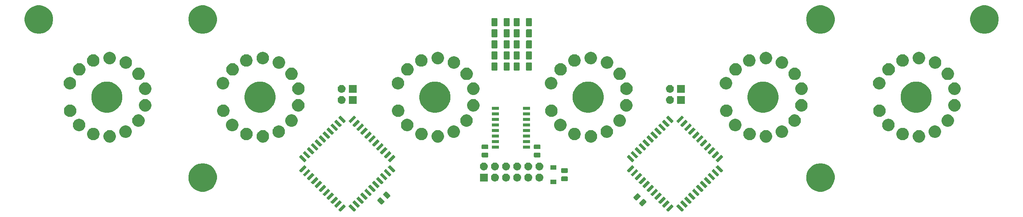
<source format=gbr>
G04 #@! TF.GenerationSoftware,KiCad,Pcbnew,(5.1.0-0)*
G04 #@! TF.CreationDate,2019-05-22T01:12:31-05:00*
G04 #@! TF.ProjectId,IN-18,494e2d31-382e-46b6-9963-61645f706362,rev?*
G04 #@! TF.SameCoordinates,Original*
G04 #@! TF.FileFunction,Soldermask,Bot*
G04 #@! TF.FilePolarity,Negative*
%FSLAX46Y46*%
G04 Gerber Fmt 4.6, Leading zero omitted, Abs format (unit mm)*
G04 Created by KiCad (PCBNEW (5.1.0-0)) date 2019-05-22 01:12:31*
%MOMM*%
%LPD*%
G04 APERTURE LIST*
%ADD10C,0.100000*%
G04 APERTURE END LIST*
D10*
G36*
X110369111Y-122976254D02*
G01*
X110390192Y-122982650D01*
X110409628Y-122993038D01*
X110431425Y-123010926D01*
X110759330Y-123338831D01*
X110777218Y-123360628D01*
X110787606Y-123380064D01*
X110794002Y-123401145D01*
X110796161Y-123423073D01*
X110794002Y-123445001D01*
X110787606Y-123466082D01*
X110777218Y-123485518D01*
X110759330Y-123507315D01*
X109653607Y-124613038D01*
X109631810Y-124630926D01*
X109612374Y-124641314D01*
X109591293Y-124647710D01*
X109569365Y-124649869D01*
X109547437Y-124647710D01*
X109526356Y-124641314D01*
X109506920Y-124630926D01*
X109485123Y-124613038D01*
X109157218Y-124285133D01*
X109139330Y-124263336D01*
X109128942Y-124243900D01*
X109122546Y-124222819D01*
X109120387Y-124200891D01*
X109122546Y-124178963D01*
X109128942Y-124157882D01*
X109139330Y-124138446D01*
X109157218Y-124116649D01*
X110262941Y-123010926D01*
X110284738Y-122993038D01*
X110304174Y-122982650D01*
X110325255Y-122976254D01*
X110347183Y-122974095D01*
X110369111Y-122976254D01*
X110369111Y-122976254D01*
G37*
G36*
X111924745Y-122976254D02*
G01*
X111945826Y-122982650D01*
X111965262Y-122993038D01*
X111987059Y-123010926D01*
X113092782Y-124116649D01*
X113110670Y-124138446D01*
X113121058Y-124157882D01*
X113127454Y-124178963D01*
X113129613Y-124200891D01*
X113127454Y-124222819D01*
X113121058Y-124243900D01*
X113110670Y-124263336D01*
X113092782Y-124285133D01*
X112764877Y-124613038D01*
X112743080Y-124630926D01*
X112723644Y-124641314D01*
X112702563Y-124647710D01*
X112680635Y-124649869D01*
X112658707Y-124647710D01*
X112637626Y-124641314D01*
X112618190Y-124630926D01*
X112596393Y-124613038D01*
X111490670Y-123507315D01*
X111472782Y-123485518D01*
X111462394Y-123466082D01*
X111455998Y-123445001D01*
X111453839Y-123423073D01*
X111455998Y-123401145D01*
X111462394Y-123380064D01*
X111472782Y-123360628D01*
X111490670Y-123338831D01*
X111818575Y-123010926D01*
X111840372Y-122993038D01*
X111859808Y-122982650D01*
X111880889Y-122976254D01*
X111902817Y-122974095D01*
X111924745Y-122976254D01*
X111924745Y-122976254D01*
G37*
G36*
X185299111Y-122976254D02*
G01*
X185320192Y-122982650D01*
X185339628Y-122993038D01*
X185361425Y-123010926D01*
X185689330Y-123338831D01*
X185707218Y-123360628D01*
X185717606Y-123380064D01*
X185724002Y-123401145D01*
X185726161Y-123423073D01*
X185724002Y-123445001D01*
X185717606Y-123466082D01*
X185707218Y-123485518D01*
X185689330Y-123507315D01*
X184583607Y-124613038D01*
X184561810Y-124630926D01*
X184542374Y-124641314D01*
X184521293Y-124647710D01*
X184499365Y-124649869D01*
X184477437Y-124647710D01*
X184456356Y-124641314D01*
X184436920Y-124630926D01*
X184415123Y-124613038D01*
X184087218Y-124285133D01*
X184069330Y-124263336D01*
X184058942Y-124243900D01*
X184052546Y-124222819D01*
X184050387Y-124200891D01*
X184052546Y-124178963D01*
X184058942Y-124157882D01*
X184069330Y-124138446D01*
X184087218Y-124116649D01*
X185192941Y-123010926D01*
X185214738Y-122993038D01*
X185234174Y-122982650D01*
X185255255Y-122976254D01*
X185277183Y-122974095D01*
X185299111Y-122976254D01*
X185299111Y-122976254D01*
G37*
G36*
X186854745Y-122976254D02*
G01*
X186875826Y-122982650D01*
X186895262Y-122993038D01*
X186917059Y-123010926D01*
X188022782Y-124116649D01*
X188040670Y-124138446D01*
X188051058Y-124157882D01*
X188057454Y-124178963D01*
X188059613Y-124200891D01*
X188057454Y-124222819D01*
X188051058Y-124243900D01*
X188040670Y-124263336D01*
X188022782Y-124285133D01*
X187694877Y-124613038D01*
X187673080Y-124630926D01*
X187653644Y-124641314D01*
X187632563Y-124647710D01*
X187610635Y-124649869D01*
X187588707Y-124647710D01*
X187567626Y-124641314D01*
X187548190Y-124630926D01*
X187526393Y-124613038D01*
X186420670Y-123507315D01*
X186402782Y-123485518D01*
X186392394Y-123466082D01*
X186385998Y-123445001D01*
X186383839Y-123423073D01*
X186385998Y-123401145D01*
X186392394Y-123380064D01*
X186402782Y-123360628D01*
X186420670Y-123338831D01*
X186748575Y-123010926D01*
X186770372Y-122993038D01*
X186789808Y-122982650D01*
X186810889Y-122976254D01*
X186832817Y-122974095D01*
X186854745Y-122976254D01*
X186854745Y-122976254D01*
G37*
G36*
X109471085Y-122078229D02*
G01*
X109492166Y-122084625D01*
X109511602Y-122095013D01*
X109533399Y-122112901D01*
X109861304Y-122440806D01*
X109879192Y-122462603D01*
X109889580Y-122482039D01*
X109895976Y-122503120D01*
X109898135Y-122525048D01*
X109895976Y-122546976D01*
X109889580Y-122568057D01*
X109879192Y-122587493D01*
X109861304Y-122609290D01*
X108755581Y-123715013D01*
X108733784Y-123732901D01*
X108714348Y-123743289D01*
X108693267Y-123749685D01*
X108671339Y-123751844D01*
X108649411Y-123749685D01*
X108628330Y-123743289D01*
X108608894Y-123732901D01*
X108587097Y-123715013D01*
X108259192Y-123387108D01*
X108241304Y-123365311D01*
X108230916Y-123345875D01*
X108224520Y-123324794D01*
X108222361Y-123302866D01*
X108224520Y-123280938D01*
X108230916Y-123259857D01*
X108241304Y-123240421D01*
X108259192Y-123218624D01*
X109364915Y-122112901D01*
X109386712Y-122095013D01*
X109406148Y-122084625D01*
X109427229Y-122078229D01*
X109449157Y-122076070D01*
X109471085Y-122078229D01*
X109471085Y-122078229D01*
G37*
G36*
X112822771Y-122078229D02*
G01*
X112843852Y-122084625D01*
X112863288Y-122095013D01*
X112885085Y-122112901D01*
X113990808Y-123218624D01*
X114008696Y-123240421D01*
X114019084Y-123259857D01*
X114025480Y-123280938D01*
X114027639Y-123302866D01*
X114025480Y-123324794D01*
X114019084Y-123345875D01*
X114008696Y-123365311D01*
X113990808Y-123387108D01*
X113662903Y-123715013D01*
X113641106Y-123732901D01*
X113621670Y-123743289D01*
X113600589Y-123749685D01*
X113578661Y-123751844D01*
X113556733Y-123749685D01*
X113535652Y-123743289D01*
X113516216Y-123732901D01*
X113494419Y-123715013D01*
X112388696Y-122609290D01*
X112370808Y-122587493D01*
X112360420Y-122568057D01*
X112354024Y-122546976D01*
X112351865Y-122525048D01*
X112354024Y-122503120D01*
X112360420Y-122482039D01*
X112370808Y-122462603D01*
X112388696Y-122440806D01*
X112716601Y-122112901D01*
X112738398Y-122095013D01*
X112757834Y-122084625D01*
X112778915Y-122078229D01*
X112800843Y-122076070D01*
X112822771Y-122078229D01*
X112822771Y-122078229D01*
G37*
G36*
X184401085Y-122078229D02*
G01*
X184422166Y-122084625D01*
X184441602Y-122095013D01*
X184463399Y-122112901D01*
X184791304Y-122440806D01*
X184809192Y-122462603D01*
X184819580Y-122482039D01*
X184825976Y-122503120D01*
X184828135Y-122525048D01*
X184825976Y-122546976D01*
X184819580Y-122568057D01*
X184809192Y-122587493D01*
X184791304Y-122609290D01*
X183685581Y-123715013D01*
X183663784Y-123732901D01*
X183644348Y-123743289D01*
X183623267Y-123749685D01*
X183601339Y-123751844D01*
X183579411Y-123749685D01*
X183558330Y-123743289D01*
X183538894Y-123732901D01*
X183517097Y-123715013D01*
X183189192Y-123387108D01*
X183171304Y-123365311D01*
X183160916Y-123345875D01*
X183154520Y-123324794D01*
X183152361Y-123302866D01*
X183154520Y-123280938D01*
X183160916Y-123259857D01*
X183171304Y-123240421D01*
X183189192Y-123218624D01*
X184294915Y-122112901D01*
X184316712Y-122095013D01*
X184336148Y-122084625D01*
X184357229Y-122078229D01*
X184379157Y-122076070D01*
X184401085Y-122078229D01*
X184401085Y-122078229D01*
G37*
G36*
X187752771Y-122078229D02*
G01*
X187773852Y-122084625D01*
X187793288Y-122095013D01*
X187815085Y-122112901D01*
X188920808Y-123218624D01*
X188938696Y-123240421D01*
X188949084Y-123259857D01*
X188955480Y-123280938D01*
X188957639Y-123302866D01*
X188955480Y-123324794D01*
X188949084Y-123345875D01*
X188938696Y-123365311D01*
X188920808Y-123387108D01*
X188592903Y-123715013D01*
X188571106Y-123732901D01*
X188551670Y-123743289D01*
X188530589Y-123749685D01*
X188508661Y-123751844D01*
X188486733Y-123749685D01*
X188465652Y-123743289D01*
X188446216Y-123732901D01*
X188424419Y-123715013D01*
X187318696Y-122609290D01*
X187300808Y-122587493D01*
X187290420Y-122568057D01*
X187284024Y-122546976D01*
X187281865Y-122525048D01*
X187284024Y-122503120D01*
X187290420Y-122482039D01*
X187300808Y-122462603D01*
X187318696Y-122440806D01*
X187646601Y-122112901D01*
X187668398Y-122095013D01*
X187687834Y-122084625D01*
X187708915Y-122078229D01*
X187730843Y-122076070D01*
X187752771Y-122078229D01*
X187752771Y-122078229D01*
G37*
G36*
X178907391Y-121761302D02*
G01*
X178946061Y-121773033D01*
X178981700Y-121792083D01*
X179017706Y-121821632D01*
X179057556Y-121861482D01*
X179057562Y-121861487D01*
X179438339Y-122242264D01*
X179438344Y-122242270D01*
X179478194Y-122282120D01*
X179507743Y-122318126D01*
X179526793Y-122353765D01*
X179538524Y-122392435D01*
X179542484Y-122432653D01*
X179538524Y-122472871D01*
X179526793Y-122511541D01*
X179507743Y-122547180D01*
X179478194Y-122583186D01*
X179438344Y-122623036D01*
X179438339Y-122623042D01*
X178757042Y-123304339D01*
X178757036Y-123304344D01*
X178717186Y-123344194D01*
X178681180Y-123373743D01*
X178645541Y-123392793D01*
X178606871Y-123404524D01*
X178566653Y-123408484D01*
X178526435Y-123404524D01*
X178487765Y-123392793D01*
X178452126Y-123373743D01*
X178416120Y-123344194D01*
X178376270Y-123304344D01*
X178376264Y-123304339D01*
X177995487Y-122923562D01*
X177995482Y-122923556D01*
X177955632Y-122883706D01*
X177926083Y-122847700D01*
X177907033Y-122812061D01*
X177895302Y-122773391D01*
X177891342Y-122733173D01*
X177895302Y-122692955D01*
X177907033Y-122654285D01*
X177926083Y-122618646D01*
X177955632Y-122582640D01*
X177995482Y-122542790D01*
X177995487Y-122542784D01*
X178676784Y-121861487D01*
X178676790Y-121861482D01*
X178716640Y-121821632D01*
X178752646Y-121792083D01*
X178788285Y-121773033D01*
X178826955Y-121761302D01*
X178867173Y-121757342D01*
X178907391Y-121761302D01*
X178907391Y-121761302D01*
G37*
G36*
X118734045Y-121380302D02*
G01*
X118772715Y-121392033D01*
X118808354Y-121411083D01*
X118844360Y-121440632D01*
X118884210Y-121480482D01*
X118884216Y-121480487D01*
X119565513Y-122161784D01*
X119565518Y-122161790D01*
X119605368Y-122201640D01*
X119634917Y-122237646D01*
X119653967Y-122273285D01*
X119665698Y-122311955D01*
X119669658Y-122352173D01*
X119665698Y-122392391D01*
X119653967Y-122431061D01*
X119634917Y-122466700D01*
X119605368Y-122502706D01*
X119565518Y-122542556D01*
X119565513Y-122542562D01*
X119184736Y-122923339D01*
X119184730Y-122923344D01*
X119144880Y-122963194D01*
X119108874Y-122992743D01*
X119073235Y-123011793D01*
X119034565Y-123023524D01*
X118994347Y-123027484D01*
X118954129Y-123023524D01*
X118915459Y-123011793D01*
X118879820Y-122992743D01*
X118843814Y-122963194D01*
X118803964Y-122923344D01*
X118803958Y-122923339D01*
X118122661Y-122242042D01*
X118122656Y-122242036D01*
X118082806Y-122202186D01*
X118053257Y-122166180D01*
X118034207Y-122130541D01*
X118022476Y-122091871D01*
X118018516Y-122051653D01*
X118022476Y-122011435D01*
X118034207Y-121972765D01*
X118053257Y-121937126D01*
X118082806Y-121901120D01*
X118122656Y-121861270D01*
X118122661Y-121861264D01*
X118503438Y-121480487D01*
X118503444Y-121480482D01*
X118543294Y-121440632D01*
X118579300Y-121411083D01*
X118614939Y-121392033D01*
X118653609Y-121380302D01*
X118693827Y-121376342D01*
X118734045Y-121380302D01*
X118734045Y-121380302D01*
G37*
G36*
X108573060Y-121180203D02*
G01*
X108594141Y-121186599D01*
X108613577Y-121196987D01*
X108635374Y-121214875D01*
X108963279Y-121542780D01*
X108981167Y-121564577D01*
X108991555Y-121584013D01*
X108997951Y-121605094D01*
X109000110Y-121627022D01*
X108997951Y-121648950D01*
X108991555Y-121670031D01*
X108981167Y-121689467D01*
X108963279Y-121711264D01*
X107857556Y-122816987D01*
X107835759Y-122834875D01*
X107816323Y-122845263D01*
X107795242Y-122851659D01*
X107773314Y-122853818D01*
X107751386Y-122851659D01*
X107730305Y-122845263D01*
X107710869Y-122834875D01*
X107689072Y-122816987D01*
X107361167Y-122489082D01*
X107343279Y-122467285D01*
X107332891Y-122447849D01*
X107326495Y-122426768D01*
X107324336Y-122404840D01*
X107326495Y-122382912D01*
X107332891Y-122361831D01*
X107343279Y-122342395D01*
X107361167Y-122320598D01*
X108466890Y-121214875D01*
X108488687Y-121196987D01*
X108508123Y-121186599D01*
X108529204Y-121180203D01*
X108551132Y-121178044D01*
X108573060Y-121180203D01*
X108573060Y-121180203D01*
G37*
G36*
X113720796Y-121180203D02*
G01*
X113741877Y-121186599D01*
X113761313Y-121196987D01*
X113783110Y-121214875D01*
X114888833Y-122320598D01*
X114906721Y-122342395D01*
X114917109Y-122361831D01*
X114923505Y-122382912D01*
X114925664Y-122404840D01*
X114923505Y-122426768D01*
X114917109Y-122447849D01*
X114906721Y-122467285D01*
X114888833Y-122489082D01*
X114560928Y-122816987D01*
X114539131Y-122834875D01*
X114519695Y-122845263D01*
X114498614Y-122851659D01*
X114476686Y-122853818D01*
X114454758Y-122851659D01*
X114433677Y-122845263D01*
X114414241Y-122834875D01*
X114392444Y-122816987D01*
X113286721Y-121711264D01*
X113268833Y-121689467D01*
X113258445Y-121670031D01*
X113252049Y-121648950D01*
X113249890Y-121627022D01*
X113252049Y-121605094D01*
X113258445Y-121584013D01*
X113268833Y-121564577D01*
X113286721Y-121542780D01*
X113614626Y-121214875D01*
X113636423Y-121196987D01*
X113655859Y-121186599D01*
X113676940Y-121180203D01*
X113698868Y-121178044D01*
X113720796Y-121180203D01*
X113720796Y-121180203D01*
G37*
G36*
X183503060Y-121180203D02*
G01*
X183524141Y-121186599D01*
X183543577Y-121196987D01*
X183565374Y-121214875D01*
X183893279Y-121542780D01*
X183911167Y-121564577D01*
X183921555Y-121584013D01*
X183927951Y-121605094D01*
X183930110Y-121627022D01*
X183927951Y-121648950D01*
X183921555Y-121670031D01*
X183911167Y-121689467D01*
X183893279Y-121711264D01*
X182787556Y-122816987D01*
X182765759Y-122834875D01*
X182746323Y-122845263D01*
X182725242Y-122851659D01*
X182703314Y-122853818D01*
X182681386Y-122851659D01*
X182660305Y-122845263D01*
X182640869Y-122834875D01*
X182619072Y-122816987D01*
X182291167Y-122489082D01*
X182273279Y-122467285D01*
X182262891Y-122447849D01*
X182256495Y-122426768D01*
X182254336Y-122404840D01*
X182256495Y-122382912D01*
X182262891Y-122361831D01*
X182273279Y-122342395D01*
X182291167Y-122320598D01*
X183396890Y-121214875D01*
X183418687Y-121196987D01*
X183438123Y-121186599D01*
X183459204Y-121180203D01*
X183481132Y-121178044D01*
X183503060Y-121180203D01*
X183503060Y-121180203D01*
G37*
G36*
X188650796Y-121180203D02*
G01*
X188671877Y-121186599D01*
X188691313Y-121196987D01*
X188713110Y-121214875D01*
X189818833Y-122320598D01*
X189836721Y-122342395D01*
X189847109Y-122361831D01*
X189853505Y-122382912D01*
X189855664Y-122404840D01*
X189853505Y-122426768D01*
X189847109Y-122447849D01*
X189836721Y-122467285D01*
X189818833Y-122489082D01*
X189490928Y-122816987D01*
X189469131Y-122834875D01*
X189449695Y-122845263D01*
X189428614Y-122851659D01*
X189406686Y-122853818D01*
X189384758Y-122851659D01*
X189363677Y-122845263D01*
X189344241Y-122834875D01*
X189322444Y-122816987D01*
X188216721Y-121711264D01*
X188198833Y-121689467D01*
X188188445Y-121670031D01*
X188182049Y-121648950D01*
X188179890Y-121627022D01*
X188182049Y-121605094D01*
X188188445Y-121584013D01*
X188198833Y-121564577D01*
X188216721Y-121542780D01*
X188544626Y-121214875D01*
X188566423Y-121196987D01*
X188585859Y-121186599D01*
X188606940Y-121180203D01*
X188628868Y-121178044D01*
X188650796Y-121180203D01*
X188650796Y-121180203D01*
G37*
G36*
X177581565Y-120435476D02*
G01*
X177620235Y-120447207D01*
X177655874Y-120466257D01*
X177691880Y-120495806D01*
X177731730Y-120535656D01*
X177731736Y-120535661D01*
X178112513Y-120916438D01*
X178112518Y-120916444D01*
X178152368Y-120956294D01*
X178181917Y-120992300D01*
X178200967Y-121027939D01*
X178212698Y-121066609D01*
X178216658Y-121106827D01*
X178212698Y-121147045D01*
X178200967Y-121185715D01*
X178181917Y-121221354D01*
X178152368Y-121257360D01*
X178112518Y-121297210D01*
X178112513Y-121297216D01*
X177431216Y-121978513D01*
X177431210Y-121978518D01*
X177391360Y-122018368D01*
X177355354Y-122047917D01*
X177319715Y-122066967D01*
X177281045Y-122078698D01*
X177240827Y-122082658D01*
X177200609Y-122078698D01*
X177161939Y-122066967D01*
X177126300Y-122047917D01*
X177090294Y-122018368D01*
X177050444Y-121978518D01*
X177050438Y-121978513D01*
X176669661Y-121597736D01*
X176669656Y-121597730D01*
X176629806Y-121557880D01*
X176600257Y-121521874D01*
X176581207Y-121486235D01*
X176569476Y-121447565D01*
X176565516Y-121407347D01*
X176569476Y-121367129D01*
X176581207Y-121328459D01*
X176600257Y-121292820D01*
X176629806Y-121256814D01*
X176669656Y-121216964D01*
X176669661Y-121216958D01*
X177350958Y-120535661D01*
X177350964Y-120535656D01*
X177390814Y-120495806D01*
X177426820Y-120466257D01*
X177462459Y-120447207D01*
X177501129Y-120435476D01*
X177541347Y-120431516D01*
X177581565Y-120435476D01*
X177581565Y-120435476D01*
G37*
G36*
X189548822Y-120282177D02*
G01*
X189569903Y-120288573D01*
X189589339Y-120298961D01*
X189611136Y-120316849D01*
X190716859Y-121422572D01*
X190734747Y-121444369D01*
X190745135Y-121463805D01*
X190751531Y-121484886D01*
X190753690Y-121506814D01*
X190751531Y-121528742D01*
X190745135Y-121549823D01*
X190734747Y-121569259D01*
X190716859Y-121591056D01*
X190388954Y-121918961D01*
X190367157Y-121936849D01*
X190347721Y-121947237D01*
X190326640Y-121953633D01*
X190304712Y-121955792D01*
X190282784Y-121953633D01*
X190261703Y-121947237D01*
X190242267Y-121936849D01*
X190220470Y-121918961D01*
X189114747Y-120813238D01*
X189096859Y-120791441D01*
X189086471Y-120772005D01*
X189080075Y-120750924D01*
X189077916Y-120728996D01*
X189080075Y-120707068D01*
X189086471Y-120685987D01*
X189096859Y-120666551D01*
X189114747Y-120644754D01*
X189442652Y-120316849D01*
X189464449Y-120298961D01*
X189483885Y-120288573D01*
X189504966Y-120282177D01*
X189526894Y-120280018D01*
X189548822Y-120282177D01*
X189548822Y-120282177D01*
G37*
G36*
X182605034Y-120282177D02*
G01*
X182626115Y-120288573D01*
X182645551Y-120298961D01*
X182667348Y-120316849D01*
X182995253Y-120644754D01*
X183013141Y-120666551D01*
X183023529Y-120685987D01*
X183029925Y-120707068D01*
X183032084Y-120728996D01*
X183029925Y-120750924D01*
X183023529Y-120772005D01*
X183013141Y-120791441D01*
X182995253Y-120813238D01*
X181889530Y-121918961D01*
X181867733Y-121936849D01*
X181848297Y-121947237D01*
X181827216Y-121953633D01*
X181805288Y-121955792D01*
X181783360Y-121953633D01*
X181762279Y-121947237D01*
X181742843Y-121936849D01*
X181721046Y-121918961D01*
X181393141Y-121591056D01*
X181375253Y-121569259D01*
X181364865Y-121549823D01*
X181358469Y-121528742D01*
X181356310Y-121506814D01*
X181358469Y-121484886D01*
X181364865Y-121463805D01*
X181375253Y-121444369D01*
X181393141Y-121422572D01*
X182498864Y-120316849D01*
X182520661Y-120298961D01*
X182540097Y-120288573D01*
X182561178Y-120282177D01*
X182583106Y-120280018D01*
X182605034Y-120282177D01*
X182605034Y-120282177D01*
G37*
G36*
X114618822Y-120282177D02*
G01*
X114639903Y-120288573D01*
X114659339Y-120298961D01*
X114681136Y-120316849D01*
X115786859Y-121422572D01*
X115804747Y-121444369D01*
X115815135Y-121463805D01*
X115821531Y-121484886D01*
X115823690Y-121506814D01*
X115821531Y-121528742D01*
X115815135Y-121549823D01*
X115804747Y-121569259D01*
X115786859Y-121591056D01*
X115458954Y-121918961D01*
X115437157Y-121936849D01*
X115417721Y-121947237D01*
X115396640Y-121953633D01*
X115374712Y-121955792D01*
X115352784Y-121953633D01*
X115331703Y-121947237D01*
X115312267Y-121936849D01*
X115290470Y-121918961D01*
X114184747Y-120813238D01*
X114166859Y-120791441D01*
X114156471Y-120772005D01*
X114150075Y-120750924D01*
X114147916Y-120728996D01*
X114150075Y-120707068D01*
X114156471Y-120685987D01*
X114166859Y-120666551D01*
X114184747Y-120644754D01*
X114512652Y-120316849D01*
X114534449Y-120298961D01*
X114553885Y-120288573D01*
X114574966Y-120282177D01*
X114596894Y-120280018D01*
X114618822Y-120282177D01*
X114618822Y-120282177D01*
G37*
G36*
X107675034Y-120282177D02*
G01*
X107696115Y-120288573D01*
X107715551Y-120298961D01*
X107737348Y-120316849D01*
X108065253Y-120644754D01*
X108083141Y-120666551D01*
X108093529Y-120685987D01*
X108099925Y-120707068D01*
X108102084Y-120728996D01*
X108099925Y-120750924D01*
X108093529Y-120772005D01*
X108083141Y-120791441D01*
X108065253Y-120813238D01*
X106959530Y-121918961D01*
X106937733Y-121936849D01*
X106918297Y-121947237D01*
X106897216Y-121953633D01*
X106875288Y-121955792D01*
X106853360Y-121953633D01*
X106832279Y-121947237D01*
X106812843Y-121936849D01*
X106791046Y-121918961D01*
X106463141Y-121591056D01*
X106445253Y-121569259D01*
X106434865Y-121549823D01*
X106428469Y-121528742D01*
X106426310Y-121506814D01*
X106428469Y-121484886D01*
X106434865Y-121463805D01*
X106445253Y-121444369D01*
X106463141Y-121422572D01*
X107568864Y-120316849D01*
X107590661Y-120298961D01*
X107610097Y-120288573D01*
X107631178Y-120282177D01*
X107653106Y-120280018D01*
X107675034Y-120282177D01*
X107675034Y-120282177D01*
G37*
G36*
X120059871Y-120054476D02*
G01*
X120098541Y-120066207D01*
X120134180Y-120085257D01*
X120170186Y-120114806D01*
X120210036Y-120154656D01*
X120210042Y-120154661D01*
X120891339Y-120835958D01*
X120891344Y-120835964D01*
X120931194Y-120875814D01*
X120960743Y-120911820D01*
X120979793Y-120947459D01*
X120991524Y-120986129D01*
X120995484Y-121026347D01*
X120991524Y-121066565D01*
X120979793Y-121105235D01*
X120960743Y-121140874D01*
X120931194Y-121176880D01*
X120891344Y-121216730D01*
X120891339Y-121216736D01*
X120510562Y-121597513D01*
X120510556Y-121597518D01*
X120470706Y-121637368D01*
X120434700Y-121666917D01*
X120399061Y-121685967D01*
X120360391Y-121697698D01*
X120320173Y-121701658D01*
X120279955Y-121697698D01*
X120241285Y-121685967D01*
X120205646Y-121666917D01*
X120169640Y-121637368D01*
X120129790Y-121597518D01*
X120129784Y-121597513D01*
X119448487Y-120916216D01*
X119448482Y-120916210D01*
X119408632Y-120876360D01*
X119379083Y-120840354D01*
X119360033Y-120804715D01*
X119348302Y-120766045D01*
X119344342Y-120725827D01*
X119348302Y-120685609D01*
X119360033Y-120646939D01*
X119379083Y-120611300D01*
X119408632Y-120575294D01*
X119448482Y-120535444D01*
X119448487Y-120535438D01*
X119829264Y-120154661D01*
X119829270Y-120154656D01*
X119869120Y-120114806D01*
X119905126Y-120085257D01*
X119940765Y-120066207D01*
X119979435Y-120054476D01*
X120019653Y-120050516D01*
X120059871Y-120054476D01*
X120059871Y-120054476D01*
G37*
G36*
X190446848Y-119384152D02*
G01*
X190467929Y-119390548D01*
X190487365Y-119400936D01*
X190509162Y-119418824D01*
X191614885Y-120524547D01*
X191632773Y-120546344D01*
X191643161Y-120565780D01*
X191649557Y-120586861D01*
X191651716Y-120608789D01*
X191649557Y-120630717D01*
X191643161Y-120651798D01*
X191632773Y-120671234D01*
X191614885Y-120693031D01*
X191286980Y-121020936D01*
X191265183Y-121038824D01*
X191245747Y-121049212D01*
X191224666Y-121055608D01*
X191202738Y-121057767D01*
X191180810Y-121055608D01*
X191159729Y-121049212D01*
X191140293Y-121038824D01*
X191118496Y-121020936D01*
X190012773Y-119915213D01*
X189994885Y-119893416D01*
X189984497Y-119873980D01*
X189978101Y-119852899D01*
X189975942Y-119830971D01*
X189978101Y-119809043D01*
X189984497Y-119787962D01*
X189994885Y-119768526D01*
X190012773Y-119746729D01*
X190340678Y-119418824D01*
X190362475Y-119400936D01*
X190381911Y-119390548D01*
X190402992Y-119384152D01*
X190424920Y-119381993D01*
X190446848Y-119384152D01*
X190446848Y-119384152D01*
G37*
G36*
X181707008Y-119384152D02*
G01*
X181728089Y-119390548D01*
X181747525Y-119400936D01*
X181769322Y-119418824D01*
X182097227Y-119746729D01*
X182115115Y-119768526D01*
X182125503Y-119787962D01*
X182131899Y-119809043D01*
X182134058Y-119830971D01*
X182131899Y-119852899D01*
X182125503Y-119873980D01*
X182115115Y-119893416D01*
X182097227Y-119915213D01*
X180991504Y-121020936D01*
X180969707Y-121038824D01*
X180950271Y-121049212D01*
X180929190Y-121055608D01*
X180907262Y-121057767D01*
X180885334Y-121055608D01*
X180864253Y-121049212D01*
X180844817Y-121038824D01*
X180823020Y-121020936D01*
X180495115Y-120693031D01*
X180477227Y-120671234D01*
X180466839Y-120651798D01*
X180460443Y-120630717D01*
X180458284Y-120608789D01*
X180460443Y-120586861D01*
X180466839Y-120565780D01*
X180477227Y-120546344D01*
X180495115Y-120524547D01*
X181600838Y-119418824D01*
X181622635Y-119400936D01*
X181642071Y-119390548D01*
X181663152Y-119384152D01*
X181685080Y-119381993D01*
X181707008Y-119384152D01*
X181707008Y-119384152D01*
G37*
G36*
X115516848Y-119384152D02*
G01*
X115537929Y-119390548D01*
X115557365Y-119400936D01*
X115579162Y-119418824D01*
X116684885Y-120524547D01*
X116702773Y-120546344D01*
X116713161Y-120565780D01*
X116719557Y-120586861D01*
X116721716Y-120608789D01*
X116719557Y-120630717D01*
X116713161Y-120651798D01*
X116702773Y-120671234D01*
X116684885Y-120693031D01*
X116356980Y-121020936D01*
X116335183Y-121038824D01*
X116315747Y-121049212D01*
X116294666Y-121055608D01*
X116272738Y-121057767D01*
X116250810Y-121055608D01*
X116229729Y-121049212D01*
X116210293Y-121038824D01*
X116188496Y-121020936D01*
X115082773Y-119915213D01*
X115064885Y-119893416D01*
X115054497Y-119873980D01*
X115048101Y-119852899D01*
X115045942Y-119830971D01*
X115048101Y-119809043D01*
X115054497Y-119787962D01*
X115064885Y-119768526D01*
X115082773Y-119746729D01*
X115410678Y-119418824D01*
X115432475Y-119400936D01*
X115451911Y-119390548D01*
X115472992Y-119384152D01*
X115494920Y-119381993D01*
X115516848Y-119384152D01*
X115516848Y-119384152D01*
G37*
G36*
X106777008Y-119384152D02*
G01*
X106798089Y-119390548D01*
X106817525Y-119400936D01*
X106839322Y-119418824D01*
X107167227Y-119746729D01*
X107185115Y-119768526D01*
X107195503Y-119787962D01*
X107201899Y-119809043D01*
X107204058Y-119830971D01*
X107201899Y-119852899D01*
X107195503Y-119873980D01*
X107185115Y-119893416D01*
X107167227Y-119915213D01*
X106061504Y-121020936D01*
X106039707Y-121038824D01*
X106020271Y-121049212D01*
X105999190Y-121055608D01*
X105977262Y-121057767D01*
X105955334Y-121055608D01*
X105934253Y-121049212D01*
X105914817Y-121038824D01*
X105893020Y-121020936D01*
X105565115Y-120693031D01*
X105547227Y-120671234D01*
X105536839Y-120651798D01*
X105530443Y-120630717D01*
X105528284Y-120608789D01*
X105530443Y-120586861D01*
X105536839Y-120565780D01*
X105547227Y-120546344D01*
X105565115Y-120524547D01*
X106670838Y-119418824D01*
X106692635Y-119400936D01*
X106712071Y-119390548D01*
X106733152Y-119384152D01*
X106755080Y-119381993D01*
X106777008Y-119384152D01*
X106777008Y-119384152D01*
G37*
G36*
X191344873Y-118486126D02*
G01*
X191365954Y-118492522D01*
X191385390Y-118502910D01*
X191407187Y-118520798D01*
X192512910Y-119626521D01*
X192530798Y-119648318D01*
X192541186Y-119667754D01*
X192547582Y-119688835D01*
X192549741Y-119710763D01*
X192547582Y-119732691D01*
X192541186Y-119753772D01*
X192530798Y-119773208D01*
X192512910Y-119795005D01*
X192185005Y-120122910D01*
X192163208Y-120140798D01*
X192143772Y-120151186D01*
X192122691Y-120157582D01*
X192100763Y-120159741D01*
X192078835Y-120157582D01*
X192057754Y-120151186D01*
X192038318Y-120140798D01*
X192016521Y-120122910D01*
X190910798Y-119017187D01*
X190892910Y-118995390D01*
X190882522Y-118975954D01*
X190876126Y-118954873D01*
X190873967Y-118932945D01*
X190876126Y-118911017D01*
X190882522Y-118889936D01*
X190892910Y-118870500D01*
X190910798Y-118848703D01*
X191238703Y-118520798D01*
X191260500Y-118502910D01*
X191279936Y-118492522D01*
X191301017Y-118486126D01*
X191322945Y-118483967D01*
X191344873Y-118486126D01*
X191344873Y-118486126D01*
G37*
G36*
X180808983Y-118486126D02*
G01*
X180830064Y-118492522D01*
X180849500Y-118502910D01*
X180871297Y-118520798D01*
X181199202Y-118848703D01*
X181217090Y-118870500D01*
X181227478Y-118889936D01*
X181233874Y-118911017D01*
X181236033Y-118932945D01*
X181233874Y-118954873D01*
X181227478Y-118975954D01*
X181217090Y-118995390D01*
X181199202Y-119017187D01*
X180093479Y-120122910D01*
X180071682Y-120140798D01*
X180052246Y-120151186D01*
X180031165Y-120157582D01*
X180009237Y-120159741D01*
X179987309Y-120157582D01*
X179966228Y-120151186D01*
X179946792Y-120140798D01*
X179924995Y-120122910D01*
X179597090Y-119795005D01*
X179579202Y-119773208D01*
X179568814Y-119753772D01*
X179562418Y-119732691D01*
X179560259Y-119710763D01*
X179562418Y-119688835D01*
X179568814Y-119667754D01*
X179579202Y-119648318D01*
X179597090Y-119626521D01*
X180702813Y-118520798D01*
X180724610Y-118502910D01*
X180744046Y-118492522D01*
X180765127Y-118486126D01*
X180787055Y-118483967D01*
X180808983Y-118486126D01*
X180808983Y-118486126D01*
G37*
G36*
X116414873Y-118486126D02*
G01*
X116435954Y-118492522D01*
X116455390Y-118502910D01*
X116477187Y-118520798D01*
X117582910Y-119626521D01*
X117600798Y-119648318D01*
X117611186Y-119667754D01*
X117617582Y-119688835D01*
X117619741Y-119710763D01*
X117617582Y-119732691D01*
X117611186Y-119753772D01*
X117600798Y-119773208D01*
X117582910Y-119795005D01*
X117255005Y-120122910D01*
X117233208Y-120140798D01*
X117213772Y-120151186D01*
X117192691Y-120157582D01*
X117170763Y-120159741D01*
X117148835Y-120157582D01*
X117127754Y-120151186D01*
X117108318Y-120140798D01*
X117086521Y-120122910D01*
X115980798Y-119017187D01*
X115962910Y-118995390D01*
X115952522Y-118975954D01*
X115946126Y-118954873D01*
X115943967Y-118932945D01*
X115946126Y-118911017D01*
X115952522Y-118889936D01*
X115962910Y-118870500D01*
X115980798Y-118848703D01*
X116308703Y-118520798D01*
X116330500Y-118502910D01*
X116349936Y-118492522D01*
X116371017Y-118486126D01*
X116392945Y-118483967D01*
X116414873Y-118486126D01*
X116414873Y-118486126D01*
G37*
G36*
X105878983Y-118486126D02*
G01*
X105900064Y-118492522D01*
X105919500Y-118502910D01*
X105941297Y-118520798D01*
X106269202Y-118848703D01*
X106287090Y-118870500D01*
X106297478Y-118889936D01*
X106303874Y-118911017D01*
X106306033Y-118932945D01*
X106303874Y-118954873D01*
X106297478Y-118975954D01*
X106287090Y-118995390D01*
X106269202Y-119017187D01*
X105163479Y-120122910D01*
X105141682Y-120140798D01*
X105122246Y-120151186D01*
X105101165Y-120157582D01*
X105079237Y-120159741D01*
X105057309Y-120157582D01*
X105036228Y-120151186D01*
X105016792Y-120140798D01*
X104994995Y-120122910D01*
X104667090Y-119795005D01*
X104649202Y-119773208D01*
X104638814Y-119753772D01*
X104632418Y-119732691D01*
X104630259Y-119710763D01*
X104632418Y-119688835D01*
X104638814Y-119667754D01*
X104649202Y-119648318D01*
X104667090Y-119626521D01*
X105772813Y-118520798D01*
X105794610Y-118502910D01*
X105814046Y-118492522D01*
X105835127Y-118486126D01*
X105857055Y-118483967D01*
X105878983Y-118486126D01*
X105878983Y-118486126D01*
G37*
G36*
X78739239Y-113651467D02*
G01*
X79053282Y-113713934D01*
X79644926Y-113959001D01*
X79934523Y-114152504D01*
X80177391Y-114314783D01*
X80630217Y-114767609D01*
X80645388Y-114790314D01*
X80985999Y-115300074D01*
X81231066Y-115891718D01*
X81263787Y-116056216D01*
X81356000Y-116519803D01*
X81356000Y-117160197D01*
X81322502Y-117328600D01*
X81231066Y-117788282D01*
X80985999Y-118379926D01*
X80719680Y-118778500D01*
X80630217Y-118912391D01*
X80177391Y-119365217D01*
X80109397Y-119410649D01*
X79644926Y-119720999D01*
X79053282Y-119966066D01*
X78739239Y-120028533D01*
X78425197Y-120091000D01*
X77784803Y-120091000D01*
X77470761Y-120028533D01*
X77156718Y-119966066D01*
X76565074Y-119720999D01*
X76100603Y-119410649D01*
X76032609Y-119365217D01*
X75579783Y-118912391D01*
X75490320Y-118778500D01*
X75224001Y-118379926D01*
X74978934Y-117788282D01*
X74887498Y-117328600D01*
X74854000Y-117160197D01*
X74854000Y-116519803D01*
X74946213Y-116056216D01*
X74978934Y-115891718D01*
X75224001Y-115300074D01*
X75564612Y-114790314D01*
X75579783Y-114767609D01*
X76032609Y-114314783D01*
X76275477Y-114152504D01*
X76565074Y-113959001D01*
X77156718Y-113713934D01*
X77470761Y-113651467D01*
X77784803Y-113589000D01*
X78425197Y-113589000D01*
X78739239Y-113651467D01*
X78739239Y-113651467D01*
G37*
G36*
X219963239Y-113651467D02*
G01*
X220277282Y-113713934D01*
X220868926Y-113959001D01*
X221158523Y-114152504D01*
X221401391Y-114314783D01*
X221854217Y-114767609D01*
X221869388Y-114790314D01*
X222209999Y-115300074D01*
X222455066Y-115891718D01*
X222487787Y-116056216D01*
X222580000Y-116519803D01*
X222580000Y-117160197D01*
X222546502Y-117328600D01*
X222455066Y-117788282D01*
X222209999Y-118379926D01*
X221943680Y-118778500D01*
X221854217Y-118912391D01*
X221401391Y-119365217D01*
X221333397Y-119410649D01*
X220868926Y-119720999D01*
X220277282Y-119966066D01*
X219963239Y-120028533D01*
X219649197Y-120091000D01*
X219008803Y-120091000D01*
X218694761Y-120028533D01*
X218380718Y-119966066D01*
X217789074Y-119720999D01*
X217324603Y-119410649D01*
X217256609Y-119365217D01*
X216803783Y-118912391D01*
X216714320Y-118778500D01*
X216448001Y-118379926D01*
X216202934Y-117788282D01*
X216111498Y-117328600D01*
X216078000Y-117160197D01*
X216078000Y-116519803D01*
X216170213Y-116056216D01*
X216202934Y-115891718D01*
X216448001Y-115300074D01*
X216788612Y-114790314D01*
X216803783Y-114767609D01*
X217256609Y-114314783D01*
X217499477Y-114152504D01*
X217789074Y-113959001D01*
X218380718Y-113713934D01*
X218694761Y-113651467D01*
X219008803Y-113589000D01*
X219649197Y-113589000D01*
X219963239Y-113651467D01*
X219963239Y-113651467D01*
G37*
G36*
X192242899Y-117588101D02*
G01*
X192263980Y-117594497D01*
X192283416Y-117604885D01*
X192305213Y-117622773D01*
X193410936Y-118728496D01*
X193428824Y-118750293D01*
X193439212Y-118769729D01*
X193445608Y-118790810D01*
X193447767Y-118812738D01*
X193445608Y-118834666D01*
X193439212Y-118855747D01*
X193428824Y-118875183D01*
X193410936Y-118896980D01*
X193083031Y-119224885D01*
X193061234Y-119242773D01*
X193041798Y-119253161D01*
X193020717Y-119259557D01*
X192998789Y-119261716D01*
X192976861Y-119259557D01*
X192955780Y-119253161D01*
X192936344Y-119242773D01*
X192914547Y-119224885D01*
X191808824Y-118119162D01*
X191790936Y-118097365D01*
X191780548Y-118077929D01*
X191774152Y-118056848D01*
X191771993Y-118034920D01*
X191774152Y-118012992D01*
X191780548Y-117991911D01*
X191790936Y-117972475D01*
X191808824Y-117950678D01*
X192136729Y-117622773D01*
X192158526Y-117604885D01*
X192177962Y-117594497D01*
X192199043Y-117588101D01*
X192220971Y-117585942D01*
X192242899Y-117588101D01*
X192242899Y-117588101D01*
G37*
G36*
X104980957Y-117588101D02*
G01*
X105002038Y-117594497D01*
X105021474Y-117604885D01*
X105043271Y-117622773D01*
X105371176Y-117950678D01*
X105389064Y-117972475D01*
X105399452Y-117991911D01*
X105405848Y-118012992D01*
X105408007Y-118034920D01*
X105405848Y-118056848D01*
X105399452Y-118077929D01*
X105389064Y-118097365D01*
X105371176Y-118119162D01*
X104265453Y-119224885D01*
X104243656Y-119242773D01*
X104224220Y-119253161D01*
X104203139Y-119259557D01*
X104181211Y-119261716D01*
X104159283Y-119259557D01*
X104138202Y-119253161D01*
X104118766Y-119242773D01*
X104096969Y-119224885D01*
X103769064Y-118896980D01*
X103751176Y-118875183D01*
X103740788Y-118855747D01*
X103734392Y-118834666D01*
X103732233Y-118812738D01*
X103734392Y-118790810D01*
X103740788Y-118769729D01*
X103751176Y-118750293D01*
X103769064Y-118728496D01*
X104874787Y-117622773D01*
X104896584Y-117604885D01*
X104916020Y-117594497D01*
X104937101Y-117588101D01*
X104959029Y-117585942D01*
X104980957Y-117588101D01*
X104980957Y-117588101D01*
G37*
G36*
X117312899Y-117588101D02*
G01*
X117333980Y-117594497D01*
X117353416Y-117604885D01*
X117375213Y-117622773D01*
X118480936Y-118728496D01*
X118498824Y-118750293D01*
X118509212Y-118769729D01*
X118515608Y-118790810D01*
X118517767Y-118812738D01*
X118515608Y-118834666D01*
X118509212Y-118855747D01*
X118498824Y-118875183D01*
X118480936Y-118896980D01*
X118153031Y-119224885D01*
X118131234Y-119242773D01*
X118111798Y-119253161D01*
X118090717Y-119259557D01*
X118068789Y-119261716D01*
X118046861Y-119259557D01*
X118025780Y-119253161D01*
X118006344Y-119242773D01*
X117984547Y-119224885D01*
X116878824Y-118119162D01*
X116860936Y-118097365D01*
X116850548Y-118077929D01*
X116844152Y-118056848D01*
X116841993Y-118034920D01*
X116844152Y-118012992D01*
X116850548Y-117991911D01*
X116860936Y-117972475D01*
X116878824Y-117950678D01*
X117206729Y-117622773D01*
X117228526Y-117604885D01*
X117247962Y-117594497D01*
X117269043Y-117588101D01*
X117290971Y-117585942D01*
X117312899Y-117588101D01*
X117312899Y-117588101D01*
G37*
G36*
X179910957Y-117588101D02*
G01*
X179932038Y-117594497D01*
X179951474Y-117604885D01*
X179973271Y-117622773D01*
X180301176Y-117950678D01*
X180319064Y-117972475D01*
X180329452Y-117991911D01*
X180335848Y-118012992D01*
X180338007Y-118034920D01*
X180335848Y-118056848D01*
X180329452Y-118077929D01*
X180319064Y-118097365D01*
X180301176Y-118119162D01*
X179195453Y-119224885D01*
X179173656Y-119242773D01*
X179154220Y-119253161D01*
X179133139Y-119259557D01*
X179111211Y-119261716D01*
X179089283Y-119259557D01*
X179068202Y-119253161D01*
X179048766Y-119242773D01*
X179026969Y-119224885D01*
X178699064Y-118896980D01*
X178681176Y-118875183D01*
X178670788Y-118855747D01*
X178664392Y-118834666D01*
X178662233Y-118812738D01*
X178664392Y-118790810D01*
X178670788Y-118769729D01*
X178681176Y-118750293D01*
X178699064Y-118728496D01*
X179804787Y-117622773D01*
X179826584Y-117604885D01*
X179846020Y-117594497D01*
X179867101Y-117588101D01*
X179889029Y-117585942D01*
X179910957Y-117588101D01*
X179910957Y-117588101D01*
G37*
G36*
X118210924Y-116690075D02*
G01*
X118232005Y-116696471D01*
X118251441Y-116706859D01*
X118273238Y-116724747D01*
X119378961Y-117830470D01*
X119396849Y-117852267D01*
X119407237Y-117871703D01*
X119413633Y-117892784D01*
X119415792Y-117914712D01*
X119413633Y-117936640D01*
X119407237Y-117957721D01*
X119396849Y-117977157D01*
X119378961Y-117998954D01*
X119051056Y-118326859D01*
X119029259Y-118344747D01*
X119009823Y-118355135D01*
X118988742Y-118361531D01*
X118966814Y-118363690D01*
X118944886Y-118361531D01*
X118923805Y-118355135D01*
X118904369Y-118344747D01*
X118882572Y-118326859D01*
X117776849Y-117221136D01*
X117758961Y-117199339D01*
X117748573Y-117179903D01*
X117742177Y-117158822D01*
X117740018Y-117136894D01*
X117742177Y-117114966D01*
X117748573Y-117093885D01*
X117758961Y-117074449D01*
X117776849Y-117052652D01*
X118104754Y-116724747D01*
X118126551Y-116706859D01*
X118145987Y-116696471D01*
X118167068Y-116690075D01*
X118188996Y-116687916D01*
X118210924Y-116690075D01*
X118210924Y-116690075D01*
G37*
G36*
X193140924Y-116690075D02*
G01*
X193162005Y-116696471D01*
X193181441Y-116706859D01*
X193203238Y-116724747D01*
X194308961Y-117830470D01*
X194326849Y-117852267D01*
X194337237Y-117871703D01*
X194343633Y-117892784D01*
X194345792Y-117914712D01*
X194343633Y-117936640D01*
X194337237Y-117957721D01*
X194326849Y-117977157D01*
X194308961Y-117998954D01*
X193981056Y-118326859D01*
X193959259Y-118344747D01*
X193939823Y-118355135D01*
X193918742Y-118361531D01*
X193896814Y-118363690D01*
X193874886Y-118361531D01*
X193853805Y-118355135D01*
X193834369Y-118344747D01*
X193812572Y-118326859D01*
X192706849Y-117221136D01*
X192688961Y-117199339D01*
X192678573Y-117179903D01*
X192672177Y-117158822D01*
X192670018Y-117136894D01*
X192672177Y-117114966D01*
X192678573Y-117093885D01*
X192688961Y-117074449D01*
X192706849Y-117052652D01*
X193034754Y-116724747D01*
X193056551Y-116706859D01*
X193075987Y-116696471D01*
X193097068Y-116690075D01*
X193118996Y-116687916D01*
X193140924Y-116690075D01*
X193140924Y-116690075D01*
G37*
G36*
X179012932Y-116690075D02*
G01*
X179034013Y-116696471D01*
X179053449Y-116706859D01*
X179075246Y-116724747D01*
X179403151Y-117052652D01*
X179421039Y-117074449D01*
X179431427Y-117093885D01*
X179437823Y-117114966D01*
X179439982Y-117136894D01*
X179437823Y-117158822D01*
X179431427Y-117179903D01*
X179421039Y-117199339D01*
X179403151Y-117221136D01*
X178297428Y-118326859D01*
X178275631Y-118344747D01*
X178256195Y-118355135D01*
X178235114Y-118361531D01*
X178213186Y-118363690D01*
X178191258Y-118361531D01*
X178170177Y-118355135D01*
X178150741Y-118344747D01*
X178128944Y-118326859D01*
X177801039Y-117998954D01*
X177783151Y-117977157D01*
X177772763Y-117957721D01*
X177766367Y-117936640D01*
X177764208Y-117914712D01*
X177766367Y-117892784D01*
X177772763Y-117871703D01*
X177783151Y-117852267D01*
X177801039Y-117830470D01*
X178906762Y-116724747D01*
X178928559Y-116706859D01*
X178947995Y-116696471D01*
X178969076Y-116690075D01*
X178991004Y-116687916D01*
X179012932Y-116690075D01*
X179012932Y-116690075D01*
G37*
G36*
X104082932Y-116690075D02*
G01*
X104104013Y-116696471D01*
X104123449Y-116706859D01*
X104145246Y-116724747D01*
X104473151Y-117052652D01*
X104491039Y-117074449D01*
X104501427Y-117093885D01*
X104507823Y-117114966D01*
X104509982Y-117136894D01*
X104507823Y-117158822D01*
X104501427Y-117179903D01*
X104491039Y-117199339D01*
X104473151Y-117221136D01*
X103367428Y-118326859D01*
X103345631Y-118344747D01*
X103326195Y-118355135D01*
X103305114Y-118361531D01*
X103283186Y-118363690D01*
X103261258Y-118361531D01*
X103240177Y-118355135D01*
X103220741Y-118344747D01*
X103198944Y-118326859D01*
X102871039Y-117998954D01*
X102853151Y-117977157D01*
X102842763Y-117957721D01*
X102836367Y-117936640D01*
X102834208Y-117914712D01*
X102836367Y-117892784D01*
X102842763Y-117871703D01*
X102853151Y-117852267D01*
X102871039Y-117830470D01*
X103976762Y-116724747D01*
X103998559Y-116706859D01*
X104017995Y-116696471D01*
X104039076Y-116690075D01*
X104061004Y-116687916D01*
X104082932Y-116690075D01*
X104082932Y-116690075D01*
G37*
G36*
X158918400Y-118330600D02*
G01*
X157616400Y-118330600D01*
X157616400Y-117328600D01*
X158918400Y-117328600D01*
X158918400Y-118330600D01*
X158918400Y-118330600D01*
G37*
G36*
X145017442Y-115945518D02*
G01*
X145083627Y-115952037D01*
X145253466Y-116003557D01*
X145409991Y-116087222D01*
X145421580Y-116096733D01*
X145547186Y-116199814D01*
X145607334Y-116273106D01*
X145659778Y-116337009D01*
X145743443Y-116493534D01*
X145794963Y-116663373D01*
X145812359Y-116840000D01*
X145794963Y-117016627D01*
X145743443Y-117186466D01*
X145659778Y-117342991D01*
X145630448Y-117378729D01*
X145547186Y-117480186D01*
X145445816Y-117563377D01*
X145409991Y-117592778D01*
X145253466Y-117676443D01*
X145083627Y-117727963D01*
X145017442Y-117734482D01*
X144951260Y-117741000D01*
X144862740Y-117741000D01*
X144796558Y-117734482D01*
X144730373Y-117727963D01*
X144560534Y-117676443D01*
X144404009Y-117592778D01*
X144368184Y-117563377D01*
X144266814Y-117480186D01*
X144183552Y-117378729D01*
X144154222Y-117342991D01*
X144070557Y-117186466D01*
X144019037Y-117016627D01*
X144001641Y-116840000D01*
X144019037Y-116663373D01*
X144070557Y-116493534D01*
X144154222Y-116337009D01*
X144206666Y-116273106D01*
X144266814Y-116199814D01*
X144392420Y-116096733D01*
X144404009Y-116087222D01*
X144560534Y-116003557D01*
X144730373Y-115952037D01*
X144796558Y-115945518D01*
X144862740Y-115939000D01*
X144951260Y-115939000D01*
X145017442Y-115945518D01*
X145017442Y-115945518D01*
G37*
G36*
X143268000Y-117741000D02*
G01*
X141466000Y-117741000D01*
X141466000Y-115939000D01*
X143268000Y-115939000D01*
X143268000Y-117741000D01*
X143268000Y-117741000D01*
G37*
G36*
X155177442Y-115945518D02*
G01*
X155243627Y-115952037D01*
X155413466Y-116003557D01*
X155569991Y-116087222D01*
X155581580Y-116096733D01*
X155707186Y-116199814D01*
X155767334Y-116273106D01*
X155819778Y-116337009D01*
X155903443Y-116493534D01*
X155954963Y-116663373D01*
X155972359Y-116840000D01*
X155954963Y-117016627D01*
X155903443Y-117186466D01*
X155819778Y-117342991D01*
X155790448Y-117378729D01*
X155707186Y-117480186D01*
X155605816Y-117563377D01*
X155569991Y-117592778D01*
X155413466Y-117676443D01*
X155243627Y-117727963D01*
X155177442Y-117734482D01*
X155111260Y-117741000D01*
X155022740Y-117741000D01*
X154956558Y-117734482D01*
X154890373Y-117727963D01*
X154720534Y-117676443D01*
X154564009Y-117592778D01*
X154528184Y-117563377D01*
X154426814Y-117480186D01*
X154343552Y-117378729D01*
X154314222Y-117342991D01*
X154230557Y-117186466D01*
X154179037Y-117016627D01*
X154161641Y-116840000D01*
X154179037Y-116663373D01*
X154230557Y-116493534D01*
X154314222Y-116337009D01*
X154366666Y-116273106D01*
X154426814Y-116199814D01*
X154552420Y-116096733D01*
X154564009Y-116087222D01*
X154720534Y-116003557D01*
X154890373Y-115952037D01*
X154956558Y-115945518D01*
X155022740Y-115939000D01*
X155111260Y-115939000D01*
X155177442Y-115945518D01*
X155177442Y-115945518D01*
G37*
G36*
X147557442Y-115945518D02*
G01*
X147623627Y-115952037D01*
X147793466Y-116003557D01*
X147949991Y-116087222D01*
X147961580Y-116096733D01*
X148087186Y-116199814D01*
X148147334Y-116273106D01*
X148199778Y-116337009D01*
X148283443Y-116493534D01*
X148334963Y-116663373D01*
X148352359Y-116840000D01*
X148334963Y-117016627D01*
X148283443Y-117186466D01*
X148199778Y-117342991D01*
X148170448Y-117378729D01*
X148087186Y-117480186D01*
X147985816Y-117563377D01*
X147949991Y-117592778D01*
X147793466Y-117676443D01*
X147623627Y-117727963D01*
X147557442Y-117734482D01*
X147491260Y-117741000D01*
X147402740Y-117741000D01*
X147336558Y-117734482D01*
X147270373Y-117727963D01*
X147100534Y-117676443D01*
X146944009Y-117592778D01*
X146908184Y-117563377D01*
X146806814Y-117480186D01*
X146723552Y-117378729D01*
X146694222Y-117342991D01*
X146610557Y-117186466D01*
X146559037Y-117016627D01*
X146541641Y-116840000D01*
X146559037Y-116663373D01*
X146610557Y-116493534D01*
X146694222Y-116337009D01*
X146746666Y-116273106D01*
X146806814Y-116199814D01*
X146932420Y-116096733D01*
X146944009Y-116087222D01*
X147100534Y-116003557D01*
X147270373Y-115952037D01*
X147336558Y-115945518D01*
X147402740Y-115939000D01*
X147491260Y-115939000D01*
X147557442Y-115945518D01*
X147557442Y-115945518D01*
G37*
G36*
X150097442Y-115945518D02*
G01*
X150163627Y-115952037D01*
X150333466Y-116003557D01*
X150489991Y-116087222D01*
X150501580Y-116096733D01*
X150627186Y-116199814D01*
X150687334Y-116273106D01*
X150739778Y-116337009D01*
X150823443Y-116493534D01*
X150874963Y-116663373D01*
X150892359Y-116840000D01*
X150874963Y-117016627D01*
X150823443Y-117186466D01*
X150739778Y-117342991D01*
X150710448Y-117378729D01*
X150627186Y-117480186D01*
X150525816Y-117563377D01*
X150489991Y-117592778D01*
X150333466Y-117676443D01*
X150163627Y-117727963D01*
X150097442Y-117734482D01*
X150031260Y-117741000D01*
X149942740Y-117741000D01*
X149876558Y-117734482D01*
X149810373Y-117727963D01*
X149640534Y-117676443D01*
X149484009Y-117592778D01*
X149448184Y-117563377D01*
X149346814Y-117480186D01*
X149263552Y-117378729D01*
X149234222Y-117342991D01*
X149150557Y-117186466D01*
X149099037Y-117016627D01*
X149081641Y-116840000D01*
X149099037Y-116663373D01*
X149150557Y-116493534D01*
X149234222Y-116337009D01*
X149286666Y-116273106D01*
X149346814Y-116199814D01*
X149472420Y-116096733D01*
X149484009Y-116087222D01*
X149640534Y-116003557D01*
X149810373Y-115952037D01*
X149876558Y-115945518D01*
X149942740Y-115939000D01*
X150031260Y-115939000D01*
X150097442Y-115945518D01*
X150097442Y-115945518D01*
G37*
G36*
X152637442Y-115945518D02*
G01*
X152703627Y-115952037D01*
X152873466Y-116003557D01*
X153029991Y-116087222D01*
X153041580Y-116096733D01*
X153167186Y-116199814D01*
X153227334Y-116273106D01*
X153279778Y-116337009D01*
X153363443Y-116493534D01*
X153414963Y-116663373D01*
X153432359Y-116840000D01*
X153414963Y-117016627D01*
X153363443Y-117186466D01*
X153279778Y-117342991D01*
X153250448Y-117378729D01*
X153167186Y-117480186D01*
X153065816Y-117563377D01*
X153029991Y-117592778D01*
X152873466Y-117676443D01*
X152703627Y-117727963D01*
X152637442Y-117734482D01*
X152571260Y-117741000D01*
X152482740Y-117741000D01*
X152416558Y-117734482D01*
X152350373Y-117727963D01*
X152180534Y-117676443D01*
X152024009Y-117592778D01*
X151988184Y-117563377D01*
X151886814Y-117480186D01*
X151803552Y-117378729D01*
X151774222Y-117342991D01*
X151690557Y-117186466D01*
X151639037Y-117016627D01*
X151621641Y-116840000D01*
X151639037Y-116663373D01*
X151690557Y-116493534D01*
X151774222Y-116337009D01*
X151826666Y-116273106D01*
X151886814Y-116199814D01*
X152012420Y-116096733D01*
X152024009Y-116087222D01*
X152180534Y-116003557D01*
X152350373Y-115952037D01*
X152416558Y-115945518D01*
X152482740Y-115939000D01*
X152571260Y-115939000D01*
X152637442Y-115945518D01*
X152637442Y-115945518D01*
G37*
G36*
X161391868Y-116583165D02*
G01*
X161430538Y-116594896D01*
X161466177Y-116613946D01*
X161497417Y-116639583D01*
X161523054Y-116670823D01*
X161542104Y-116706462D01*
X161553835Y-116745132D01*
X161558400Y-116791488D01*
X161558400Y-117442712D01*
X161553835Y-117489068D01*
X161542104Y-117527738D01*
X161523054Y-117563377D01*
X161497417Y-117594617D01*
X161466177Y-117620254D01*
X161430538Y-117639304D01*
X161391868Y-117651035D01*
X161345512Y-117655600D01*
X160269288Y-117655600D01*
X160222932Y-117651035D01*
X160184262Y-117639304D01*
X160148623Y-117620254D01*
X160117383Y-117594617D01*
X160091746Y-117563377D01*
X160072696Y-117527738D01*
X160060965Y-117489068D01*
X160056400Y-117442712D01*
X160056400Y-116791488D01*
X160060965Y-116745132D01*
X160072696Y-116706462D01*
X160091746Y-116670823D01*
X160117383Y-116639583D01*
X160148623Y-116613946D01*
X160184262Y-116594896D01*
X160222932Y-116583165D01*
X160269288Y-116578600D01*
X161345512Y-116578600D01*
X161391868Y-116583165D01*
X161391868Y-116583165D01*
G37*
G36*
X194038950Y-115792049D02*
G01*
X194060031Y-115798445D01*
X194079467Y-115808833D01*
X194101264Y-115826721D01*
X195206987Y-116932444D01*
X195224875Y-116954241D01*
X195235263Y-116973677D01*
X195241659Y-116994758D01*
X195243818Y-117016686D01*
X195241659Y-117038614D01*
X195235263Y-117059695D01*
X195224875Y-117079131D01*
X195206987Y-117100928D01*
X194879082Y-117428833D01*
X194857285Y-117446721D01*
X194837849Y-117457109D01*
X194816768Y-117463505D01*
X194794840Y-117465664D01*
X194772912Y-117463505D01*
X194751831Y-117457109D01*
X194732395Y-117446721D01*
X194710598Y-117428833D01*
X193604875Y-116323110D01*
X193586987Y-116301313D01*
X193576599Y-116281877D01*
X193570203Y-116260796D01*
X193568044Y-116238868D01*
X193570203Y-116216940D01*
X193576599Y-116195859D01*
X193586987Y-116176423D01*
X193604875Y-116154626D01*
X193932780Y-115826721D01*
X193954577Y-115808833D01*
X193974013Y-115798445D01*
X193995094Y-115792049D01*
X194017022Y-115789890D01*
X194038950Y-115792049D01*
X194038950Y-115792049D01*
G37*
G36*
X178114906Y-115792049D02*
G01*
X178135987Y-115798445D01*
X178155423Y-115808833D01*
X178177220Y-115826721D01*
X178505125Y-116154626D01*
X178523013Y-116176423D01*
X178533401Y-116195859D01*
X178539797Y-116216940D01*
X178541956Y-116238868D01*
X178539797Y-116260796D01*
X178533401Y-116281877D01*
X178523013Y-116301313D01*
X178505125Y-116323110D01*
X177399402Y-117428833D01*
X177377605Y-117446721D01*
X177358169Y-117457109D01*
X177337088Y-117463505D01*
X177315160Y-117465664D01*
X177293232Y-117463505D01*
X177272151Y-117457109D01*
X177252715Y-117446721D01*
X177230918Y-117428833D01*
X176903013Y-117100928D01*
X176885125Y-117079131D01*
X176874737Y-117059695D01*
X176868341Y-117038614D01*
X176866182Y-117016686D01*
X176868341Y-116994758D01*
X176874737Y-116973677D01*
X176885125Y-116954241D01*
X176903013Y-116932444D01*
X178008736Y-115826721D01*
X178030533Y-115808833D01*
X178049969Y-115798445D01*
X178071050Y-115792049D01*
X178092978Y-115789890D01*
X178114906Y-115792049D01*
X178114906Y-115792049D01*
G37*
G36*
X119108950Y-115792049D02*
G01*
X119130031Y-115798445D01*
X119149467Y-115808833D01*
X119171264Y-115826721D01*
X120276987Y-116932444D01*
X120294875Y-116954241D01*
X120305263Y-116973677D01*
X120311659Y-116994758D01*
X120313818Y-117016686D01*
X120311659Y-117038614D01*
X120305263Y-117059695D01*
X120294875Y-117079131D01*
X120276987Y-117100928D01*
X119949082Y-117428833D01*
X119927285Y-117446721D01*
X119907849Y-117457109D01*
X119886768Y-117463505D01*
X119864840Y-117465664D01*
X119842912Y-117463505D01*
X119821831Y-117457109D01*
X119802395Y-117446721D01*
X119780598Y-117428833D01*
X118674875Y-116323110D01*
X118656987Y-116301313D01*
X118646599Y-116281877D01*
X118640203Y-116260796D01*
X118638044Y-116238868D01*
X118640203Y-116216940D01*
X118646599Y-116195859D01*
X118656987Y-116176423D01*
X118674875Y-116154626D01*
X119002780Y-115826721D01*
X119024577Y-115808833D01*
X119044013Y-115798445D01*
X119065094Y-115792049D01*
X119087022Y-115789890D01*
X119108950Y-115792049D01*
X119108950Y-115792049D01*
G37*
G36*
X103184906Y-115792049D02*
G01*
X103205987Y-115798445D01*
X103225423Y-115808833D01*
X103247220Y-115826721D01*
X103575125Y-116154626D01*
X103593013Y-116176423D01*
X103603401Y-116195859D01*
X103609797Y-116216940D01*
X103611956Y-116238868D01*
X103609797Y-116260796D01*
X103603401Y-116281877D01*
X103593013Y-116301313D01*
X103575125Y-116323110D01*
X102469402Y-117428833D01*
X102447605Y-117446721D01*
X102428169Y-117457109D01*
X102407088Y-117463505D01*
X102385160Y-117465664D01*
X102363232Y-117463505D01*
X102342151Y-117457109D01*
X102322715Y-117446721D01*
X102300918Y-117428833D01*
X101973013Y-117100928D01*
X101955125Y-117079131D01*
X101944737Y-117059695D01*
X101938341Y-117038614D01*
X101936182Y-117016686D01*
X101938341Y-116994758D01*
X101944737Y-116973677D01*
X101955125Y-116954241D01*
X101973013Y-116932444D01*
X103078736Y-115826721D01*
X103100533Y-115808833D01*
X103119969Y-115798445D01*
X103141050Y-115792049D01*
X103162978Y-115789890D01*
X103184906Y-115792049D01*
X103184906Y-115792049D01*
G37*
G36*
X177216880Y-114894024D02*
G01*
X177237961Y-114900420D01*
X177257397Y-114910808D01*
X177279194Y-114928696D01*
X177607099Y-115256601D01*
X177624987Y-115278398D01*
X177635375Y-115297834D01*
X177641771Y-115318915D01*
X177643930Y-115340843D01*
X177641771Y-115362771D01*
X177635375Y-115383852D01*
X177624987Y-115403288D01*
X177607099Y-115425085D01*
X176501376Y-116530808D01*
X176479579Y-116548696D01*
X176460143Y-116559084D01*
X176439062Y-116565480D01*
X176417134Y-116567639D01*
X176395206Y-116565480D01*
X176374125Y-116559084D01*
X176354689Y-116548696D01*
X176332892Y-116530808D01*
X176004987Y-116202903D01*
X175987099Y-116181106D01*
X175976711Y-116161670D01*
X175970315Y-116140589D01*
X175968156Y-116118661D01*
X175970315Y-116096733D01*
X175976711Y-116075652D01*
X175987099Y-116056216D01*
X176004987Y-116034419D01*
X177110710Y-114928696D01*
X177132507Y-114910808D01*
X177151943Y-114900420D01*
X177173024Y-114894024D01*
X177194952Y-114891865D01*
X177216880Y-114894024D01*
X177216880Y-114894024D01*
G37*
G36*
X120006976Y-114894024D02*
G01*
X120028057Y-114900420D01*
X120047493Y-114910808D01*
X120069290Y-114928696D01*
X121175013Y-116034419D01*
X121192901Y-116056216D01*
X121203289Y-116075652D01*
X121209685Y-116096733D01*
X121211844Y-116118661D01*
X121209685Y-116140589D01*
X121203289Y-116161670D01*
X121192901Y-116181106D01*
X121175013Y-116202903D01*
X120847108Y-116530808D01*
X120825311Y-116548696D01*
X120805875Y-116559084D01*
X120784794Y-116565480D01*
X120762866Y-116567639D01*
X120740938Y-116565480D01*
X120719857Y-116559084D01*
X120700421Y-116548696D01*
X120678624Y-116530808D01*
X119572901Y-115425085D01*
X119555013Y-115403288D01*
X119544625Y-115383852D01*
X119538229Y-115362771D01*
X119536070Y-115340843D01*
X119538229Y-115318915D01*
X119544625Y-115297834D01*
X119555013Y-115278398D01*
X119572901Y-115256601D01*
X119900806Y-114928696D01*
X119922603Y-114910808D01*
X119942039Y-114900420D01*
X119963120Y-114894024D01*
X119985048Y-114891865D01*
X120006976Y-114894024D01*
X120006976Y-114894024D01*
G37*
G36*
X102286880Y-114894024D02*
G01*
X102307961Y-114900420D01*
X102327397Y-114910808D01*
X102349194Y-114928696D01*
X102677099Y-115256601D01*
X102694987Y-115278398D01*
X102705375Y-115297834D01*
X102711771Y-115318915D01*
X102713930Y-115340843D01*
X102711771Y-115362771D01*
X102705375Y-115383852D01*
X102694987Y-115403288D01*
X102677099Y-115425085D01*
X101571376Y-116530808D01*
X101549579Y-116548696D01*
X101530143Y-116559084D01*
X101509062Y-116565480D01*
X101487134Y-116567639D01*
X101465206Y-116565480D01*
X101444125Y-116559084D01*
X101424689Y-116548696D01*
X101402892Y-116530808D01*
X101074987Y-116202903D01*
X101057099Y-116181106D01*
X101046711Y-116161670D01*
X101040315Y-116140589D01*
X101038156Y-116118661D01*
X101040315Y-116096733D01*
X101046711Y-116075652D01*
X101057099Y-116056216D01*
X101074987Y-116034419D01*
X102180710Y-114928696D01*
X102202507Y-114910808D01*
X102221943Y-114900420D01*
X102243024Y-114894024D01*
X102264952Y-114891865D01*
X102286880Y-114894024D01*
X102286880Y-114894024D01*
G37*
G36*
X194936976Y-114894024D02*
G01*
X194958057Y-114900420D01*
X194977493Y-114910808D01*
X194999290Y-114928696D01*
X196105013Y-116034419D01*
X196122901Y-116056216D01*
X196133289Y-116075652D01*
X196139685Y-116096733D01*
X196141844Y-116118661D01*
X196139685Y-116140589D01*
X196133289Y-116161670D01*
X196122901Y-116181106D01*
X196105013Y-116202903D01*
X195777108Y-116530808D01*
X195755311Y-116548696D01*
X195735875Y-116559084D01*
X195714794Y-116565480D01*
X195692866Y-116567639D01*
X195670938Y-116565480D01*
X195649857Y-116559084D01*
X195630421Y-116548696D01*
X195608624Y-116530808D01*
X194502901Y-115425085D01*
X194485013Y-115403288D01*
X194474625Y-115383852D01*
X194468229Y-115362771D01*
X194466070Y-115340843D01*
X194468229Y-115318915D01*
X194474625Y-115297834D01*
X194485013Y-115278398D01*
X194502901Y-115256601D01*
X194830806Y-114928696D01*
X194852603Y-114910808D01*
X194872039Y-114900420D01*
X194893120Y-114894024D01*
X194915048Y-114891865D01*
X194936976Y-114894024D01*
X194936976Y-114894024D01*
G37*
G36*
X161391868Y-114708165D02*
G01*
X161430538Y-114719896D01*
X161466177Y-114738946D01*
X161497417Y-114764583D01*
X161523054Y-114795823D01*
X161542104Y-114831462D01*
X161553835Y-114870132D01*
X161558400Y-114916488D01*
X161558400Y-115567712D01*
X161553835Y-115614068D01*
X161542104Y-115652738D01*
X161523054Y-115688377D01*
X161497417Y-115719617D01*
X161466177Y-115745254D01*
X161430538Y-115764304D01*
X161391868Y-115776035D01*
X161345512Y-115780600D01*
X160269288Y-115780600D01*
X160222932Y-115776035D01*
X160184262Y-115764304D01*
X160148623Y-115745254D01*
X160117383Y-115719617D01*
X160091746Y-115688377D01*
X160072696Y-115652738D01*
X160060965Y-115614068D01*
X160056400Y-115567712D01*
X160056400Y-114916488D01*
X160060965Y-114870132D01*
X160072696Y-114831462D01*
X160091746Y-114795823D01*
X160117383Y-114764583D01*
X160148623Y-114738946D01*
X160184262Y-114719896D01*
X160222932Y-114708165D01*
X160269288Y-114703600D01*
X161345512Y-114703600D01*
X161391868Y-114708165D01*
X161391868Y-114708165D01*
G37*
G36*
X176318855Y-113995998D02*
G01*
X176339936Y-114002394D01*
X176359372Y-114012782D01*
X176381169Y-114030670D01*
X176709074Y-114358575D01*
X176726962Y-114380372D01*
X176737350Y-114399808D01*
X176743746Y-114420889D01*
X176745905Y-114442817D01*
X176743746Y-114464745D01*
X176737350Y-114485826D01*
X176726962Y-114505262D01*
X176709074Y-114527059D01*
X175603351Y-115632782D01*
X175581554Y-115650670D01*
X175562118Y-115661058D01*
X175541037Y-115667454D01*
X175519109Y-115669613D01*
X175497181Y-115667454D01*
X175476100Y-115661058D01*
X175456664Y-115650670D01*
X175434867Y-115632782D01*
X175106962Y-115304877D01*
X175089074Y-115283080D01*
X175078686Y-115263644D01*
X175072290Y-115242563D01*
X175070131Y-115220635D01*
X175072290Y-115198707D01*
X175078686Y-115177626D01*
X175089074Y-115158190D01*
X175106962Y-115136393D01*
X176212685Y-114030670D01*
X176234482Y-114012782D01*
X176253918Y-114002394D01*
X176274999Y-113995998D01*
X176296927Y-113993839D01*
X176318855Y-113995998D01*
X176318855Y-113995998D01*
G37*
G36*
X101388855Y-113995998D02*
G01*
X101409936Y-114002394D01*
X101429372Y-114012782D01*
X101451169Y-114030670D01*
X101779074Y-114358575D01*
X101796962Y-114380372D01*
X101807350Y-114399808D01*
X101813746Y-114420889D01*
X101815905Y-114442817D01*
X101813746Y-114464745D01*
X101807350Y-114485826D01*
X101796962Y-114505262D01*
X101779074Y-114527059D01*
X100673351Y-115632782D01*
X100651554Y-115650670D01*
X100632118Y-115661058D01*
X100611037Y-115667454D01*
X100589109Y-115669613D01*
X100567181Y-115667454D01*
X100546100Y-115661058D01*
X100526664Y-115650670D01*
X100504867Y-115632782D01*
X100176962Y-115304877D01*
X100159074Y-115283080D01*
X100148686Y-115263644D01*
X100142290Y-115242563D01*
X100140131Y-115220635D01*
X100142290Y-115198707D01*
X100148686Y-115177626D01*
X100159074Y-115158190D01*
X100176962Y-115136393D01*
X101282685Y-114030670D01*
X101304482Y-114012782D01*
X101323918Y-114002394D01*
X101344999Y-113995998D01*
X101366927Y-113993839D01*
X101388855Y-113995998D01*
X101388855Y-113995998D01*
G37*
G36*
X195835001Y-113995998D02*
G01*
X195856082Y-114002394D01*
X195875518Y-114012782D01*
X195897315Y-114030670D01*
X197003038Y-115136393D01*
X197020926Y-115158190D01*
X197031314Y-115177626D01*
X197037710Y-115198707D01*
X197039869Y-115220635D01*
X197037710Y-115242563D01*
X197031314Y-115263644D01*
X197020926Y-115283080D01*
X197003038Y-115304877D01*
X196675133Y-115632782D01*
X196653336Y-115650670D01*
X196633900Y-115661058D01*
X196612819Y-115667454D01*
X196590891Y-115669613D01*
X196568963Y-115667454D01*
X196547882Y-115661058D01*
X196528446Y-115650670D01*
X196506649Y-115632782D01*
X195400926Y-114527059D01*
X195383038Y-114505262D01*
X195372650Y-114485826D01*
X195366254Y-114464745D01*
X195364095Y-114442817D01*
X195366254Y-114420889D01*
X195372650Y-114399808D01*
X195383038Y-114380372D01*
X195400926Y-114358575D01*
X195728831Y-114030670D01*
X195750628Y-114012782D01*
X195770064Y-114002394D01*
X195791145Y-113995998D01*
X195813073Y-113993839D01*
X195835001Y-113995998D01*
X195835001Y-113995998D01*
G37*
G36*
X120905001Y-113995998D02*
G01*
X120926082Y-114002394D01*
X120945518Y-114012782D01*
X120967315Y-114030670D01*
X122073038Y-115136393D01*
X122090926Y-115158190D01*
X122101314Y-115177626D01*
X122107710Y-115198707D01*
X122109869Y-115220635D01*
X122107710Y-115242563D01*
X122101314Y-115263644D01*
X122090926Y-115283080D01*
X122073038Y-115304877D01*
X121745133Y-115632782D01*
X121723336Y-115650670D01*
X121703900Y-115661058D01*
X121682819Y-115667454D01*
X121660891Y-115669613D01*
X121638963Y-115667454D01*
X121617882Y-115661058D01*
X121598446Y-115650670D01*
X121576649Y-115632782D01*
X120470926Y-114527059D01*
X120453038Y-114505262D01*
X120442650Y-114485826D01*
X120436254Y-114464745D01*
X120434095Y-114442817D01*
X120436254Y-114420889D01*
X120442650Y-114399808D01*
X120453038Y-114380372D01*
X120470926Y-114358575D01*
X120798831Y-114030670D01*
X120820628Y-114012782D01*
X120840064Y-114002394D01*
X120861145Y-113995998D01*
X120883073Y-113993839D01*
X120905001Y-113995998D01*
X120905001Y-113995998D01*
G37*
G36*
X152637443Y-113405519D02*
G01*
X152703627Y-113412037D01*
X152873466Y-113463557D01*
X153029991Y-113547222D01*
X153065729Y-113576552D01*
X153167186Y-113659814D01*
X153211600Y-113713934D01*
X153279778Y-113797009D01*
X153363443Y-113953534D01*
X153414963Y-114123373D01*
X153432359Y-114300000D01*
X153414963Y-114476627D01*
X153363443Y-114646466D01*
X153279778Y-114802991D01*
X153263141Y-114823263D01*
X153167186Y-114940186D01*
X153080420Y-115011392D01*
X153029991Y-115052778D01*
X152873466Y-115136443D01*
X152703627Y-115187963D01*
X152637442Y-115194482D01*
X152571260Y-115201000D01*
X152482740Y-115201000D01*
X152416558Y-115194482D01*
X152350373Y-115187963D01*
X152180534Y-115136443D01*
X152024009Y-115052778D01*
X151973580Y-115011392D01*
X151886814Y-114940186D01*
X151790859Y-114823263D01*
X151774222Y-114802991D01*
X151690557Y-114646466D01*
X151639037Y-114476627D01*
X151621641Y-114300000D01*
X151639037Y-114123373D01*
X151690557Y-113953534D01*
X151774222Y-113797009D01*
X151842400Y-113713934D01*
X151886814Y-113659814D01*
X151988271Y-113576552D01*
X152024009Y-113547222D01*
X152180534Y-113463557D01*
X152350373Y-113412037D01*
X152416557Y-113405519D01*
X152482740Y-113399000D01*
X152571260Y-113399000D01*
X152637443Y-113405519D01*
X152637443Y-113405519D01*
G37*
G36*
X155177443Y-113405519D02*
G01*
X155243627Y-113412037D01*
X155413466Y-113463557D01*
X155569991Y-113547222D01*
X155605729Y-113576552D01*
X155707186Y-113659814D01*
X155751600Y-113713934D01*
X155819778Y-113797009D01*
X155903443Y-113953534D01*
X155954963Y-114123373D01*
X155972359Y-114300000D01*
X155954963Y-114476627D01*
X155903443Y-114646466D01*
X155819778Y-114802991D01*
X155803141Y-114823263D01*
X155707186Y-114940186D01*
X155620420Y-115011392D01*
X155569991Y-115052778D01*
X155413466Y-115136443D01*
X155243627Y-115187963D01*
X155177442Y-115194482D01*
X155111260Y-115201000D01*
X155022740Y-115201000D01*
X154956558Y-115194482D01*
X154890373Y-115187963D01*
X154720534Y-115136443D01*
X154564009Y-115052778D01*
X154513580Y-115011392D01*
X154426814Y-114940186D01*
X154330859Y-114823263D01*
X154314222Y-114802991D01*
X154230557Y-114646466D01*
X154179037Y-114476627D01*
X154161641Y-114300000D01*
X154179037Y-114123373D01*
X154230557Y-113953534D01*
X154314222Y-113797009D01*
X154382400Y-113713934D01*
X154426814Y-113659814D01*
X154528271Y-113576552D01*
X154564009Y-113547222D01*
X154720534Y-113463557D01*
X154890373Y-113412037D01*
X154956557Y-113405519D01*
X155022740Y-113399000D01*
X155111260Y-113399000D01*
X155177443Y-113405519D01*
X155177443Y-113405519D01*
G37*
G36*
X150097443Y-113405519D02*
G01*
X150163627Y-113412037D01*
X150333466Y-113463557D01*
X150489991Y-113547222D01*
X150525729Y-113576552D01*
X150627186Y-113659814D01*
X150671600Y-113713934D01*
X150739778Y-113797009D01*
X150823443Y-113953534D01*
X150874963Y-114123373D01*
X150892359Y-114300000D01*
X150874963Y-114476627D01*
X150823443Y-114646466D01*
X150739778Y-114802991D01*
X150723141Y-114823263D01*
X150627186Y-114940186D01*
X150540420Y-115011392D01*
X150489991Y-115052778D01*
X150333466Y-115136443D01*
X150163627Y-115187963D01*
X150097442Y-115194482D01*
X150031260Y-115201000D01*
X149942740Y-115201000D01*
X149876558Y-115194482D01*
X149810373Y-115187963D01*
X149640534Y-115136443D01*
X149484009Y-115052778D01*
X149433580Y-115011392D01*
X149346814Y-114940186D01*
X149250859Y-114823263D01*
X149234222Y-114802991D01*
X149150557Y-114646466D01*
X149099037Y-114476627D01*
X149081641Y-114300000D01*
X149099037Y-114123373D01*
X149150557Y-113953534D01*
X149234222Y-113797009D01*
X149302400Y-113713934D01*
X149346814Y-113659814D01*
X149448271Y-113576552D01*
X149484009Y-113547222D01*
X149640534Y-113463557D01*
X149810373Y-113412037D01*
X149876557Y-113405519D01*
X149942740Y-113399000D01*
X150031260Y-113399000D01*
X150097443Y-113405519D01*
X150097443Y-113405519D01*
G37*
G36*
X145017443Y-113405519D02*
G01*
X145083627Y-113412037D01*
X145253466Y-113463557D01*
X145409991Y-113547222D01*
X145445729Y-113576552D01*
X145547186Y-113659814D01*
X145591600Y-113713934D01*
X145659778Y-113797009D01*
X145743443Y-113953534D01*
X145794963Y-114123373D01*
X145812359Y-114300000D01*
X145794963Y-114476627D01*
X145743443Y-114646466D01*
X145659778Y-114802991D01*
X145643141Y-114823263D01*
X145547186Y-114940186D01*
X145460420Y-115011392D01*
X145409991Y-115052778D01*
X145253466Y-115136443D01*
X145083627Y-115187963D01*
X145017442Y-115194482D01*
X144951260Y-115201000D01*
X144862740Y-115201000D01*
X144796558Y-115194482D01*
X144730373Y-115187963D01*
X144560534Y-115136443D01*
X144404009Y-115052778D01*
X144353580Y-115011392D01*
X144266814Y-114940186D01*
X144170859Y-114823263D01*
X144154222Y-114802991D01*
X144070557Y-114646466D01*
X144019037Y-114476627D01*
X144001641Y-114300000D01*
X144019037Y-114123373D01*
X144070557Y-113953534D01*
X144154222Y-113797009D01*
X144222400Y-113713934D01*
X144266814Y-113659814D01*
X144368271Y-113576552D01*
X144404009Y-113547222D01*
X144560534Y-113463557D01*
X144730373Y-113412037D01*
X144796557Y-113405519D01*
X144862740Y-113399000D01*
X144951260Y-113399000D01*
X145017443Y-113405519D01*
X145017443Y-113405519D01*
G37*
G36*
X147557443Y-113405519D02*
G01*
X147623627Y-113412037D01*
X147793466Y-113463557D01*
X147949991Y-113547222D01*
X147985729Y-113576552D01*
X148087186Y-113659814D01*
X148131600Y-113713934D01*
X148199778Y-113797009D01*
X148283443Y-113953534D01*
X148334963Y-114123373D01*
X148352359Y-114300000D01*
X148334963Y-114476627D01*
X148283443Y-114646466D01*
X148199778Y-114802991D01*
X148183141Y-114823263D01*
X148087186Y-114940186D01*
X148000420Y-115011392D01*
X147949991Y-115052778D01*
X147793466Y-115136443D01*
X147623627Y-115187963D01*
X147557442Y-115194482D01*
X147491260Y-115201000D01*
X147402740Y-115201000D01*
X147336558Y-115194482D01*
X147270373Y-115187963D01*
X147100534Y-115136443D01*
X146944009Y-115052778D01*
X146893580Y-115011392D01*
X146806814Y-114940186D01*
X146710859Y-114823263D01*
X146694222Y-114802991D01*
X146610557Y-114646466D01*
X146559037Y-114476627D01*
X146541641Y-114300000D01*
X146559037Y-114123373D01*
X146610557Y-113953534D01*
X146694222Y-113797009D01*
X146762400Y-113713934D01*
X146806814Y-113659814D01*
X146908271Y-113576552D01*
X146944009Y-113547222D01*
X147100534Y-113463557D01*
X147270373Y-113412037D01*
X147336557Y-113405519D01*
X147402740Y-113399000D01*
X147491260Y-113399000D01*
X147557443Y-113405519D01*
X147557443Y-113405519D01*
G37*
G36*
X142477443Y-113405519D02*
G01*
X142543627Y-113412037D01*
X142713466Y-113463557D01*
X142869991Y-113547222D01*
X142905729Y-113576552D01*
X143007186Y-113659814D01*
X143051600Y-113713934D01*
X143119778Y-113797009D01*
X143203443Y-113953534D01*
X143254963Y-114123373D01*
X143272359Y-114300000D01*
X143254963Y-114476627D01*
X143203443Y-114646466D01*
X143119778Y-114802991D01*
X143103141Y-114823263D01*
X143007186Y-114940186D01*
X142920420Y-115011392D01*
X142869991Y-115052778D01*
X142713466Y-115136443D01*
X142543627Y-115187963D01*
X142477442Y-115194482D01*
X142411260Y-115201000D01*
X142322740Y-115201000D01*
X142256558Y-115194482D01*
X142190373Y-115187963D01*
X142020534Y-115136443D01*
X141864009Y-115052778D01*
X141813580Y-115011392D01*
X141726814Y-114940186D01*
X141630859Y-114823263D01*
X141614222Y-114802991D01*
X141530557Y-114646466D01*
X141479037Y-114476627D01*
X141461641Y-114300000D01*
X141479037Y-114123373D01*
X141530557Y-113953534D01*
X141614222Y-113797009D01*
X141682400Y-113713934D01*
X141726814Y-113659814D01*
X141828271Y-113576552D01*
X141864009Y-113547222D01*
X142020534Y-113463557D01*
X142190373Y-113412037D01*
X142256557Y-113405519D01*
X142322740Y-113399000D01*
X142411260Y-113399000D01*
X142477443Y-113405519D01*
X142477443Y-113405519D01*
G37*
G36*
X158918400Y-115030600D02*
G01*
X157616400Y-115030600D01*
X157616400Y-114028600D01*
X158918400Y-114028600D01*
X158918400Y-115030600D01*
X158918400Y-115030600D01*
G37*
G36*
X196612819Y-111662546D02*
G01*
X196633900Y-111668942D01*
X196653336Y-111679330D01*
X196675133Y-111697218D01*
X197003038Y-112025123D01*
X197020926Y-112046920D01*
X197031314Y-112066356D01*
X197037710Y-112087437D01*
X197039869Y-112109365D01*
X197037710Y-112131293D01*
X197031314Y-112152374D01*
X197020926Y-112171810D01*
X197003038Y-112193607D01*
X195897315Y-113299330D01*
X195875518Y-113317218D01*
X195856082Y-113327606D01*
X195835001Y-113334002D01*
X195813073Y-113336161D01*
X195791145Y-113334002D01*
X195770064Y-113327606D01*
X195750628Y-113317218D01*
X195728831Y-113299330D01*
X195400926Y-112971425D01*
X195383038Y-112949628D01*
X195372650Y-112930192D01*
X195366254Y-112909111D01*
X195364095Y-112887183D01*
X195366254Y-112865255D01*
X195372650Y-112844174D01*
X195383038Y-112824738D01*
X195400926Y-112802941D01*
X196506649Y-111697218D01*
X196528446Y-111679330D01*
X196547882Y-111668942D01*
X196568963Y-111662546D01*
X196590891Y-111660387D01*
X196612819Y-111662546D01*
X196612819Y-111662546D01*
G37*
G36*
X175541037Y-111662546D02*
G01*
X175562118Y-111668942D01*
X175581554Y-111679330D01*
X175603351Y-111697218D01*
X176709074Y-112802941D01*
X176726962Y-112824738D01*
X176737350Y-112844174D01*
X176743746Y-112865255D01*
X176745905Y-112887183D01*
X176743746Y-112909111D01*
X176737350Y-112930192D01*
X176726962Y-112949628D01*
X176709074Y-112971425D01*
X176381169Y-113299330D01*
X176359372Y-113317218D01*
X176339936Y-113327606D01*
X176318855Y-113334002D01*
X176296927Y-113336161D01*
X176274999Y-113334002D01*
X176253918Y-113327606D01*
X176234482Y-113317218D01*
X176212685Y-113299330D01*
X175106962Y-112193607D01*
X175089074Y-112171810D01*
X175078686Y-112152374D01*
X175072290Y-112131293D01*
X175070131Y-112109365D01*
X175072290Y-112087437D01*
X175078686Y-112066356D01*
X175089074Y-112046920D01*
X175106962Y-112025123D01*
X175434867Y-111697218D01*
X175456664Y-111679330D01*
X175476100Y-111668942D01*
X175497181Y-111662546D01*
X175519109Y-111660387D01*
X175541037Y-111662546D01*
X175541037Y-111662546D01*
G37*
G36*
X121682819Y-111662546D02*
G01*
X121703900Y-111668942D01*
X121723336Y-111679330D01*
X121745133Y-111697218D01*
X122073038Y-112025123D01*
X122090926Y-112046920D01*
X122101314Y-112066356D01*
X122107710Y-112087437D01*
X122109869Y-112109365D01*
X122107710Y-112131293D01*
X122101314Y-112152374D01*
X122090926Y-112171810D01*
X122073038Y-112193607D01*
X120967315Y-113299330D01*
X120945518Y-113317218D01*
X120926082Y-113327606D01*
X120905001Y-113334002D01*
X120883073Y-113336161D01*
X120861145Y-113334002D01*
X120840064Y-113327606D01*
X120820628Y-113317218D01*
X120798831Y-113299330D01*
X120470926Y-112971425D01*
X120453038Y-112949628D01*
X120442650Y-112930192D01*
X120436254Y-112909111D01*
X120434095Y-112887183D01*
X120436254Y-112865255D01*
X120442650Y-112844174D01*
X120453038Y-112824738D01*
X120470926Y-112802941D01*
X121576649Y-111697218D01*
X121598446Y-111679330D01*
X121617882Y-111668942D01*
X121638963Y-111662546D01*
X121660891Y-111660387D01*
X121682819Y-111662546D01*
X121682819Y-111662546D01*
G37*
G36*
X100611037Y-111662546D02*
G01*
X100632118Y-111668942D01*
X100651554Y-111679330D01*
X100673351Y-111697218D01*
X101779074Y-112802941D01*
X101796962Y-112824738D01*
X101807350Y-112844174D01*
X101813746Y-112865255D01*
X101815905Y-112887183D01*
X101813746Y-112909111D01*
X101807350Y-112930192D01*
X101796962Y-112949628D01*
X101779074Y-112971425D01*
X101451169Y-113299330D01*
X101429372Y-113317218D01*
X101409936Y-113327606D01*
X101388855Y-113334002D01*
X101366927Y-113336161D01*
X101344999Y-113334002D01*
X101323918Y-113327606D01*
X101304482Y-113317218D01*
X101282685Y-113299330D01*
X100176962Y-112193607D01*
X100159074Y-112171810D01*
X100148686Y-112152374D01*
X100142290Y-112131293D01*
X100140131Y-112109365D01*
X100142290Y-112087437D01*
X100148686Y-112066356D01*
X100159074Y-112046920D01*
X100176962Y-112025123D01*
X100504867Y-111697218D01*
X100526664Y-111679330D01*
X100546100Y-111668942D01*
X100567181Y-111662546D01*
X100589109Y-111660387D01*
X100611037Y-111662546D01*
X100611037Y-111662546D01*
G37*
G36*
X195714794Y-110764520D02*
G01*
X195735875Y-110770916D01*
X195755311Y-110781304D01*
X195777108Y-110799192D01*
X196105013Y-111127097D01*
X196122901Y-111148894D01*
X196133289Y-111168330D01*
X196139685Y-111189411D01*
X196141844Y-111211339D01*
X196139685Y-111233267D01*
X196133289Y-111254348D01*
X196122901Y-111273784D01*
X196105013Y-111295581D01*
X194999290Y-112401304D01*
X194977493Y-112419192D01*
X194958057Y-112429580D01*
X194936976Y-112435976D01*
X194915048Y-112438135D01*
X194893120Y-112435976D01*
X194872039Y-112429580D01*
X194852603Y-112419192D01*
X194830806Y-112401304D01*
X194502901Y-112073399D01*
X194485013Y-112051602D01*
X194474625Y-112032166D01*
X194468229Y-112011085D01*
X194466070Y-111989157D01*
X194468229Y-111967229D01*
X194474625Y-111946148D01*
X194485013Y-111926712D01*
X194502901Y-111904915D01*
X195608624Y-110799192D01*
X195630421Y-110781304D01*
X195649857Y-110770916D01*
X195670938Y-110764520D01*
X195692866Y-110762361D01*
X195714794Y-110764520D01*
X195714794Y-110764520D01*
G37*
G36*
X176439062Y-110764520D02*
G01*
X176460143Y-110770916D01*
X176479579Y-110781304D01*
X176501376Y-110799192D01*
X177607099Y-111904915D01*
X177624987Y-111926712D01*
X177635375Y-111946148D01*
X177641771Y-111967229D01*
X177643930Y-111989157D01*
X177641771Y-112011085D01*
X177635375Y-112032166D01*
X177624987Y-112051602D01*
X177607099Y-112073399D01*
X177279194Y-112401304D01*
X177257397Y-112419192D01*
X177237961Y-112429580D01*
X177216880Y-112435976D01*
X177194952Y-112438135D01*
X177173024Y-112435976D01*
X177151943Y-112429580D01*
X177132507Y-112419192D01*
X177110710Y-112401304D01*
X176004987Y-111295581D01*
X175987099Y-111273784D01*
X175976711Y-111254348D01*
X175970315Y-111233267D01*
X175968156Y-111211339D01*
X175970315Y-111189411D01*
X175976711Y-111168330D01*
X175987099Y-111148894D01*
X176004987Y-111127097D01*
X176332892Y-110799192D01*
X176354689Y-110781304D01*
X176374125Y-110770916D01*
X176395206Y-110764520D01*
X176417134Y-110762361D01*
X176439062Y-110764520D01*
X176439062Y-110764520D01*
G37*
G36*
X120784794Y-110764520D02*
G01*
X120805875Y-110770916D01*
X120825311Y-110781304D01*
X120847108Y-110799192D01*
X121175013Y-111127097D01*
X121192901Y-111148894D01*
X121203289Y-111168330D01*
X121209685Y-111189411D01*
X121211844Y-111211339D01*
X121209685Y-111233267D01*
X121203289Y-111254348D01*
X121192901Y-111273784D01*
X121175013Y-111295581D01*
X120069290Y-112401304D01*
X120047493Y-112419192D01*
X120028057Y-112429580D01*
X120006976Y-112435976D01*
X119985048Y-112438135D01*
X119963120Y-112435976D01*
X119942039Y-112429580D01*
X119922603Y-112419192D01*
X119900806Y-112401304D01*
X119572901Y-112073399D01*
X119555013Y-112051602D01*
X119544625Y-112032166D01*
X119538229Y-112011085D01*
X119536070Y-111989157D01*
X119538229Y-111967229D01*
X119544625Y-111946148D01*
X119555013Y-111926712D01*
X119572901Y-111904915D01*
X120678624Y-110799192D01*
X120700421Y-110781304D01*
X120719857Y-110770916D01*
X120740938Y-110764520D01*
X120762866Y-110762361D01*
X120784794Y-110764520D01*
X120784794Y-110764520D01*
G37*
G36*
X101509062Y-110764520D02*
G01*
X101530143Y-110770916D01*
X101549579Y-110781304D01*
X101571376Y-110799192D01*
X102677099Y-111904915D01*
X102694987Y-111926712D01*
X102705375Y-111946148D01*
X102711771Y-111967229D01*
X102713930Y-111989157D01*
X102711771Y-112011085D01*
X102705375Y-112032166D01*
X102694987Y-112051602D01*
X102677099Y-112073399D01*
X102349194Y-112401304D01*
X102327397Y-112419192D01*
X102307961Y-112429580D01*
X102286880Y-112435976D01*
X102264952Y-112438135D01*
X102243024Y-112435976D01*
X102221943Y-112429580D01*
X102202507Y-112419192D01*
X102180710Y-112401304D01*
X101074987Y-111295581D01*
X101057099Y-111273784D01*
X101046711Y-111254348D01*
X101040315Y-111233267D01*
X101038156Y-111211339D01*
X101040315Y-111189411D01*
X101046711Y-111168330D01*
X101057099Y-111148894D01*
X101074987Y-111127097D01*
X101402892Y-110799192D01*
X101424689Y-110781304D01*
X101444125Y-110770916D01*
X101465206Y-110764520D01*
X101487134Y-110762361D01*
X101509062Y-110764520D01*
X101509062Y-110764520D01*
G37*
G36*
X143205468Y-111147565D02*
G01*
X143244138Y-111159296D01*
X143279777Y-111178346D01*
X143311017Y-111203983D01*
X143336654Y-111235223D01*
X143355704Y-111270862D01*
X143367435Y-111309532D01*
X143372000Y-111355888D01*
X143372000Y-112007112D01*
X143367435Y-112053468D01*
X143355704Y-112092138D01*
X143336654Y-112127777D01*
X143311017Y-112159017D01*
X143279777Y-112184654D01*
X143244138Y-112203704D01*
X143205468Y-112215435D01*
X143159112Y-112220000D01*
X142082888Y-112220000D01*
X142036532Y-112215435D01*
X141997862Y-112203704D01*
X141962223Y-112184654D01*
X141930983Y-112159017D01*
X141905346Y-112127777D01*
X141886296Y-112092138D01*
X141874565Y-112053468D01*
X141870000Y-112007112D01*
X141870000Y-111355888D01*
X141874565Y-111309532D01*
X141886296Y-111270862D01*
X141905346Y-111235223D01*
X141930983Y-111203983D01*
X141962223Y-111178346D01*
X141997862Y-111159296D01*
X142036532Y-111147565D01*
X142082888Y-111143000D01*
X143159112Y-111143000D01*
X143205468Y-111147565D01*
X143205468Y-111147565D01*
G37*
G36*
X155143468Y-111147565D02*
G01*
X155182138Y-111159296D01*
X155217777Y-111178346D01*
X155249017Y-111203983D01*
X155274654Y-111235223D01*
X155293704Y-111270862D01*
X155305435Y-111309532D01*
X155310000Y-111355888D01*
X155310000Y-112007112D01*
X155305435Y-112053468D01*
X155293704Y-112092138D01*
X155274654Y-112127777D01*
X155249017Y-112159017D01*
X155217777Y-112184654D01*
X155182138Y-112203704D01*
X155143468Y-112215435D01*
X155097112Y-112220000D01*
X154020888Y-112220000D01*
X153974532Y-112215435D01*
X153935862Y-112203704D01*
X153900223Y-112184654D01*
X153868983Y-112159017D01*
X153843346Y-112127777D01*
X153824296Y-112092138D01*
X153812565Y-112053468D01*
X153808000Y-112007112D01*
X153808000Y-111355888D01*
X153812565Y-111309532D01*
X153824296Y-111270862D01*
X153843346Y-111235223D01*
X153868983Y-111203983D01*
X153900223Y-111178346D01*
X153935862Y-111159296D01*
X153974532Y-111147565D01*
X154020888Y-111143000D01*
X155097112Y-111143000D01*
X155143468Y-111147565D01*
X155143468Y-111147565D01*
G37*
G36*
X194816768Y-109866495D02*
G01*
X194837849Y-109872891D01*
X194857285Y-109883279D01*
X194879082Y-109901167D01*
X195206987Y-110229072D01*
X195224875Y-110250869D01*
X195235263Y-110270305D01*
X195241659Y-110291386D01*
X195243818Y-110313314D01*
X195241659Y-110335242D01*
X195235263Y-110356323D01*
X195224875Y-110375759D01*
X195206987Y-110397556D01*
X194101264Y-111503279D01*
X194079467Y-111521167D01*
X194060031Y-111531555D01*
X194038950Y-111537951D01*
X194017022Y-111540110D01*
X193995094Y-111537951D01*
X193974013Y-111531555D01*
X193954577Y-111521167D01*
X193932780Y-111503279D01*
X193604875Y-111175374D01*
X193586987Y-111153577D01*
X193576599Y-111134141D01*
X193570203Y-111113060D01*
X193568044Y-111091132D01*
X193570203Y-111069204D01*
X193576599Y-111048123D01*
X193586987Y-111028687D01*
X193604875Y-111006890D01*
X194710598Y-109901167D01*
X194732395Y-109883279D01*
X194751831Y-109872891D01*
X194772912Y-109866495D01*
X194794840Y-109864336D01*
X194816768Y-109866495D01*
X194816768Y-109866495D01*
G37*
G36*
X177337088Y-109866495D02*
G01*
X177358169Y-109872891D01*
X177377605Y-109883279D01*
X177399402Y-109901167D01*
X178505125Y-111006890D01*
X178523013Y-111028687D01*
X178533401Y-111048123D01*
X178539797Y-111069204D01*
X178541956Y-111091132D01*
X178539797Y-111113060D01*
X178533401Y-111134141D01*
X178523013Y-111153577D01*
X178505125Y-111175374D01*
X178177220Y-111503279D01*
X178155423Y-111521167D01*
X178135987Y-111531555D01*
X178114906Y-111537951D01*
X178092978Y-111540110D01*
X178071050Y-111537951D01*
X178049969Y-111531555D01*
X178030533Y-111521167D01*
X178008736Y-111503279D01*
X176903013Y-110397556D01*
X176885125Y-110375759D01*
X176874737Y-110356323D01*
X176868341Y-110335242D01*
X176866182Y-110313314D01*
X176868341Y-110291386D01*
X176874737Y-110270305D01*
X176885125Y-110250869D01*
X176903013Y-110229072D01*
X177230918Y-109901167D01*
X177252715Y-109883279D01*
X177272151Y-109872891D01*
X177293232Y-109866495D01*
X177315160Y-109864336D01*
X177337088Y-109866495D01*
X177337088Y-109866495D01*
G37*
G36*
X119886768Y-109866495D02*
G01*
X119907849Y-109872891D01*
X119927285Y-109883279D01*
X119949082Y-109901167D01*
X120276987Y-110229072D01*
X120294875Y-110250869D01*
X120305263Y-110270305D01*
X120311659Y-110291386D01*
X120313818Y-110313314D01*
X120311659Y-110335242D01*
X120305263Y-110356323D01*
X120294875Y-110375759D01*
X120276987Y-110397556D01*
X119171264Y-111503279D01*
X119149467Y-111521167D01*
X119130031Y-111531555D01*
X119108950Y-111537951D01*
X119087022Y-111540110D01*
X119065094Y-111537951D01*
X119044013Y-111531555D01*
X119024577Y-111521167D01*
X119002780Y-111503279D01*
X118674875Y-111175374D01*
X118656987Y-111153577D01*
X118646599Y-111134141D01*
X118640203Y-111113060D01*
X118638044Y-111091132D01*
X118640203Y-111069204D01*
X118646599Y-111048123D01*
X118656987Y-111028687D01*
X118674875Y-111006890D01*
X119780598Y-109901167D01*
X119802395Y-109883279D01*
X119821831Y-109872891D01*
X119842912Y-109866495D01*
X119864840Y-109864336D01*
X119886768Y-109866495D01*
X119886768Y-109866495D01*
G37*
G36*
X102407088Y-109866495D02*
G01*
X102428169Y-109872891D01*
X102447605Y-109883279D01*
X102469402Y-109901167D01*
X103575125Y-111006890D01*
X103593013Y-111028687D01*
X103603401Y-111048123D01*
X103609797Y-111069204D01*
X103611956Y-111091132D01*
X103609797Y-111113060D01*
X103603401Y-111134141D01*
X103593013Y-111153577D01*
X103575125Y-111175374D01*
X103247220Y-111503279D01*
X103225423Y-111521167D01*
X103205987Y-111531555D01*
X103184906Y-111537951D01*
X103162978Y-111540110D01*
X103141050Y-111537951D01*
X103119969Y-111531555D01*
X103100533Y-111521167D01*
X103078736Y-111503279D01*
X101973013Y-110397556D01*
X101955125Y-110375759D01*
X101944737Y-110356323D01*
X101938341Y-110335242D01*
X101936182Y-110313314D01*
X101938341Y-110291386D01*
X101944737Y-110270305D01*
X101955125Y-110250869D01*
X101973013Y-110229072D01*
X102300918Y-109901167D01*
X102322715Y-109883279D01*
X102342151Y-109872891D01*
X102363232Y-109866495D01*
X102385160Y-109864336D01*
X102407088Y-109866495D01*
X102407088Y-109866495D01*
G37*
G36*
X103305114Y-108968469D02*
G01*
X103326195Y-108974865D01*
X103345631Y-108985253D01*
X103367428Y-109003141D01*
X104473151Y-110108864D01*
X104491039Y-110130661D01*
X104501427Y-110150097D01*
X104507823Y-110171178D01*
X104509982Y-110193106D01*
X104507823Y-110215034D01*
X104501427Y-110236115D01*
X104491039Y-110255551D01*
X104473151Y-110277348D01*
X104145246Y-110605253D01*
X104123449Y-110623141D01*
X104104013Y-110633529D01*
X104082932Y-110639925D01*
X104061004Y-110642084D01*
X104039076Y-110639925D01*
X104017995Y-110633529D01*
X103998559Y-110623141D01*
X103976762Y-110605253D01*
X102871039Y-109499530D01*
X102853151Y-109477733D01*
X102842763Y-109458297D01*
X102836367Y-109437216D01*
X102834208Y-109415288D01*
X102836367Y-109393360D01*
X102842763Y-109372279D01*
X102853151Y-109352843D01*
X102871039Y-109331046D01*
X103198944Y-109003141D01*
X103220741Y-108985253D01*
X103240177Y-108974865D01*
X103261258Y-108968469D01*
X103283186Y-108966310D01*
X103305114Y-108968469D01*
X103305114Y-108968469D01*
G37*
G36*
X118988742Y-108968469D02*
G01*
X119009823Y-108974865D01*
X119029259Y-108985253D01*
X119051056Y-109003141D01*
X119378961Y-109331046D01*
X119396849Y-109352843D01*
X119407237Y-109372279D01*
X119413633Y-109393360D01*
X119415792Y-109415288D01*
X119413633Y-109437216D01*
X119407237Y-109458297D01*
X119396849Y-109477733D01*
X119378961Y-109499530D01*
X118273238Y-110605253D01*
X118251441Y-110623141D01*
X118232005Y-110633529D01*
X118210924Y-110639925D01*
X118188996Y-110642084D01*
X118167068Y-110639925D01*
X118145987Y-110633529D01*
X118126551Y-110623141D01*
X118104754Y-110605253D01*
X117776849Y-110277348D01*
X117758961Y-110255551D01*
X117748573Y-110236115D01*
X117742177Y-110215034D01*
X117740018Y-110193106D01*
X117742177Y-110171178D01*
X117748573Y-110150097D01*
X117758961Y-110130661D01*
X117776849Y-110108864D01*
X118882572Y-109003141D01*
X118904369Y-108985253D01*
X118923805Y-108974865D01*
X118944886Y-108968469D01*
X118966814Y-108966310D01*
X118988742Y-108968469D01*
X118988742Y-108968469D01*
G37*
G36*
X178235114Y-108968469D02*
G01*
X178256195Y-108974865D01*
X178275631Y-108985253D01*
X178297428Y-109003141D01*
X179403151Y-110108864D01*
X179421039Y-110130661D01*
X179431427Y-110150097D01*
X179437823Y-110171178D01*
X179439982Y-110193106D01*
X179437823Y-110215034D01*
X179431427Y-110236115D01*
X179421039Y-110255551D01*
X179403151Y-110277348D01*
X179075246Y-110605253D01*
X179053449Y-110623141D01*
X179034013Y-110633529D01*
X179012932Y-110639925D01*
X178991004Y-110642084D01*
X178969076Y-110639925D01*
X178947995Y-110633529D01*
X178928559Y-110623141D01*
X178906762Y-110605253D01*
X177801039Y-109499530D01*
X177783151Y-109477733D01*
X177772763Y-109458297D01*
X177766367Y-109437216D01*
X177764208Y-109415288D01*
X177766367Y-109393360D01*
X177772763Y-109372279D01*
X177783151Y-109352843D01*
X177801039Y-109331046D01*
X178128944Y-109003141D01*
X178150741Y-108985253D01*
X178170177Y-108974865D01*
X178191258Y-108968469D01*
X178213186Y-108966310D01*
X178235114Y-108968469D01*
X178235114Y-108968469D01*
G37*
G36*
X193918742Y-108968469D02*
G01*
X193939823Y-108974865D01*
X193959259Y-108985253D01*
X193981056Y-109003141D01*
X194308961Y-109331046D01*
X194326849Y-109352843D01*
X194337237Y-109372279D01*
X194343633Y-109393360D01*
X194345792Y-109415288D01*
X194343633Y-109437216D01*
X194337237Y-109458297D01*
X194326849Y-109477733D01*
X194308961Y-109499530D01*
X193203238Y-110605253D01*
X193181441Y-110623141D01*
X193162005Y-110633529D01*
X193140924Y-110639925D01*
X193118996Y-110642084D01*
X193097068Y-110639925D01*
X193075987Y-110633529D01*
X193056551Y-110623141D01*
X193034754Y-110605253D01*
X192706849Y-110277348D01*
X192688961Y-110255551D01*
X192678573Y-110236115D01*
X192672177Y-110215034D01*
X192670018Y-110193106D01*
X192672177Y-110171178D01*
X192678573Y-110150097D01*
X192688961Y-110130661D01*
X192706849Y-110108864D01*
X193812572Y-109003141D01*
X193834369Y-108985253D01*
X193853805Y-108974865D01*
X193874886Y-108968469D01*
X193896814Y-108966310D01*
X193918742Y-108968469D01*
X193918742Y-108968469D01*
G37*
G36*
X143205468Y-109272565D02*
G01*
X143244138Y-109284296D01*
X143279777Y-109303346D01*
X143311017Y-109328983D01*
X143336654Y-109360223D01*
X143355704Y-109395862D01*
X143367435Y-109434532D01*
X143372000Y-109480888D01*
X143372000Y-110132112D01*
X143367435Y-110178468D01*
X143355704Y-110217138D01*
X143336654Y-110252777D01*
X143311017Y-110284017D01*
X143279777Y-110309654D01*
X143244138Y-110328704D01*
X143205468Y-110340435D01*
X143159112Y-110345000D01*
X142082888Y-110345000D01*
X142036532Y-110340435D01*
X141997862Y-110328704D01*
X141962223Y-110309654D01*
X141930983Y-110284017D01*
X141905346Y-110252777D01*
X141886296Y-110217138D01*
X141874565Y-110178468D01*
X141870000Y-110132112D01*
X141870000Y-109480888D01*
X141874565Y-109434532D01*
X141886296Y-109395862D01*
X141905346Y-109360223D01*
X141930983Y-109328983D01*
X141962223Y-109303346D01*
X141997862Y-109284296D01*
X142036532Y-109272565D01*
X142082888Y-109268000D01*
X143159112Y-109268000D01*
X143205468Y-109272565D01*
X143205468Y-109272565D01*
G37*
G36*
X155143468Y-109272565D02*
G01*
X155182138Y-109284296D01*
X155217777Y-109303346D01*
X155249017Y-109328983D01*
X155274654Y-109360223D01*
X155293704Y-109395862D01*
X155305435Y-109434532D01*
X155310000Y-109480888D01*
X155310000Y-110132112D01*
X155305435Y-110178468D01*
X155293704Y-110217138D01*
X155274654Y-110252777D01*
X155249017Y-110284017D01*
X155217777Y-110309654D01*
X155182138Y-110328704D01*
X155143468Y-110340435D01*
X155097112Y-110345000D01*
X154020888Y-110345000D01*
X153974532Y-110340435D01*
X153935862Y-110328704D01*
X153900223Y-110309654D01*
X153868983Y-110284017D01*
X153843346Y-110252777D01*
X153824296Y-110217138D01*
X153812565Y-110178468D01*
X153808000Y-110132112D01*
X153808000Y-109480888D01*
X153812565Y-109434532D01*
X153824296Y-109395862D01*
X153843346Y-109360223D01*
X153868983Y-109328983D01*
X153900223Y-109303346D01*
X153935862Y-109284296D01*
X153974532Y-109272565D01*
X154020888Y-109268000D01*
X155097112Y-109268000D01*
X155143468Y-109272565D01*
X155143468Y-109272565D01*
G37*
G36*
X152941000Y-110206000D02*
G01*
X151339000Y-110206000D01*
X151339000Y-109504000D01*
X152941000Y-109504000D01*
X152941000Y-110206000D01*
X152941000Y-110206000D01*
G37*
G36*
X145841000Y-110206000D02*
G01*
X144239000Y-110206000D01*
X144239000Y-109504000D01*
X145841000Y-109504000D01*
X145841000Y-110206000D01*
X145841000Y-110206000D01*
G37*
G36*
X104203139Y-108070443D02*
G01*
X104224220Y-108076839D01*
X104243656Y-108087227D01*
X104265453Y-108105115D01*
X105371176Y-109210838D01*
X105389064Y-109232635D01*
X105399452Y-109252071D01*
X105405848Y-109273152D01*
X105408007Y-109295080D01*
X105405848Y-109317008D01*
X105399452Y-109338089D01*
X105389064Y-109357525D01*
X105371176Y-109379322D01*
X105043271Y-109707227D01*
X105021474Y-109725115D01*
X105002038Y-109735503D01*
X104980957Y-109741899D01*
X104959029Y-109744058D01*
X104937101Y-109741899D01*
X104916020Y-109735503D01*
X104896584Y-109725115D01*
X104874787Y-109707227D01*
X103769064Y-108601504D01*
X103751176Y-108579707D01*
X103740788Y-108560271D01*
X103734392Y-108539190D01*
X103732233Y-108517262D01*
X103734392Y-108495334D01*
X103740788Y-108474253D01*
X103751176Y-108454817D01*
X103769064Y-108433020D01*
X104096969Y-108105115D01*
X104118766Y-108087227D01*
X104138202Y-108076839D01*
X104159283Y-108070443D01*
X104181211Y-108068284D01*
X104203139Y-108070443D01*
X104203139Y-108070443D01*
G37*
G36*
X193020717Y-108070443D02*
G01*
X193041798Y-108076839D01*
X193061234Y-108087227D01*
X193083031Y-108105115D01*
X193410936Y-108433020D01*
X193428824Y-108454817D01*
X193439212Y-108474253D01*
X193445608Y-108495334D01*
X193447767Y-108517262D01*
X193445608Y-108539190D01*
X193439212Y-108560271D01*
X193428824Y-108579707D01*
X193410936Y-108601504D01*
X192305213Y-109707227D01*
X192283416Y-109725115D01*
X192263980Y-109735503D01*
X192242899Y-109741899D01*
X192220971Y-109744058D01*
X192199043Y-109741899D01*
X192177962Y-109735503D01*
X192158526Y-109725115D01*
X192136729Y-109707227D01*
X191808824Y-109379322D01*
X191790936Y-109357525D01*
X191780548Y-109338089D01*
X191774152Y-109317008D01*
X191771993Y-109295080D01*
X191774152Y-109273152D01*
X191780548Y-109252071D01*
X191790936Y-109232635D01*
X191808824Y-109210838D01*
X192914547Y-108105115D01*
X192936344Y-108087227D01*
X192955780Y-108076839D01*
X192976861Y-108070443D01*
X192998789Y-108068284D01*
X193020717Y-108070443D01*
X193020717Y-108070443D01*
G37*
G36*
X179133139Y-108070443D02*
G01*
X179154220Y-108076839D01*
X179173656Y-108087227D01*
X179195453Y-108105115D01*
X180301176Y-109210838D01*
X180319064Y-109232635D01*
X180329452Y-109252071D01*
X180335848Y-109273152D01*
X180338007Y-109295080D01*
X180335848Y-109317008D01*
X180329452Y-109338089D01*
X180319064Y-109357525D01*
X180301176Y-109379322D01*
X179973271Y-109707227D01*
X179951474Y-109725115D01*
X179932038Y-109735503D01*
X179910957Y-109741899D01*
X179889029Y-109744058D01*
X179867101Y-109741899D01*
X179846020Y-109735503D01*
X179826584Y-109725115D01*
X179804787Y-109707227D01*
X178699064Y-108601504D01*
X178681176Y-108579707D01*
X178670788Y-108560271D01*
X178664392Y-108539190D01*
X178662233Y-108517262D01*
X178664392Y-108495334D01*
X178670788Y-108474253D01*
X178681176Y-108454817D01*
X178699064Y-108433020D01*
X179026969Y-108105115D01*
X179048766Y-108087227D01*
X179068202Y-108076839D01*
X179089283Y-108070443D01*
X179111211Y-108068284D01*
X179133139Y-108070443D01*
X179133139Y-108070443D01*
G37*
G36*
X118090717Y-108070443D02*
G01*
X118111798Y-108076839D01*
X118131234Y-108087227D01*
X118153031Y-108105115D01*
X118480936Y-108433020D01*
X118498824Y-108454817D01*
X118509212Y-108474253D01*
X118515608Y-108495334D01*
X118517767Y-108517262D01*
X118515608Y-108539190D01*
X118509212Y-108560271D01*
X118498824Y-108579707D01*
X118480936Y-108601504D01*
X117375213Y-109707227D01*
X117353416Y-109725115D01*
X117333980Y-109735503D01*
X117312899Y-109741899D01*
X117290971Y-109744058D01*
X117269043Y-109741899D01*
X117247962Y-109735503D01*
X117228526Y-109725115D01*
X117206729Y-109707227D01*
X116878824Y-109379322D01*
X116860936Y-109357525D01*
X116850548Y-109338089D01*
X116844152Y-109317008D01*
X116841993Y-109295080D01*
X116844152Y-109273152D01*
X116850548Y-109252071D01*
X116860936Y-109232635D01*
X116878824Y-109210838D01*
X117984547Y-108105115D01*
X118006344Y-108087227D01*
X118025780Y-108076839D01*
X118046861Y-108070443D01*
X118068789Y-108068284D01*
X118090717Y-108070443D01*
X118090717Y-108070443D01*
G37*
G36*
X152941000Y-108936000D02*
G01*
X151339000Y-108936000D01*
X151339000Y-108234000D01*
X152941000Y-108234000D01*
X152941000Y-108936000D01*
X152941000Y-108936000D01*
G37*
G36*
X145841000Y-108936000D02*
G01*
X144239000Y-108936000D01*
X144239000Y-108234000D01*
X145841000Y-108234000D01*
X145841000Y-108936000D01*
X145841000Y-108936000D01*
G37*
G36*
X105101165Y-107172418D02*
G01*
X105122246Y-107178814D01*
X105141682Y-107189202D01*
X105163479Y-107207090D01*
X106269202Y-108312813D01*
X106287090Y-108334610D01*
X106297478Y-108354046D01*
X106303874Y-108375127D01*
X106306033Y-108397055D01*
X106303874Y-108418983D01*
X106297478Y-108440064D01*
X106287090Y-108459500D01*
X106269202Y-108481297D01*
X105941297Y-108809202D01*
X105919500Y-108827090D01*
X105900064Y-108837478D01*
X105878983Y-108843874D01*
X105857055Y-108846033D01*
X105835127Y-108843874D01*
X105814046Y-108837478D01*
X105794610Y-108827090D01*
X105772813Y-108809202D01*
X104667090Y-107703479D01*
X104649202Y-107681682D01*
X104638814Y-107662246D01*
X104632418Y-107641165D01*
X104630259Y-107619237D01*
X104632418Y-107597309D01*
X104638814Y-107576228D01*
X104649202Y-107556792D01*
X104667090Y-107534995D01*
X104994995Y-107207090D01*
X105016792Y-107189202D01*
X105036228Y-107178814D01*
X105057309Y-107172418D01*
X105079237Y-107170259D01*
X105101165Y-107172418D01*
X105101165Y-107172418D01*
G37*
G36*
X117192691Y-107172418D02*
G01*
X117213772Y-107178814D01*
X117233208Y-107189202D01*
X117255005Y-107207090D01*
X117582910Y-107534995D01*
X117600798Y-107556792D01*
X117611186Y-107576228D01*
X117617582Y-107597309D01*
X117619741Y-107619237D01*
X117617582Y-107641165D01*
X117611186Y-107662246D01*
X117600798Y-107681682D01*
X117582910Y-107703479D01*
X116477187Y-108809202D01*
X116455390Y-108827090D01*
X116435954Y-108837478D01*
X116414873Y-108843874D01*
X116392945Y-108846033D01*
X116371017Y-108843874D01*
X116349936Y-108837478D01*
X116330500Y-108827090D01*
X116308703Y-108809202D01*
X115980798Y-108481297D01*
X115962910Y-108459500D01*
X115952522Y-108440064D01*
X115946126Y-108418983D01*
X115943967Y-108397055D01*
X115946126Y-108375127D01*
X115952522Y-108354046D01*
X115962910Y-108334610D01*
X115980798Y-108312813D01*
X117086521Y-107207090D01*
X117108318Y-107189202D01*
X117127754Y-107178814D01*
X117148835Y-107172418D01*
X117170763Y-107170259D01*
X117192691Y-107172418D01*
X117192691Y-107172418D01*
G37*
G36*
X180031165Y-107172418D02*
G01*
X180052246Y-107178814D01*
X180071682Y-107189202D01*
X180093479Y-107207090D01*
X181199202Y-108312813D01*
X181217090Y-108334610D01*
X181227478Y-108354046D01*
X181233874Y-108375127D01*
X181236033Y-108397055D01*
X181233874Y-108418983D01*
X181227478Y-108440064D01*
X181217090Y-108459500D01*
X181199202Y-108481297D01*
X180871297Y-108809202D01*
X180849500Y-108827090D01*
X180830064Y-108837478D01*
X180808983Y-108843874D01*
X180787055Y-108846033D01*
X180765127Y-108843874D01*
X180744046Y-108837478D01*
X180724610Y-108827090D01*
X180702813Y-108809202D01*
X179597090Y-107703479D01*
X179579202Y-107681682D01*
X179568814Y-107662246D01*
X179562418Y-107641165D01*
X179560259Y-107619237D01*
X179562418Y-107597309D01*
X179568814Y-107576228D01*
X179579202Y-107556792D01*
X179597090Y-107534995D01*
X179924995Y-107207090D01*
X179946792Y-107189202D01*
X179966228Y-107178814D01*
X179987309Y-107172418D01*
X180009237Y-107170259D01*
X180031165Y-107172418D01*
X180031165Y-107172418D01*
G37*
G36*
X192122691Y-107172418D02*
G01*
X192143772Y-107178814D01*
X192163208Y-107189202D01*
X192185005Y-107207090D01*
X192512910Y-107534995D01*
X192530798Y-107556792D01*
X192541186Y-107576228D01*
X192547582Y-107597309D01*
X192549741Y-107619237D01*
X192547582Y-107641165D01*
X192541186Y-107662246D01*
X192530798Y-107681682D01*
X192512910Y-107703479D01*
X191407187Y-108809202D01*
X191385390Y-108827090D01*
X191365954Y-108837478D01*
X191344873Y-108843874D01*
X191322945Y-108846033D01*
X191301017Y-108843874D01*
X191279936Y-108837478D01*
X191260500Y-108827090D01*
X191238703Y-108809202D01*
X190910798Y-108481297D01*
X190892910Y-108459500D01*
X190882522Y-108440064D01*
X190876126Y-108418983D01*
X190873967Y-108397055D01*
X190876126Y-108375127D01*
X190882522Y-108354046D01*
X190892910Y-108334610D01*
X190910798Y-108312813D01*
X192016521Y-107207090D01*
X192038318Y-107189202D01*
X192057754Y-107178814D01*
X192078835Y-107172418D01*
X192100763Y-107170259D01*
X192122691Y-107172418D01*
X192122691Y-107172418D01*
G37*
G36*
X242268809Y-106027620D02*
G01*
X242528323Y-106135114D01*
X242590531Y-106176680D01*
X242761882Y-106291173D01*
X242960507Y-106489798D01*
X242989937Y-106533843D01*
X243116566Y-106723357D01*
X243224060Y-106982871D01*
X243278860Y-107258370D01*
X243278860Y-107539270D01*
X243224060Y-107814769D01*
X243116566Y-108074283D01*
X243069334Y-108144971D01*
X242960507Y-108307842D01*
X242761882Y-108506467D01*
X242745726Y-108517262D01*
X242528323Y-108662526D01*
X242268809Y-108770020D01*
X241993310Y-108824820D01*
X241712410Y-108824820D01*
X241436911Y-108770020D01*
X241177397Y-108662526D01*
X240959994Y-108517262D01*
X240943838Y-108506467D01*
X240745213Y-108307842D01*
X240636386Y-108144971D01*
X240589154Y-108074283D01*
X240481660Y-107814769D01*
X240426860Y-107539270D01*
X240426860Y-107258370D01*
X240481660Y-106982871D01*
X240589154Y-106723357D01*
X240715783Y-106533843D01*
X240745213Y-106489798D01*
X240943838Y-106291173D01*
X241115189Y-106176680D01*
X241177397Y-106135114D01*
X241436911Y-106027620D01*
X241712410Y-105972820D01*
X241993310Y-105972820D01*
X242268809Y-106027620D01*
X242268809Y-106027620D01*
G37*
G36*
X207268809Y-106027620D02*
G01*
X207528323Y-106135114D01*
X207590531Y-106176680D01*
X207761882Y-106291173D01*
X207960507Y-106489798D01*
X207989937Y-106533843D01*
X208116566Y-106723357D01*
X208224060Y-106982871D01*
X208278860Y-107258370D01*
X208278860Y-107539270D01*
X208224060Y-107814769D01*
X208116566Y-108074283D01*
X208069334Y-108144971D01*
X207960507Y-108307842D01*
X207761882Y-108506467D01*
X207745726Y-108517262D01*
X207528323Y-108662526D01*
X207268809Y-108770020D01*
X206993310Y-108824820D01*
X206712410Y-108824820D01*
X206436911Y-108770020D01*
X206177397Y-108662526D01*
X205959994Y-108517262D01*
X205943838Y-108506467D01*
X205745213Y-108307842D01*
X205636386Y-108144971D01*
X205589154Y-108074283D01*
X205481660Y-107814769D01*
X205426860Y-107539270D01*
X205426860Y-107258370D01*
X205481660Y-106982871D01*
X205589154Y-106723357D01*
X205715783Y-106533843D01*
X205745213Y-106489798D01*
X205943838Y-106291173D01*
X206115189Y-106176680D01*
X206177397Y-106135114D01*
X206436911Y-106027620D01*
X206712410Y-105972820D01*
X206993310Y-105972820D01*
X207268809Y-106027620D01*
X207268809Y-106027620D01*
G37*
G36*
X167268809Y-106027620D02*
G01*
X167528323Y-106135114D01*
X167590531Y-106176680D01*
X167761882Y-106291173D01*
X167960507Y-106489798D01*
X167989937Y-106533843D01*
X168116566Y-106723357D01*
X168224060Y-106982871D01*
X168278860Y-107258370D01*
X168278860Y-107539270D01*
X168224060Y-107814769D01*
X168116566Y-108074283D01*
X168069334Y-108144971D01*
X167960507Y-108307842D01*
X167761882Y-108506467D01*
X167745726Y-108517262D01*
X167528323Y-108662526D01*
X167268809Y-108770020D01*
X166993310Y-108824820D01*
X166712410Y-108824820D01*
X166436911Y-108770020D01*
X166177397Y-108662526D01*
X165959994Y-108517262D01*
X165943838Y-108506467D01*
X165745213Y-108307842D01*
X165636386Y-108144971D01*
X165589154Y-108074283D01*
X165481660Y-107814769D01*
X165426860Y-107539270D01*
X165426860Y-107258370D01*
X165481660Y-106982871D01*
X165589154Y-106723357D01*
X165715783Y-106533843D01*
X165745213Y-106489798D01*
X165943838Y-106291173D01*
X166115189Y-106176680D01*
X166177397Y-106135114D01*
X166436911Y-106027620D01*
X166712410Y-105972820D01*
X166993310Y-105972820D01*
X167268809Y-106027620D01*
X167268809Y-106027620D01*
G37*
G36*
X132268809Y-106027620D02*
G01*
X132528323Y-106135114D01*
X132590531Y-106176680D01*
X132761882Y-106291173D01*
X132960507Y-106489798D01*
X132989937Y-106533843D01*
X133116566Y-106723357D01*
X133224060Y-106982871D01*
X133278860Y-107258370D01*
X133278860Y-107539270D01*
X133224060Y-107814769D01*
X133116566Y-108074283D01*
X133069334Y-108144971D01*
X132960507Y-108307842D01*
X132761882Y-108506467D01*
X132745726Y-108517262D01*
X132528323Y-108662526D01*
X132268809Y-108770020D01*
X131993310Y-108824820D01*
X131712410Y-108824820D01*
X131436911Y-108770020D01*
X131177397Y-108662526D01*
X130959994Y-108517262D01*
X130943838Y-108506467D01*
X130745213Y-108307842D01*
X130636386Y-108144971D01*
X130589154Y-108074283D01*
X130481660Y-107814769D01*
X130426860Y-107539270D01*
X130426860Y-107258370D01*
X130481660Y-106982871D01*
X130589154Y-106723357D01*
X130715783Y-106533843D01*
X130745213Y-106489798D01*
X130943838Y-106291173D01*
X131115189Y-106176680D01*
X131177397Y-106135114D01*
X131436911Y-106027620D01*
X131712410Y-105972820D01*
X131993310Y-105972820D01*
X132268809Y-106027620D01*
X132268809Y-106027620D01*
G37*
G36*
X92268809Y-106027620D02*
G01*
X92528323Y-106135114D01*
X92590531Y-106176680D01*
X92761882Y-106291173D01*
X92960507Y-106489798D01*
X92989937Y-106533843D01*
X93116566Y-106723357D01*
X93224060Y-106982871D01*
X93278860Y-107258370D01*
X93278860Y-107539270D01*
X93224060Y-107814769D01*
X93116566Y-108074283D01*
X93069334Y-108144971D01*
X92960507Y-108307842D01*
X92761882Y-108506467D01*
X92745726Y-108517262D01*
X92528323Y-108662526D01*
X92268809Y-108770020D01*
X91993310Y-108824820D01*
X91712410Y-108824820D01*
X91436911Y-108770020D01*
X91177397Y-108662526D01*
X90959994Y-108517262D01*
X90943838Y-108506467D01*
X90745213Y-108307842D01*
X90636386Y-108144971D01*
X90589154Y-108074283D01*
X90481660Y-107814769D01*
X90426860Y-107539270D01*
X90426860Y-107258370D01*
X90481660Y-106982871D01*
X90589154Y-106723357D01*
X90715783Y-106533843D01*
X90745213Y-106489798D01*
X90943838Y-106291173D01*
X91115189Y-106176680D01*
X91177397Y-106135114D01*
X91436911Y-106027620D01*
X91712410Y-105972820D01*
X91993310Y-105972820D01*
X92268809Y-106027620D01*
X92268809Y-106027620D01*
G37*
G36*
X57268809Y-106027620D02*
G01*
X57528323Y-106135114D01*
X57590531Y-106176680D01*
X57761882Y-106291173D01*
X57960507Y-106489798D01*
X57989937Y-106533843D01*
X58116566Y-106723357D01*
X58224060Y-106982871D01*
X58278860Y-107258370D01*
X58278860Y-107539270D01*
X58224060Y-107814769D01*
X58116566Y-108074283D01*
X58069334Y-108144971D01*
X57960507Y-108307842D01*
X57761882Y-108506467D01*
X57745726Y-108517262D01*
X57528323Y-108662526D01*
X57268809Y-108770020D01*
X56993310Y-108824820D01*
X56712410Y-108824820D01*
X56436911Y-108770020D01*
X56177397Y-108662526D01*
X55959994Y-108517262D01*
X55943838Y-108506467D01*
X55745213Y-108307842D01*
X55636386Y-108144971D01*
X55589154Y-108074283D01*
X55481660Y-107814769D01*
X55426860Y-107539270D01*
X55426860Y-107258370D01*
X55481660Y-106982871D01*
X55589154Y-106723357D01*
X55715783Y-106533843D01*
X55745213Y-106489798D01*
X55943838Y-106291173D01*
X56115189Y-106176680D01*
X56177397Y-106135114D01*
X56436911Y-106027620D01*
X56712410Y-105972820D01*
X56993310Y-105972820D01*
X57268809Y-106027620D01*
X57268809Y-106027620D01*
G37*
G36*
X88522309Y-105501840D02*
G01*
X88781823Y-105609334D01*
X88870730Y-105668740D01*
X89015382Y-105765393D01*
X89214007Y-105964018D01*
X89214008Y-105964020D01*
X89370066Y-106197577D01*
X89477560Y-106457091D01*
X89532360Y-106732590D01*
X89532360Y-107013490D01*
X89477560Y-107288989D01*
X89370066Y-107548503D01*
X89346835Y-107583271D01*
X89214007Y-107782062D01*
X89015382Y-107980687D01*
X88897810Y-108059246D01*
X88781823Y-108136746D01*
X88522309Y-108244240D01*
X88246810Y-108299040D01*
X87965910Y-108299040D01*
X87690411Y-108244240D01*
X87430897Y-108136746D01*
X87314910Y-108059246D01*
X87197338Y-107980687D01*
X86998713Y-107782062D01*
X86865885Y-107583271D01*
X86842654Y-107548503D01*
X86735160Y-107288989D01*
X86680360Y-107013490D01*
X86680360Y-106732590D01*
X86735160Y-106457091D01*
X86842654Y-106197577D01*
X86998712Y-105964020D01*
X86998713Y-105964018D01*
X87197338Y-105765393D01*
X87341990Y-105668740D01*
X87430897Y-105609334D01*
X87690411Y-105501840D01*
X87965910Y-105447040D01*
X88246810Y-105447040D01*
X88522309Y-105501840D01*
X88522309Y-105501840D01*
G37*
G36*
X128522309Y-105501840D02*
G01*
X128781823Y-105609334D01*
X128870730Y-105668740D01*
X129015382Y-105765393D01*
X129214007Y-105964018D01*
X129214008Y-105964020D01*
X129370066Y-106197577D01*
X129477560Y-106457091D01*
X129532360Y-106732590D01*
X129532360Y-107013490D01*
X129477560Y-107288989D01*
X129370066Y-107548503D01*
X129346835Y-107583271D01*
X129214007Y-107782062D01*
X129015382Y-107980687D01*
X128897810Y-108059246D01*
X128781823Y-108136746D01*
X128522309Y-108244240D01*
X128246810Y-108299040D01*
X127965910Y-108299040D01*
X127690411Y-108244240D01*
X127430897Y-108136746D01*
X127314910Y-108059246D01*
X127197338Y-107980687D01*
X126998713Y-107782062D01*
X126865885Y-107583271D01*
X126842654Y-107548503D01*
X126735160Y-107288989D01*
X126680360Y-107013490D01*
X126680360Y-106732590D01*
X126735160Y-106457091D01*
X126842654Y-106197577D01*
X126998712Y-105964020D01*
X126998713Y-105964018D01*
X127197338Y-105765393D01*
X127341990Y-105668740D01*
X127430897Y-105609334D01*
X127690411Y-105501840D01*
X127965910Y-105447040D01*
X128246810Y-105447040D01*
X128522309Y-105501840D01*
X128522309Y-105501840D01*
G37*
G36*
X53522309Y-105501840D02*
G01*
X53781823Y-105609334D01*
X53870730Y-105668740D01*
X54015382Y-105765393D01*
X54214007Y-105964018D01*
X54214008Y-105964020D01*
X54370066Y-106197577D01*
X54477560Y-106457091D01*
X54532360Y-106732590D01*
X54532360Y-107013490D01*
X54477560Y-107288989D01*
X54370066Y-107548503D01*
X54346835Y-107583271D01*
X54214007Y-107782062D01*
X54015382Y-107980687D01*
X53897810Y-108059246D01*
X53781823Y-108136746D01*
X53522309Y-108244240D01*
X53246810Y-108299040D01*
X52965910Y-108299040D01*
X52690411Y-108244240D01*
X52430897Y-108136746D01*
X52314910Y-108059246D01*
X52197338Y-107980687D01*
X51998713Y-107782062D01*
X51865885Y-107583271D01*
X51842654Y-107548503D01*
X51735160Y-107288989D01*
X51680360Y-107013490D01*
X51680360Y-106732590D01*
X51735160Y-106457091D01*
X51842654Y-106197577D01*
X51998712Y-105964020D01*
X51998713Y-105964018D01*
X52197338Y-105765393D01*
X52341990Y-105668740D01*
X52430897Y-105609334D01*
X52690411Y-105501840D01*
X52965910Y-105447040D01*
X53246810Y-105447040D01*
X53522309Y-105501840D01*
X53522309Y-105501840D01*
G37*
G36*
X163522309Y-105501840D02*
G01*
X163781823Y-105609334D01*
X163870730Y-105668740D01*
X164015382Y-105765393D01*
X164214007Y-105964018D01*
X164214008Y-105964020D01*
X164370066Y-106197577D01*
X164477560Y-106457091D01*
X164532360Y-106732590D01*
X164532360Y-107013490D01*
X164477560Y-107288989D01*
X164370066Y-107548503D01*
X164346835Y-107583271D01*
X164214007Y-107782062D01*
X164015382Y-107980687D01*
X163897810Y-108059246D01*
X163781823Y-108136746D01*
X163522309Y-108244240D01*
X163246810Y-108299040D01*
X162965910Y-108299040D01*
X162690411Y-108244240D01*
X162430897Y-108136746D01*
X162314910Y-108059246D01*
X162197338Y-107980687D01*
X161998713Y-107782062D01*
X161865885Y-107583271D01*
X161842654Y-107548503D01*
X161735160Y-107288989D01*
X161680360Y-107013490D01*
X161680360Y-106732590D01*
X161735160Y-106457091D01*
X161842654Y-106197577D01*
X161998712Y-105964020D01*
X161998713Y-105964018D01*
X162197338Y-105765393D01*
X162341990Y-105668740D01*
X162430897Y-105609334D01*
X162690411Y-105501840D01*
X162965910Y-105447040D01*
X163246810Y-105447040D01*
X163522309Y-105501840D01*
X163522309Y-105501840D01*
G37*
G36*
X238522309Y-105501840D02*
G01*
X238781823Y-105609334D01*
X238870730Y-105668740D01*
X239015382Y-105765393D01*
X239214007Y-105964018D01*
X239214008Y-105964020D01*
X239370066Y-106197577D01*
X239477560Y-106457091D01*
X239532360Y-106732590D01*
X239532360Y-107013490D01*
X239477560Y-107288989D01*
X239370066Y-107548503D01*
X239346835Y-107583271D01*
X239214007Y-107782062D01*
X239015382Y-107980687D01*
X238897810Y-108059246D01*
X238781823Y-108136746D01*
X238522309Y-108244240D01*
X238246810Y-108299040D01*
X237965910Y-108299040D01*
X237690411Y-108244240D01*
X237430897Y-108136746D01*
X237314910Y-108059246D01*
X237197338Y-107980687D01*
X236998713Y-107782062D01*
X236865885Y-107583271D01*
X236842654Y-107548503D01*
X236735160Y-107288989D01*
X236680360Y-107013490D01*
X236680360Y-106732590D01*
X236735160Y-106457091D01*
X236842654Y-106197577D01*
X236998712Y-105964020D01*
X236998713Y-105964018D01*
X237197338Y-105765393D01*
X237341990Y-105668740D01*
X237430897Y-105609334D01*
X237690411Y-105501840D01*
X237965910Y-105447040D01*
X238246810Y-105447040D01*
X238522309Y-105501840D01*
X238522309Y-105501840D01*
G37*
G36*
X203522309Y-105501840D02*
G01*
X203781823Y-105609334D01*
X203870730Y-105668740D01*
X204015382Y-105765393D01*
X204214007Y-105964018D01*
X204214008Y-105964020D01*
X204370066Y-106197577D01*
X204477560Y-106457091D01*
X204532360Y-106732590D01*
X204532360Y-107013490D01*
X204477560Y-107288989D01*
X204370066Y-107548503D01*
X204346835Y-107583271D01*
X204214007Y-107782062D01*
X204015382Y-107980687D01*
X203897810Y-108059246D01*
X203781823Y-108136746D01*
X203522309Y-108244240D01*
X203246810Y-108299040D01*
X202965910Y-108299040D01*
X202690411Y-108244240D01*
X202430897Y-108136746D01*
X202314910Y-108059246D01*
X202197338Y-107980687D01*
X201998713Y-107782062D01*
X201865885Y-107583271D01*
X201842654Y-107548503D01*
X201735160Y-107288989D01*
X201680360Y-107013490D01*
X201680360Y-106732590D01*
X201735160Y-106457091D01*
X201842654Y-106197577D01*
X201998712Y-105964020D01*
X201998713Y-105964018D01*
X202197338Y-105765393D01*
X202341990Y-105668740D01*
X202430897Y-105609334D01*
X202690411Y-105501840D01*
X202965910Y-105447040D01*
X203246810Y-105447040D01*
X203522309Y-105501840D01*
X203522309Y-105501840D01*
G37*
G36*
X105999190Y-106274392D02*
G01*
X106020271Y-106280788D01*
X106039707Y-106291176D01*
X106061504Y-106309064D01*
X107167227Y-107414787D01*
X107185115Y-107436584D01*
X107195503Y-107456020D01*
X107201899Y-107477101D01*
X107204058Y-107499029D01*
X107201899Y-107520957D01*
X107195503Y-107542038D01*
X107185115Y-107561474D01*
X107167227Y-107583271D01*
X106839322Y-107911176D01*
X106817525Y-107929064D01*
X106798089Y-107939452D01*
X106777008Y-107945848D01*
X106755080Y-107948007D01*
X106733152Y-107945848D01*
X106712071Y-107939452D01*
X106692635Y-107929064D01*
X106670838Y-107911176D01*
X105565115Y-106805453D01*
X105547227Y-106783656D01*
X105536839Y-106764220D01*
X105530443Y-106743139D01*
X105528284Y-106721211D01*
X105530443Y-106699283D01*
X105536839Y-106678202D01*
X105547227Y-106658766D01*
X105565115Y-106636969D01*
X105893020Y-106309064D01*
X105914817Y-106291176D01*
X105934253Y-106280788D01*
X105955334Y-106274392D01*
X105977262Y-106272233D01*
X105999190Y-106274392D01*
X105999190Y-106274392D01*
G37*
G36*
X116294666Y-106274392D02*
G01*
X116315747Y-106280788D01*
X116335183Y-106291176D01*
X116356980Y-106309064D01*
X116684885Y-106636969D01*
X116702773Y-106658766D01*
X116713161Y-106678202D01*
X116719557Y-106699283D01*
X116721716Y-106721211D01*
X116719557Y-106743139D01*
X116713161Y-106764220D01*
X116702773Y-106783656D01*
X116684885Y-106805453D01*
X115579162Y-107911176D01*
X115557365Y-107929064D01*
X115537929Y-107939452D01*
X115516848Y-107945848D01*
X115494920Y-107948007D01*
X115472992Y-107945848D01*
X115451911Y-107939452D01*
X115432475Y-107929064D01*
X115410678Y-107911176D01*
X115082773Y-107583271D01*
X115064885Y-107561474D01*
X115054497Y-107542038D01*
X115048101Y-107520957D01*
X115045942Y-107499029D01*
X115048101Y-107477101D01*
X115054497Y-107456020D01*
X115064885Y-107436584D01*
X115082773Y-107414787D01*
X116188496Y-106309064D01*
X116210293Y-106291176D01*
X116229729Y-106280788D01*
X116250810Y-106274392D01*
X116272738Y-106272233D01*
X116294666Y-106274392D01*
X116294666Y-106274392D01*
G37*
G36*
X191224666Y-106274392D02*
G01*
X191245747Y-106280788D01*
X191265183Y-106291176D01*
X191286980Y-106309064D01*
X191614885Y-106636969D01*
X191632773Y-106658766D01*
X191643161Y-106678202D01*
X191649557Y-106699283D01*
X191651716Y-106721211D01*
X191649557Y-106743139D01*
X191643161Y-106764220D01*
X191632773Y-106783656D01*
X191614885Y-106805453D01*
X190509162Y-107911176D01*
X190487365Y-107929064D01*
X190467929Y-107939452D01*
X190446848Y-107945848D01*
X190424920Y-107948007D01*
X190402992Y-107945848D01*
X190381911Y-107939452D01*
X190362475Y-107929064D01*
X190340678Y-107911176D01*
X190012773Y-107583271D01*
X189994885Y-107561474D01*
X189984497Y-107542038D01*
X189978101Y-107520957D01*
X189975942Y-107499029D01*
X189978101Y-107477101D01*
X189984497Y-107456020D01*
X189994885Y-107436584D01*
X190012773Y-107414787D01*
X191118496Y-106309064D01*
X191140293Y-106291176D01*
X191159729Y-106280788D01*
X191180810Y-106274392D01*
X191202738Y-106272233D01*
X191224666Y-106274392D01*
X191224666Y-106274392D01*
G37*
G36*
X180929190Y-106274392D02*
G01*
X180950271Y-106280788D01*
X180969707Y-106291176D01*
X180991504Y-106309064D01*
X182097227Y-107414787D01*
X182115115Y-107436584D01*
X182125503Y-107456020D01*
X182131899Y-107477101D01*
X182134058Y-107499029D01*
X182131899Y-107520957D01*
X182125503Y-107542038D01*
X182115115Y-107561474D01*
X182097227Y-107583271D01*
X181769322Y-107911176D01*
X181747525Y-107929064D01*
X181728089Y-107939452D01*
X181707008Y-107945848D01*
X181685080Y-107948007D01*
X181663152Y-107945848D01*
X181642071Y-107939452D01*
X181622635Y-107929064D01*
X181600838Y-107911176D01*
X180495115Y-106805453D01*
X180477227Y-106783656D01*
X180466839Y-106764220D01*
X180460443Y-106743139D01*
X180458284Y-106721211D01*
X180460443Y-106699283D01*
X180466839Y-106678202D01*
X180477227Y-106658766D01*
X180495115Y-106636969D01*
X180823020Y-106309064D01*
X180844817Y-106291176D01*
X180864253Y-106280788D01*
X180885334Y-106274392D01*
X180907262Y-106272233D01*
X180929190Y-106274392D01*
X180929190Y-106274392D01*
G37*
G36*
X135901009Y-104958280D02*
G01*
X136160523Y-105065774D01*
X136250657Y-105126000D01*
X136394082Y-105221833D01*
X136592707Y-105420458D01*
X136671266Y-105538030D01*
X136748766Y-105654017D01*
X136856260Y-105913531D01*
X136911060Y-106189030D01*
X136911060Y-106469930D01*
X136856260Y-106745429D01*
X136748766Y-107004943D01*
X136743055Y-107013490D01*
X136592707Y-107238502D01*
X136394082Y-107437127D01*
X136307259Y-107495140D01*
X136160523Y-107593186D01*
X135901009Y-107700680D01*
X135625510Y-107755480D01*
X135344610Y-107755480D01*
X135069111Y-107700680D01*
X134809597Y-107593186D01*
X134662861Y-107495140D01*
X134576038Y-107437127D01*
X134377413Y-107238502D01*
X134227065Y-107013490D01*
X134221354Y-107004943D01*
X134113860Y-106745429D01*
X134059060Y-106469930D01*
X134059060Y-106189030D01*
X134113860Y-105913531D01*
X134221354Y-105654017D01*
X134298854Y-105538030D01*
X134377413Y-105420458D01*
X134576038Y-105221833D01*
X134719463Y-105126000D01*
X134809597Y-105065774D01*
X135069111Y-104958280D01*
X135344610Y-104903480D01*
X135625510Y-104903480D01*
X135901009Y-104958280D01*
X135901009Y-104958280D01*
G37*
G36*
X245901009Y-104958280D02*
G01*
X246160523Y-105065774D01*
X246250657Y-105126000D01*
X246394082Y-105221833D01*
X246592707Y-105420458D01*
X246671266Y-105538030D01*
X246748766Y-105654017D01*
X246856260Y-105913531D01*
X246911060Y-106189030D01*
X246911060Y-106469930D01*
X246856260Y-106745429D01*
X246748766Y-107004943D01*
X246743055Y-107013490D01*
X246592707Y-107238502D01*
X246394082Y-107437127D01*
X246307259Y-107495140D01*
X246160523Y-107593186D01*
X245901009Y-107700680D01*
X245625510Y-107755480D01*
X245344610Y-107755480D01*
X245069111Y-107700680D01*
X244809597Y-107593186D01*
X244662861Y-107495140D01*
X244576038Y-107437127D01*
X244377413Y-107238502D01*
X244227065Y-107013490D01*
X244221354Y-107004943D01*
X244113860Y-106745429D01*
X244059060Y-106469930D01*
X244059060Y-106189030D01*
X244113860Y-105913531D01*
X244221354Y-105654017D01*
X244298854Y-105538030D01*
X244377413Y-105420458D01*
X244576038Y-105221833D01*
X244719463Y-105126000D01*
X244809597Y-105065774D01*
X245069111Y-104958280D01*
X245344610Y-104903480D01*
X245625510Y-104903480D01*
X245901009Y-104958280D01*
X245901009Y-104958280D01*
G37*
G36*
X60901009Y-104958280D02*
G01*
X61160523Y-105065774D01*
X61250657Y-105126000D01*
X61394082Y-105221833D01*
X61592707Y-105420458D01*
X61671266Y-105538030D01*
X61748766Y-105654017D01*
X61856260Y-105913531D01*
X61911060Y-106189030D01*
X61911060Y-106469930D01*
X61856260Y-106745429D01*
X61748766Y-107004943D01*
X61743055Y-107013490D01*
X61592707Y-107238502D01*
X61394082Y-107437127D01*
X61307259Y-107495140D01*
X61160523Y-107593186D01*
X60901009Y-107700680D01*
X60625510Y-107755480D01*
X60344610Y-107755480D01*
X60069111Y-107700680D01*
X59809597Y-107593186D01*
X59662861Y-107495140D01*
X59576038Y-107437127D01*
X59377413Y-107238502D01*
X59227065Y-107013490D01*
X59221354Y-107004943D01*
X59113860Y-106745429D01*
X59059060Y-106469930D01*
X59059060Y-106189030D01*
X59113860Y-105913531D01*
X59221354Y-105654017D01*
X59298854Y-105538030D01*
X59377413Y-105420458D01*
X59576038Y-105221833D01*
X59719463Y-105126000D01*
X59809597Y-105065774D01*
X60069111Y-104958280D01*
X60344610Y-104903480D01*
X60625510Y-104903480D01*
X60901009Y-104958280D01*
X60901009Y-104958280D01*
G37*
G36*
X95901009Y-104958280D02*
G01*
X96160523Y-105065774D01*
X96250657Y-105126000D01*
X96394082Y-105221833D01*
X96592707Y-105420458D01*
X96671266Y-105538030D01*
X96748766Y-105654017D01*
X96856260Y-105913531D01*
X96911060Y-106189030D01*
X96911060Y-106469930D01*
X96856260Y-106745429D01*
X96748766Y-107004943D01*
X96743055Y-107013490D01*
X96592707Y-107238502D01*
X96394082Y-107437127D01*
X96307259Y-107495140D01*
X96160523Y-107593186D01*
X95901009Y-107700680D01*
X95625510Y-107755480D01*
X95344610Y-107755480D01*
X95069111Y-107700680D01*
X94809597Y-107593186D01*
X94662861Y-107495140D01*
X94576038Y-107437127D01*
X94377413Y-107238502D01*
X94227065Y-107013490D01*
X94221354Y-107004943D01*
X94113860Y-106745429D01*
X94059060Y-106469930D01*
X94059060Y-106189030D01*
X94113860Y-105913531D01*
X94221354Y-105654017D01*
X94298854Y-105538030D01*
X94377413Y-105420458D01*
X94576038Y-105221833D01*
X94719463Y-105126000D01*
X94809597Y-105065774D01*
X95069111Y-104958280D01*
X95344610Y-104903480D01*
X95625510Y-104903480D01*
X95901009Y-104958280D01*
X95901009Y-104958280D01*
G37*
G36*
X210901009Y-104958280D02*
G01*
X211160523Y-105065774D01*
X211250657Y-105126000D01*
X211394082Y-105221833D01*
X211592707Y-105420458D01*
X211671266Y-105538030D01*
X211748766Y-105654017D01*
X211856260Y-105913531D01*
X211911060Y-106189030D01*
X211911060Y-106469930D01*
X211856260Y-106745429D01*
X211748766Y-107004943D01*
X211743055Y-107013490D01*
X211592707Y-107238502D01*
X211394082Y-107437127D01*
X211307259Y-107495140D01*
X211160523Y-107593186D01*
X210901009Y-107700680D01*
X210625510Y-107755480D01*
X210344610Y-107755480D01*
X210069111Y-107700680D01*
X209809597Y-107593186D01*
X209662861Y-107495140D01*
X209576038Y-107437127D01*
X209377413Y-107238502D01*
X209227065Y-107013490D01*
X209221354Y-107004943D01*
X209113860Y-106745429D01*
X209059060Y-106469930D01*
X209059060Y-106189030D01*
X209113860Y-105913531D01*
X209221354Y-105654017D01*
X209298854Y-105538030D01*
X209377413Y-105420458D01*
X209576038Y-105221833D01*
X209719463Y-105126000D01*
X209809597Y-105065774D01*
X210069111Y-104958280D01*
X210344610Y-104903480D01*
X210625510Y-104903480D01*
X210901009Y-104958280D01*
X210901009Y-104958280D01*
G37*
G36*
X170901009Y-104958280D02*
G01*
X171160523Y-105065774D01*
X171250657Y-105126000D01*
X171394082Y-105221833D01*
X171592707Y-105420458D01*
X171671266Y-105538030D01*
X171748766Y-105654017D01*
X171856260Y-105913531D01*
X171911060Y-106189030D01*
X171911060Y-106469930D01*
X171856260Y-106745429D01*
X171748766Y-107004943D01*
X171743055Y-107013490D01*
X171592707Y-107238502D01*
X171394082Y-107437127D01*
X171307259Y-107495140D01*
X171160523Y-107593186D01*
X170901009Y-107700680D01*
X170625510Y-107755480D01*
X170344610Y-107755480D01*
X170069111Y-107700680D01*
X169809597Y-107593186D01*
X169662861Y-107495140D01*
X169576038Y-107437127D01*
X169377413Y-107238502D01*
X169227065Y-107013490D01*
X169221354Y-107004943D01*
X169113860Y-106745429D01*
X169059060Y-106469930D01*
X169059060Y-106189030D01*
X169113860Y-105913531D01*
X169221354Y-105654017D01*
X169298854Y-105538030D01*
X169377413Y-105420458D01*
X169576038Y-105221833D01*
X169719463Y-105126000D01*
X169809597Y-105065774D01*
X170069111Y-104958280D01*
X170344610Y-104903480D01*
X170625510Y-104903480D01*
X170901009Y-104958280D01*
X170901009Y-104958280D01*
G37*
G36*
X152941000Y-107666000D02*
G01*
X151339000Y-107666000D01*
X151339000Y-106964000D01*
X152941000Y-106964000D01*
X152941000Y-107666000D01*
X152941000Y-107666000D01*
G37*
G36*
X145841000Y-107666000D02*
G01*
X144239000Y-107666000D01*
X144239000Y-106964000D01*
X145841000Y-106964000D01*
X145841000Y-107666000D01*
X145841000Y-107666000D01*
G37*
G36*
X181827216Y-105376367D02*
G01*
X181848297Y-105382763D01*
X181867733Y-105393151D01*
X181889530Y-105411039D01*
X182995253Y-106516762D01*
X183013141Y-106538559D01*
X183023529Y-106557995D01*
X183029925Y-106579076D01*
X183032084Y-106601004D01*
X183029925Y-106622932D01*
X183023529Y-106644013D01*
X183013141Y-106663449D01*
X182995253Y-106685246D01*
X182667348Y-107013151D01*
X182645551Y-107031039D01*
X182626115Y-107041427D01*
X182605034Y-107047823D01*
X182583106Y-107049982D01*
X182561178Y-107047823D01*
X182540097Y-107041427D01*
X182520661Y-107031039D01*
X182498864Y-107013151D01*
X181393141Y-105907428D01*
X181375253Y-105885631D01*
X181364865Y-105866195D01*
X181358469Y-105845114D01*
X181356310Y-105823186D01*
X181358469Y-105801258D01*
X181364865Y-105780177D01*
X181375253Y-105760741D01*
X181393141Y-105738944D01*
X181721046Y-105411039D01*
X181742843Y-105393151D01*
X181762279Y-105382763D01*
X181783360Y-105376367D01*
X181805288Y-105374208D01*
X181827216Y-105376367D01*
X181827216Y-105376367D01*
G37*
G36*
X106897216Y-105376367D02*
G01*
X106918297Y-105382763D01*
X106937733Y-105393151D01*
X106959530Y-105411039D01*
X108065253Y-106516762D01*
X108083141Y-106538559D01*
X108093529Y-106557995D01*
X108099925Y-106579076D01*
X108102084Y-106601004D01*
X108099925Y-106622932D01*
X108093529Y-106644013D01*
X108083141Y-106663449D01*
X108065253Y-106685246D01*
X107737348Y-107013151D01*
X107715551Y-107031039D01*
X107696115Y-107041427D01*
X107675034Y-107047823D01*
X107653106Y-107049982D01*
X107631178Y-107047823D01*
X107610097Y-107041427D01*
X107590661Y-107031039D01*
X107568864Y-107013151D01*
X106463141Y-105907428D01*
X106445253Y-105885631D01*
X106434865Y-105866195D01*
X106428469Y-105845114D01*
X106426310Y-105823186D01*
X106428469Y-105801258D01*
X106434865Y-105780177D01*
X106445253Y-105760741D01*
X106463141Y-105738944D01*
X106791046Y-105411039D01*
X106812843Y-105393151D01*
X106832279Y-105382763D01*
X106853360Y-105376367D01*
X106875288Y-105374208D01*
X106897216Y-105376367D01*
X106897216Y-105376367D01*
G37*
G36*
X115396640Y-105376367D02*
G01*
X115417721Y-105382763D01*
X115437157Y-105393151D01*
X115458954Y-105411039D01*
X115786859Y-105738944D01*
X115804747Y-105760741D01*
X115815135Y-105780177D01*
X115821531Y-105801258D01*
X115823690Y-105823186D01*
X115821531Y-105845114D01*
X115815135Y-105866195D01*
X115804747Y-105885631D01*
X115786859Y-105907428D01*
X114681136Y-107013151D01*
X114659339Y-107031039D01*
X114639903Y-107041427D01*
X114618822Y-107047823D01*
X114596894Y-107049982D01*
X114574966Y-107047823D01*
X114553885Y-107041427D01*
X114534449Y-107031039D01*
X114512652Y-107013151D01*
X114184747Y-106685246D01*
X114166859Y-106663449D01*
X114156471Y-106644013D01*
X114150075Y-106622932D01*
X114147916Y-106601004D01*
X114150075Y-106579076D01*
X114156471Y-106557995D01*
X114166859Y-106538559D01*
X114184747Y-106516762D01*
X115290470Y-105411039D01*
X115312267Y-105393151D01*
X115331703Y-105382763D01*
X115352784Y-105376367D01*
X115374712Y-105374208D01*
X115396640Y-105376367D01*
X115396640Y-105376367D01*
G37*
G36*
X190326640Y-105376367D02*
G01*
X190347721Y-105382763D01*
X190367157Y-105393151D01*
X190388954Y-105411039D01*
X190716859Y-105738944D01*
X190734747Y-105760741D01*
X190745135Y-105780177D01*
X190751531Y-105801258D01*
X190753690Y-105823186D01*
X190751531Y-105845114D01*
X190745135Y-105866195D01*
X190734747Y-105885631D01*
X190716859Y-105907428D01*
X189611136Y-107013151D01*
X189589339Y-107031039D01*
X189569903Y-107041427D01*
X189548822Y-107047823D01*
X189526894Y-107049982D01*
X189504966Y-107047823D01*
X189483885Y-107041427D01*
X189464449Y-107031039D01*
X189442652Y-107013151D01*
X189114747Y-106685246D01*
X189096859Y-106663449D01*
X189086471Y-106644013D01*
X189080075Y-106622932D01*
X189077916Y-106601004D01*
X189080075Y-106579076D01*
X189086471Y-106557995D01*
X189096859Y-106538559D01*
X189114747Y-106516762D01*
X190220470Y-105411039D01*
X190242267Y-105393151D01*
X190261703Y-105382763D01*
X190282784Y-105376367D01*
X190304712Y-105374208D01*
X190326640Y-105376367D01*
X190326640Y-105376367D01*
G37*
G36*
X152941000Y-106396000D02*
G01*
X151339000Y-106396000D01*
X151339000Y-105694000D01*
X152941000Y-105694000D01*
X152941000Y-106396000D01*
X152941000Y-106396000D01*
G37*
G36*
X145841000Y-106396000D02*
G01*
X144239000Y-106396000D01*
X144239000Y-105694000D01*
X145841000Y-105694000D01*
X145841000Y-106396000D01*
X145841000Y-106396000D01*
G37*
G36*
X125263489Y-103434280D02*
G01*
X125523003Y-103541774D01*
X125620339Y-103606812D01*
X125756562Y-103697833D01*
X125955187Y-103896458D01*
X126013764Y-103984125D01*
X126111246Y-104130017D01*
X126218740Y-104389531D01*
X126273540Y-104665030D01*
X126273540Y-104945930D01*
X126218740Y-105221429D01*
X126111246Y-105480943D01*
X126111245Y-105480944D01*
X125955187Y-105714502D01*
X125756562Y-105913127D01*
X125680398Y-105964018D01*
X125523003Y-106069186D01*
X125263489Y-106176680D01*
X124987990Y-106231480D01*
X124707090Y-106231480D01*
X124431591Y-106176680D01*
X124172077Y-106069186D01*
X124014682Y-105964018D01*
X123938518Y-105913127D01*
X123739893Y-105714502D01*
X123583835Y-105480944D01*
X123583834Y-105480943D01*
X123476340Y-105221429D01*
X123421540Y-104945930D01*
X123421540Y-104665030D01*
X123476340Y-104389531D01*
X123583834Y-104130017D01*
X123681316Y-103984125D01*
X123739893Y-103896458D01*
X123938518Y-103697833D01*
X124074741Y-103606812D01*
X124172077Y-103541774D01*
X124431591Y-103434280D01*
X124707090Y-103379480D01*
X124987990Y-103379480D01*
X125263489Y-103434280D01*
X125263489Y-103434280D01*
G37*
G36*
X160263489Y-103434280D02*
G01*
X160523003Y-103541774D01*
X160620339Y-103606812D01*
X160756562Y-103697833D01*
X160955187Y-103896458D01*
X161013764Y-103984125D01*
X161111246Y-104130017D01*
X161218740Y-104389531D01*
X161273540Y-104665030D01*
X161273540Y-104945930D01*
X161218740Y-105221429D01*
X161111246Y-105480943D01*
X161111245Y-105480944D01*
X160955187Y-105714502D01*
X160756562Y-105913127D01*
X160680398Y-105964018D01*
X160523003Y-106069186D01*
X160263489Y-106176680D01*
X159987990Y-106231480D01*
X159707090Y-106231480D01*
X159431591Y-106176680D01*
X159172077Y-106069186D01*
X159014682Y-105964018D01*
X158938518Y-105913127D01*
X158739893Y-105714502D01*
X158583835Y-105480944D01*
X158583834Y-105480943D01*
X158476340Y-105221429D01*
X158421540Y-104945930D01*
X158421540Y-104665030D01*
X158476340Y-104389531D01*
X158583834Y-104130017D01*
X158681316Y-103984125D01*
X158739893Y-103896458D01*
X158938518Y-103697833D01*
X159074741Y-103606812D01*
X159172077Y-103541774D01*
X159431591Y-103434280D01*
X159707090Y-103379480D01*
X159987990Y-103379480D01*
X160263489Y-103434280D01*
X160263489Y-103434280D01*
G37*
G36*
X200263489Y-103434280D02*
G01*
X200523003Y-103541774D01*
X200620339Y-103606812D01*
X200756562Y-103697833D01*
X200955187Y-103896458D01*
X201013764Y-103984125D01*
X201111246Y-104130017D01*
X201218740Y-104389531D01*
X201273540Y-104665030D01*
X201273540Y-104945930D01*
X201218740Y-105221429D01*
X201111246Y-105480943D01*
X201111245Y-105480944D01*
X200955187Y-105714502D01*
X200756562Y-105913127D01*
X200680398Y-105964018D01*
X200523003Y-106069186D01*
X200263489Y-106176680D01*
X199987990Y-106231480D01*
X199707090Y-106231480D01*
X199431591Y-106176680D01*
X199172077Y-106069186D01*
X199014682Y-105964018D01*
X198938518Y-105913127D01*
X198739893Y-105714502D01*
X198583835Y-105480944D01*
X198583834Y-105480943D01*
X198476340Y-105221429D01*
X198421540Y-104945930D01*
X198421540Y-104665030D01*
X198476340Y-104389531D01*
X198583834Y-104130017D01*
X198681316Y-103984125D01*
X198739893Y-103896458D01*
X198938518Y-103697833D01*
X199074741Y-103606812D01*
X199172077Y-103541774D01*
X199431591Y-103434280D01*
X199707090Y-103379480D01*
X199987990Y-103379480D01*
X200263489Y-103434280D01*
X200263489Y-103434280D01*
G37*
G36*
X85263489Y-103434280D02*
G01*
X85523003Y-103541774D01*
X85620339Y-103606812D01*
X85756562Y-103697833D01*
X85955187Y-103896458D01*
X86013764Y-103984125D01*
X86111246Y-104130017D01*
X86218740Y-104389531D01*
X86273540Y-104665030D01*
X86273540Y-104945930D01*
X86218740Y-105221429D01*
X86111246Y-105480943D01*
X86111245Y-105480944D01*
X85955187Y-105714502D01*
X85756562Y-105913127D01*
X85680398Y-105964018D01*
X85523003Y-106069186D01*
X85263489Y-106176680D01*
X84987990Y-106231480D01*
X84707090Y-106231480D01*
X84431591Y-106176680D01*
X84172077Y-106069186D01*
X84014682Y-105964018D01*
X83938518Y-105913127D01*
X83739893Y-105714502D01*
X83583835Y-105480944D01*
X83583834Y-105480943D01*
X83476340Y-105221429D01*
X83421540Y-104945930D01*
X83421540Y-104665030D01*
X83476340Y-104389531D01*
X83583834Y-104130017D01*
X83681316Y-103984125D01*
X83739893Y-103896458D01*
X83938518Y-103697833D01*
X84074741Y-103606812D01*
X84172077Y-103541774D01*
X84431591Y-103434280D01*
X84707090Y-103379480D01*
X84987990Y-103379480D01*
X85263489Y-103434280D01*
X85263489Y-103434280D01*
G37*
G36*
X50263489Y-103434280D02*
G01*
X50523003Y-103541774D01*
X50620339Y-103606812D01*
X50756562Y-103697833D01*
X50955187Y-103896458D01*
X51013764Y-103984125D01*
X51111246Y-104130017D01*
X51218740Y-104389531D01*
X51273540Y-104665030D01*
X51273540Y-104945930D01*
X51218740Y-105221429D01*
X51111246Y-105480943D01*
X51111245Y-105480944D01*
X50955187Y-105714502D01*
X50756562Y-105913127D01*
X50680398Y-105964018D01*
X50523003Y-106069186D01*
X50263489Y-106176680D01*
X49987990Y-106231480D01*
X49707090Y-106231480D01*
X49431591Y-106176680D01*
X49172077Y-106069186D01*
X49014682Y-105964018D01*
X48938518Y-105913127D01*
X48739893Y-105714502D01*
X48583835Y-105480944D01*
X48583834Y-105480943D01*
X48476340Y-105221429D01*
X48421540Y-104945930D01*
X48421540Y-104665030D01*
X48476340Y-104389531D01*
X48583834Y-104130017D01*
X48681316Y-103984125D01*
X48739893Y-103896458D01*
X48938518Y-103697833D01*
X49074741Y-103606812D01*
X49172077Y-103541774D01*
X49431591Y-103434280D01*
X49707090Y-103379480D01*
X49987990Y-103379480D01*
X50263489Y-103434280D01*
X50263489Y-103434280D01*
G37*
G36*
X235263489Y-103434280D02*
G01*
X235523003Y-103541774D01*
X235620339Y-103606812D01*
X235756562Y-103697833D01*
X235955187Y-103896458D01*
X236013764Y-103984125D01*
X236111246Y-104130017D01*
X236218740Y-104389531D01*
X236273540Y-104665030D01*
X236273540Y-104945930D01*
X236218740Y-105221429D01*
X236111246Y-105480943D01*
X236111245Y-105480944D01*
X235955187Y-105714502D01*
X235756562Y-105913127D01*
X235680398Y-105964018D01*
X235523003Y-106069186D01*
X235263489Y-106176680D01*
X234987990Y-106231480D01*
X234707090Y-106231480D01*
X234431591Y-106176680D01*
X234172077Y-106069186D01*
X234014682Y-105964018D01*
X233938518Y-105913127D01*
X233739893Y-105714502D01*
X233583835Y-105480944D01*
X233583834Y-105480943D01*
X233476340Y-105221429D01*
X233421540Y-104945930D01*
X233421540Y-104665030D01*
X233476340Y-104389531D01*
X233583834Y-104130017D01*
X233681316Y-103984125D01*
X233739893Y-103896458D01*
X233938518Y-103697833D01*
X234074741Y-103606812D01*
X234172077Y-103541774D01*
X234431591Y-103434280D01*
X234707090Y-103379480D01*
X234987990Y-103379480D01*
X235263489Y-103434280D01*
X235263489Y-103434280D01*
G37*
G36*
X107795242Y-104478341D02*
G01*
X107816323Y-104484737D01*
X107835759Y-104495125D01*
X107857556Y-104513013D01*
X108963279Y-105618736D01*
X108981167Y-105640533D01*
X108991555Y-105659969D01*
X108997951Y-105681050D01*
X109000110Y-105702978D01*
X108997951Y-105724906D01*
X108991555Y-105745987D01*
X108981167Y-105765423D01*
X108963279Y-105787220D01*
X108635374Y-106115125D01*
X108613577Y-106133013D01*
X108594141Y-106143401D01*
X108573060Y-106149797D01*
X108551132Y-106151956D01*
X108529204Y-106149797D01*
X108508123Y-106143401D01*
X108488687Y-106133013D01*
X108466890Y-106115125D01*
X107361167Y-105009402D01*
X107343279Y-104987605D01*
X107332891Y-104968169D01*
X107326495Y-104947088D01*
X107324336Y-104925160D01*
X107326495Y-104903232D01*
X107332891Y-104882151D01*
X107343279Y-104862715D01*
X107361167Y-104840918D01*
X107689072Y-104513013D01*
X107710869Y-104495125D01*
X107730305Y-104484737D01*
X107751386Y-104478341D01*
X107773314Y-104476182D01*
X107795242Y-104478341D01*
X107795242Y-104478341D01*
G37*
G36*
X182725242Y-104478341D02*
G01*
X182746323Y-104484737D01*
X182765759Y-104495125D01*
X182787556Y-104513013D01*
X183893279Y-105618736D01*
X183911167Y-105640533D01*
X183921555Y-105659969D01*
X183927951Y-105681050D01*
X183930110Y-105702978D01*
X183927951Y-105724906D01*
X183921555Y-105745987D01*
X183911167Y-105765423D01*
X183893279Y-105787220D01*
X183565374Y-106115125D01*
X183543577Y-106133013D01*
X183524141Y-106143401D01*
X183503060Y-106149797D01*
X183481132Y-106151956D01*
X183459204Y-106149797D01*
X183438123Y-106143401D01*
X183418687Y-106133013D01*
X183396890Y-106115125D01*
X182291167Y-105009402D01*
X182273279Y-104987605D01*
X182262891Y-104968169D01*
X182256495Y-104947088D01*
X182254336Y-104925160D01*
X182256495Y-104903232D01*
X182262891Y-104882151D01*
X182273279Y-104862715D01*
X182291167Y-104840918D01*
X182619072Y-104513013D01*
X182640869Y-104495125D01*
X182660305Y-104484737D01*
X182681386Y-104478341D01*
X182703314Y-104476182D01*
X182725242Y-104478341D01*
X182725242Y-104478341D01*
G37*
G36*
X189428614Y-104478341D02*
G01*
X189449695Y-104484737D01*
X189469131Y-104495125D01*
X189490928Y-104513013D01*
X189818833Y-104840918D01*
X189836721Y-104862715D01*
X189847109Y-104882151D01*
X189853505Y-104903232D01*
X189855664Y-104925160D01*
X189853505Y-104947088D01*
X189847109Y-104968169D01*
X189836721Y-104987605D01*
X189818833Y-105009402D01*
X188713110Y-106115125D01*
X188691313Y-106133013D01*
X188671877Y-106143401D01*
X188650796Y-106149797D01*
X188628868Y-106151956D01*
X188606940Y-106149797D01*
X188585859Y-106143401D01*
X188566423Y-106133013D01*
X188544626Y-106115125D01*
X188216721Y-105787220D01*
X188198833Y-105765423D01*
X188188445Y-105745987D01*
X188182049Y-105724906D01*
X188179890Y-105702978D01*
X188182049Y-105681050D01*
X188188445Y-105659969D01*
X188198833Y-105640533D01*
X188216721Y-105618736D01*
X189322444Y-104513013D01*
X189344241Y-104495125D01*
X189363677Y-104484737D01*
X189384758Y-104478341D01*
X189406686Y-104476182D01*
X189428614Y-104478341D01*
X189428614Y-104478341D01*
G37*
G36*
X114498614Y-104478341D02*
G01*
X114519695Y-104484737D01*
X114539131Y-104495125D01*
X114560928Y-104513013D01*
X114888833Y-104840918D01*
X114906721Y-104862715D01*
X114917109Y-104882151D01*
X114923505Y-104903232D01*
X114925664Y-104925160D01*
X114923505Y-104947088D01*
X114917109Y-104968169D01*
X114906721Y-104987605D01*
X114888833Y-105009402D01*
X113783110Y-106115125D01*
X113761313Y-106133013D01*
X113741877Y-106143401D01*
X113720796Y-106149797D01*
X113698868Y-106151956D01*
X113676940Y-106149797D01*
X113655859Y-106143401D01*
X113636423Y-106133013D01*
X113614626Y-106115125D01*
X113286721Y-105787220D01*
X113268833Y-105765423D01*
X113258445Y-105745987D01*
X113252049Y-105724906D01*
X113249890Y-105702978D01*
X113252049Y-105681050D01*
X113258445Y-105659969D01*
X113268833Y-105640533D01*
X113286721Y-105618736D01*
X114392444Y-104513013D01*
X114414241Y-104495125D01*
X114433677Y-104484737D01*
X114454758Y-104478341D01*
X114476686Y-104476182D01*
X114498614Y-104478341D01*
X114498614Y-104478341D01*
G37*
G36*
X108693267Y-103580315D02*
G01*
X108714348Y-103586711D01*
X108733784Y-103597099D01*
X108755581Y-103614987D01*
X109861304Y-104720710D01*
X109879192Y-104742507D01*
X109889580Y-104761943D01*
X109895976Y-104783024D01*
X109898135Y-104804952D01*
X109895976Y-104826880D01*
X109889580Y-104847961D01*
X109879192Y-104867397D01*
X109861304Y-104889194D01*
X109533399Y-105217099D01*
X109511602Y-105234987D01*
X109492166Y-105245375D01*
X109471085Y-105251771D01*
X109449157Y-105253930D01*
X109427229Y-105251771D01*
X109406148Y-105245375D01*
X109386712Y-105234987D01*
X109364915Y-105217099D01*
X108259192Y-104111376D01*
X108241304Y-104089579D01*
X108230916Y-104070143D01*
X108224520Y-104049062D01*
X108222361Y-104027134D01*
X108224520Y-104005206D01*
X108230916Y-103984125D01*
X108241304Y-103964689D01*
X108259192Y-103942892D01*
X108587097Y-103614987D01*
X108608894Y-103597099D01*
X108628330Y-103586711D01*
X108649411Y-103580315D01*
X108671339Y-103578156D01*
X108693267Y-103580315D01*
X108693267Y-103580315D01*
G37*
G36*
X113600589Y-103580315D02*
G01*
X113621670Y-103586711D01*
X113641106Y-103597099D01*
X113662903Y-103614987D01*
X113990808Y-103942892D01*
X114008696Y-103964689D01*
X114019084Y-103984125D01*
X114025480Y-104005206D01*
X114027639Y-104027134D01*
X114025480Y-104049062D01*
X114019084Y-104070143D01*
X114008696Y-104089579D01*
X113990808Y-104111376D01*
X112885085Y-105217099D01*
X112863288Y-105234987D01*
X112843852Y-105245375D01*
X112822771Y-105251771D01*
X112800843Y-105253930D01*
X112778915Y-105251771D01*
X112757834Y-105245375D01*
X112738398Y-105234987D01*
X112716601Y-105217099D01*
X112388696Y-104889194D01*
X112370808Y-104867397D01*
X112360420Y-104847961D01*
X112354024Y-104826880D01*
X112351865Y-104804952D01*
X112354024Y-104783024D01*
X112360420Y-104761943D01*
X112370808Y-104742507D01*
X112388696Y-104720710D01*
X113494419Y-103614987D01*
X113516216Y-103597099D01*
X113535652Y-103586711D01*
X113556733Y-103580315D01*
X113578661Y-103578156D01*
X113600589Y-103580315D01*
X113600589Y-103580315D01*
G37*
G36*
X183623267Y-103580315D02*
G01*
X183644348Y-103586711D01*
X183663784Y-103597099D01*
X183685581Y-103614987D01*
X184791304Y-104720710D01*
X184809192Y-104742507D01*
X184819580Y-104761943D01*
X184825976Y-104783024D01*
X184828135Y-104804952D01*
X184825976Y-104826880D01*
X184819580Y-104847961D01*
X184809192Y-104867397D01*
X184791304Y-104889194D01*
X184463399Y-105217099D01*
X184441602Y-105234987D01*
X184422166Y-105245375D01*
X184401085Y-105251771D01*
X184379157Y-105253930D01*
X184357229Y-105251771D01*
X184336148Y-105245375D01*
X184316712Y-105234987D01*
X184294915Y-105217099D01*
X183189192Y-104111376D01*
X183171304Y-104089579D01*
X183160916Y-104070143D01*
X183154520Y-104049062D01*
X183152361Y-104027134D01*
X183154520Y-104005206D01*
X183160916Y-103984125D01*
X183171304Y-103964689D01*
X183189192Y-103942892D01*
X183517097Y-103614987D01*
X183538894Y-103597099D01*
X183558330Y-103586711D01*
X183579411Y-103580315D01*
X183601339Y-103578156D01*
X183623267Y-103580315D01*
X183623267Y-103580315D01*
G37*
G36*
X188530589Y-103580315D02*
G01*
X188551670Y-103586711D01*
X188571106Y-103597099D01*
X188592903Y-103614987D01*
X188920808Y-103942892D01*
X188938696Y-103964689D01*
X188949084Y-103984125D01*
X188955480Y-104005206D01*
X188957639Y-104027134D01*
X188955480Y-104049062D01*
X188949084Y-104070143D01*
X188938696Y-104089579D01*
X188920808Y-104111376D01*
X187815085Y-105217099D01*
X187793288Y-105234987D01*
X187773852Y-105245375D01*
X187752771Y-105251771D01*
X187730843Y-105253930D01*
X187708915Y-105251771D01*
X187687834Y-105245375D01*
X187668398Y-105234987D01*
X187646601Y-105217099D01*
X187318696Y-104889194D01*
X187300808Y-104867397D01*
X187290420Y-104847961D01*
X187284024Y-104826880D01*
X187281865Y-104804952D01*
X187284024Y-104783024D01*
X187290420Y-104761943D01*
X187300808Y-104742507D01*
X187318696Y-104720710D01*
X188424419Y-103614987D01*
X188446216Y-103597099D01*
X188465652Y-103586711D01*
X188486733Y-103580315D01*
X188508661Y-103578156D01*
X188530589Y-103580315D01*
X188530589Y-103580315D01*
G37*
G36*
X138824549Y-102438600D02*
G01*
X139084063Y-102546094D01*
X139084064Y-102546095D01*
X139317622Y-102702153D01*
X139516247Y-102900778D01*
X139516248Y-102900780D01*
X139672306Y-103134337D01*
X139779800Y-103393851D01*
X139834600Y-103669350D01*
X139834600Y-103950250D01*
X139779800Y-104225749D01*
X139672306Y-104485263D01*
X139672305Y-104485264D01*
X139516247Y-104718822D01*
X139317622Y-104917447D01*
X139241711Y-104968169D01*
X139084063Y-105073506D01*
X138824549Y-105181000D01*
X138549050Y-105235800D01*
X138268150Y-105235800D01*
X137992651Y-105181000D01*
X137733137Y-105073506D01*
X137575489Y-104968169D01*
X137499578Y-104917447D01*
X137300953Y-104718822D01*
X137144895Y-104485264D01*
X137144894Y-104485263D01*
X137037400Y-104225749D01*
X136982600Y-103950250D01*
X136982600Y-103669350D01*
X137037400Y-103393851D01*
X137144894Y-103134337D01*
X137300952Y-102900780D01*
X137300953Y-102900778D01*
X137499578Y-102702153D01*
X137733136Y-102546095D01*
X137733137Y-102546094D01*
X137992651Y-102438600D01*
X138268150Y-102383800D01*
X138549050Y-102383800D01*
X138824549Y-102438600D01*
X138824549Y-102438600D01*
G37*
G36*
X248824549Y-102438600D02*
G01*
X249084063Y-102546094D01*
X249084064Y-102546095D01*
X249317622Y-102702153D01*
X249516247Y-102900778D01*
X249516248Y-102900780D01*
X249672306Y-103134337D01*
X249779800Y-103393851D01*
X249834600Y-103669350D01*
X249834600Y-103950250D01*
X249779800Y-104225749D01*
X249672306Y-104485263D01*
X249672305Y-104485264D01*
X249516247Y-104718822D01*
X249317622Y-104917447D01*
X249241711Y-104968169D01*
X249084063Y-105073506D01*
X248824549Y-105181000D01*
X248549050Y-105235800D01*
X248268150Y-105235800D01*
X247992651Y-105181000D01*
X247733137Y-105073506D01*
X247575489Y-104968169D01*
X247499578Y-104917447D01*
X247300953Y-104718822D01*
X247144895Y-104485264D01*
X247144894Y-104485263D01*
X247037400Y-104225749D01*
X246982600Y-103950250D01*
X246982600Y-103669350D01*
X247037400Y-103393851D01*
X247144894Y-103134337D01*
X247300952Y-102900780D01*
X247300953Y-102900778D01*
X247499578Y-102702153D01*
X247733136Y-102546095D01*
X247733137Y-102546094D01*
X247992651Y-102438600D01*
X248268150Y-102383800D01*
X248549050Y-102383800D01*
X248824549Y-102438600D01*
X248824549Y-102438600D01*
G37*
G36*
X213824549Y-102438600D02*
G01*
X214084063Y-102546094D01*
X214084064Y-102546095D01*
X214317622Y-102702153D01*
X214516247Y-102900778D01*
X214516248Y-102900780D01*
X214672306Y-103134337D01*
X214779800Y-103393851D01*
X214834600Y-103669350D01*
X214834600Y-103950250D01*
X214779800Y-104225749D01*
X214672306Y-104485263D01*
X214672305Y-104485264D01*
X214516247Y-104718822D01*
X214317622Y-104917447D01*
X214241711Y-104968169D01*
X214084063Y-105073506D01*
X213824549Y-105181000D01*
X213549050Y-105235800D01*
X213268150Y-105235800D01*
X212992651Y-105181000D01*
X212733137Y-105073506D01*
X212575489Y-104968169D01*
X212499578Y-104917447D01*
X212300953Y-104718822D01*
X212144895Y-104485264D01*
X212144894Y-104485263D01*
X212037400Y-104225749D01*
X211982600Y-103950250D01*
X211982600Y-103669350D01*
X212037400Y-103393851D01*
X212144894Y-103134337D01*
X212300952Y-102900780D01*
X212300953Y-102900778D01*
X212499578Y-102702153D01*
X212733136Y-102546095D01*
X212733137Y-102546094D01*
X212992651Y-102438600D01*
X213268150Y-102383800D01*
X213549050Y-102383800D01*
X213824549Y-102438600D01*
X213824549Y-102438600D01*
G37*
G36*
X173824549Y-102438600D02*
G01*
X174084063Y-102546094D01*
X174084064Y-102546095D01*
X174317622Y-102702153D01*
X174516247Y-102900778D01*
X174516248Y-102900780D01*
X174672306Y-103134337D01*
X174779800Y-103393851D01*
X174834600Y-103669350D01*
X174834600Y-103950250D01*
X174779800Y-104225749D01*
X174672306Y-104485263D01*
X174672305Y-104485264D01*
X174516247Y-104718822D01*
X174317622Y-104917447D01*
X174241711Y-104968169D01*
X174084063Y-105073506D01*
X173824549Y-105181000D01*
X173549050Y-105235800D01*
X173268150Y-105235800D01*
X172992651Y-105181000D01*
X172733137Y-105073506D01*
X172575489Y-104968169D01*
X172499578Y-104917447D01*
X172300953Y-104718822D01*
X172144895Y-104485264D01*
X172144894Y-104485263D01*
X172037400Y-104225749D01*
X171982600Y-103950250D01*
X171982600Y-103669350D01*
X172037400Y-103393851D01*
X172144894Y-103134337D01*
X172300952Y-102900780D01*
X172300953Y-102900778D01*
X172499578Y-102702153D01*
X172733136Y-102546095D01*
X172733137Y-102546094D01*
X172992651Y-102438600D01*
X173268150Y-102383800D01*
X173549050Y-102383800D01*
X173824549Y-102438600D01*
X173824549Y-102438600D01*
G37*
G36*
X98824549Y-102438600D02*
G01*
X99084063Y-102546094D01*
X99084064Y-102546095D01*
X99317622Y-102702153D01*
X99516247Y-102900778D01*
X99516248Y-102900780D01*
X99672306Y-103134337D01*
X99779800Y-103393851D01*
X99834600Y-103669350D01*
X99834600Y-103950250D01*
X99779800Y-104225749D01*
X99672306Y-104485263D01*
X99672305Y-104485264D01*
X99516247Y-104718822D01*
X99317622Y-104917447D01*
X99241711Y-104968169D01*
X99084063Y-105073506D01*
X98824549Y-105181000D01*
X98549050Y-105235800D01*
X98268150Y-105235800D01*
X97992651Y-105181000D01*
X97733137Y-105073506D01*
X97575489Y-104968169D01*
X97499578Y-104917447D01*
X97300953Y-104718822D01*
X97144895Y-104485264D01*
X97144894Y-104485263D01*
X97037400Y-104225749D01*
X96982600Y-103950250D01*
X96982600Y-103669350D01*
X97037400Y-103393851D01*
X97144894Y-103134337D01*
X97300952Y-102900780D01*
X97300953Y-102900778D01*
X97499578Y-102702153D01*
X97733136Y-102546095D01*
X97733137Y-102546094D01*
X97992651Y-102438600D01*
X98268150Y-102383800D01*
X98549050Y-102383800D01*
X98824549Y-102438600D01*
X98824549Y-102438600D01*
G37*
G36*
X63824549Y-102438600D02*
G01*
X64084063Y-102546094D01*
X64084064Y-102546095D01*
X64317622Y-102702153D01*
X64516247Y-102900778D01*
X64516248Y-102900780D01*
X64672306Y-103134337D01*
X64779800Y-103393851D01*
X64834600Y-103669350D01*
X64834600Y-103950250D01*
X64779800Y-104225749D01*
X64672306Y-104485263D01*
X64672305Y-104485264D01*
X64516247Y-104718822D01*
X64317622Y-104917447D01*
X64241711Y-104968169D01*
X64084063Y-105073506D01*
X63824549Y-105181000D01*
X63549050Y-105235800D01*
X63268150Y-105235800D01*
X62992651Y-105181000D01*
X62733137Y-105073506D01*
X62575489Y-104968169D01*
X62499578Y-104917447D01*
X62300953Y-104718822D01*
X62144895Y-104485264D01*
X62144894Y-104485263D01*
X62037400Y-104225749D01*
X61982600Y-103950250D01*
X61982600Y-103669350D01*
X62037400Y-103393851D01*
X62144894Y-103134337D01*
X62300952Y-102900780D01*
X62300953Y-102900778D01*
X62499578Y-102702153D01*
X62733136Y-102546095D01*
X62733137Y-102546094D01*
X62992651Y-102438600D01*
X63268150Y-102383800D01*
X63549050Y-102383800D01*
X63824549Y-102438600D01*
X63824549Y-102438600D01*
G37*
G36*
X145841000Y-105126000D02*
G01*
X144239000Y-105126000D01*
X144239000Y-104424000D01*
X145841000Y-104424000D01*
X145841000Y-105126000D01*
X145841000Y-105126000D01*
G37*
G36*
X152941000Y-105126000D02*
G01*
X151339000Y-105126000D01*
X151339000Y-104424000D01*
X152941000Y-104424000D01*
X152941000Y-105126000D01*
X152941000Y-105126000D01*
G37*
G36*
X184521293Y-102682290D02*
G01*
X184542374Y-102688686D01*
X184561810Y-102699074D01*
X184583607Y-102716962D01*
X185689330Y-103822685D01*
X185707218Y-103844482D01*
X185717606Y-103863918D01*
X185724002Y-103884999D01*
X185726161Y-103906927D01*
X185724002Y-103928855D01*
X185717606Y-103949936D01*
X185707218Y-103969372D01*
X185689330Y-103991169D01*
X185361425Y-104319074D01*
X185339628Y-104336962D01*
X185320192Y-104347350D01*
X185299111Y-104353746D01*
X185277183Y-104355905D01*
X185255255Y-104353746D01*
X185234174Y-104347350D01*
X185214738Y-104336962D01*
X185192941Y-104319074D01*
X184087218Y-103213351D01*
X184069330Y-103191554D01*
X184058942Y-103172118D01*
X184052546Y-103151037D01*
X184050387Y-103129109D01*
X184052546Y-103107181D01*
X184058942Y-103086100D01*
X184069330Y-103066664D01*
X184087218Y-103044867D01*
X184415123Y-102716962D01*
X184436920Y-102699074D01*
X184456356Y-102688686D01*
X184477437Y-102682290D01*
X184499365Y-102680131D01*
X184521293Y-102682290D01*
X184521293Y-102682290D01*
G37*
G36*
X187632563Y-102682290D02*
G01*
X187653644Y-102688686D01*
X187673080Y-102699074D01*
X187694877Y-102716962D01*
X188022782Y-103044867D01*
X188040670Y-103066664D01*
X188051058Y-103086100D01*
X188057454Y-103107181D01*
X188059613Y-103129109D01*
X188057454Y-103151037D01*
X188051058Y-103172118D01*
X188040670Y-103191554D01*
X188022782Y-103213351D01*
X186917059Y-104319074D01*
X186895262Y-104336962D01*
X186875826Y-104347350D01*
X186854745Y-104353746D01*
X186832817Y-104355905D01*
X186810889Y-104353746D01*
X186789808Y-104347350D01*
X186770372Y-104336962D01*
X186748575Y-104319074D01*
X186420670Y-103991169D01*
X186402782Y-103969372D01*
X186392394Y-103949936D01*
X186385998Y-103928855D01*
X186383839Y-103906927D01*
X186385998Y-103884999D01*
X186392394Y-103863918D01*
X186402782Y-103844482D01*
X186420670Y-103822685D01*
X187526393Y-102716962D01*
X187548190Y-102699074D01*
X187567626Y-102688686D01*
X187588707Y-102682290D01*
X187610635Y-102680131D01*
X187632563Y-102682290D01*
X187632563Y-102682290D01*
G37*
G36*
X112702563Y-102682290D02*
G01*
X112723644Y-102688686D01*
X112743080Y-102699074D01*
X112764877Y-102716962D01*
X113092782Y-103044867D01*
X113110670Y-103066664D01*
X113121058Y-103086100D01*
X113127454Y-103107181D01*
X113129613Y-103129109D01*
X113127454Y-103151037D01*
X113121058Y-103172118D01*
X113110670Y-103191554D01*
X113092782Y-103213351D01*
X111987059Y-104319074D01*
X111965262Y-104336962D01*
X111945826Y-104347350D01*
X111924745Y-104353746D01*
X111902817Y-104355905D01*
X111880889Y-104353746D01*
X111859808Y-104347350D01*
X111840372Y-104336962D01*
X111818575Y-104319074D01*
X111490670Y-103991169D01*
X111472782Y-103969372D01*
X111462394Y-103949936D01*
X111455998Y-103928855D01*
X111453839Y-103906927D01*
X111455998Y-103884999D01*
X111462394Y-103863918D01*
X111472782Y-103844482D01*
X111490670Y-103822685D01*
X112596393Y-102716962D01*
X112618190Y-102699074D01*
X112637626Y-102688686D01*
X112658707Y-102682290D01*
X112680635Y-102680131D01*
X112702563Y-102682290D01*
X112702563Y-102682290D01*
G37*
G36*
X109591293Y-102682290D02*
G01*
X109612374Y-102688686D01*
X109631810Y-102699074D01*
X109653607Y-102716962D01*
X110759330Y-103822685D01*
X110777218Y-103844482D01*
X110787606Y-103863918D01*
X110794002Y-103884999D01*
X110796161Y-103906927D01*
X110794002Y-103928855D01*
X110787606Y-103949936D01*
X110777218Y-103969372D01*
X110759330Y-103991169D01*
X110431425Y-104319074D01*
X110409628Y-104336962D01*
X110390192Y-104347350D01*
X110369111Y-104353746D01*
X110347183Y-104355905D01*
X110325255Y-104353746D01*
X110304174Y-104347350D01*
X110284738Y-104336962D01*
X110262941Y-104319074D01*
X109157218Y-103213351D01*
X109139330Y-103191554D01*
X109128942Y-103172118D01*
X109122546Y-103151037D01*
X109120387Y-103129109D01*
X109122546Y-103107181D01*
X109128942Y-103086100D01*
X109139330Y-103066664D01*
X109157218Y-103044867D01*
X109485123Y-102716962D01*
X109506920Y-102699074D01*
X109526356Y-102688686D01*
X109547437Y-102682290D01*
X109569365Y-102680131D01*
X109591293Y-102682290D01*
X109591293Y-102682290D01*
G37*
G36*
X152941000Y-103856000D02*
G01*
X151339000Y-103856000D01*
X151339000Y-103154000D01*
X152941000Y-103154000D01*
X152941000Y-103856000D01*
X152941000Y-103856000D01*
G37*
G36*
X145841000Y-103856000D02*
G01*
X144239000Y-103856000D01*
X144239000Y-103154000D01*
X145841000Y-103154000D01*
X145841000Y-103856000D01*
X145841000Y-103856000D01*
G37*
G36*
X48218789Y-100175460D02*
G01*
X48478303Y-100282954D01*
X48478304Y-100282955D01*
X48711862Y-100439013D01*
X48910487Y-100637638D01*
X48944559Y-100688631D01*
X49066546Y-100871197D01*
X49174040Y-101130711D01*
X49228840Y-101406210D01*
X49228840Y-101687110D01*
X49174040Y-101962609D01*
X49066546Y-102222123D01*
X49066545Y-102222124D01*
X48910487Y-102455682D01*
X48711862Y-102654307D01*
X48640255Y-102702153D01*
X48478303Y-102810366D01*
X48218789Y-102917860D01*
X47943290Y-102972660D01*
X47662390Y-102972660D01*
X47386891Y-102917860D01*
X47127377Y-102810366D01*
X46965425Y-102702153D01*
X46893818Y-102654307D01*
X46695193Y-102455682D01*
X46539135Y-102222124D01*
X46539134Y-102222123D01*
X46431640Y-101962609D01*
X46376840Y-101687110D01*
X46376840Y-101406210D01*
X46431640Y-101130711D01*
X46539134Y-100871197D01*
X46661121Y-100688631D01*
X46695193Y-100637638D01*
X46893818Y-100439013D01*
X47127376Y-100282955D01*
X47127377Y-100282954D01*
X47386891Y-100175460D01*
X47662390Y-100120660D01*
X47943290Y-100120660D01*
X48218789Y-100175460D01*
X48218789Y-100175460D01*
G37*
G36*
X233218789Y-100175460D02*
G01*
X233478303Y-100282954D01*
X233478304Y-100282955D01*
X233711862Y-100439013D01*
X233910487Y-100637638D01*
X233944559Y-100688631D01*
X234066546Y-100871197D01*
X234174040Y-101130711D01*
X234228840Y-101406210D01*
X234228840Y-101687110D01*
X234174040Y-101962609D01*
X234066546Y-102222123D01*
X234066545Y-102222124D01*
X233910487Y-102455682D01*
X233711862Y-102654307D01*
X233640255Y-102702153D01*
X233478303Y-102810366D01*
X233218789Y-102917860D01*
X232943290Y-102972660D01*
X232662390Y-102972660D01*
X232386891Y-102917860D01*
X232127377Y-102810366D01*
X231965425Y-102702153D01*
X231893818Y-102654307D01*
X231695193Y-102455682D01*
X231539135Y-102222124D01*
X231539134Y-102222123D01*
X231431640Y-101962609D01*
X231376840Y-101687110D01*
X231376840Y-101406210D01*
X231431640Y-101130711D01*
X231539134Y-100871197D01*
X231661121Y-100688631D01*
X231695193Y-100637638D01*
X231893818Y-100439013D01*
X232127376Y-100282955D01*
X232127377Y-100282954D01*
X232386891Y-100175460D01*
X232662390Y-100120660D01*
X232943290Y-100120660D01*
X233218789Y-100175460D01*
X233218789Y-100175460D01*
G37*
G36*
X123218789Y-100175460D02*
G01*
X123478303Y-100282954D01*
X123478304Y-100282955D01*
X123711862Y-100439013D01*
X123910487Y-100637638D01*
X123944559Y-100688631D01*
X124066546Y-100871197D01*
X124174040Y-101130711D01*
X124228840Y-101406210D01*
X124228840Y-101687110D01*
X124174040Y-101962609D01*
X124066546Y-102222123D01*
X124066545Y-102222124D01*
X123910487Y-102455682D01*
X123711862Y-102654307D01*
X123640255Y-102702153D01*
X123478303Y-102810366D01*
X123218789Y-102917860D01*
X122943290Y-102972660D01*
X122662390Y-102972660D01*
X122386891Y-102917860D01*
X122127377Y-102810366D01*
X121965425Y-102702153D01*
X121893818Y-102654307D01*
X121695193Y-102455682D01*
X121539135Y-102222124D01*
X121539134Y-102222123D01*
X121431640Y-101962609D01*
X121376840Y-101687110D01*
X121376840Y-101406210D01*
X121431640Y-101130711D01*
X121539134Y-100871197D01*
X121661121Y-100688631D01*
X121695193Y-100637638D01*
X121893818Y-100439013D01*
X122127376Y-100282955D01*
X122127377Y-100282954D01*
X122386891Y-100175460D01*
X122662390Y-100120660D01*
X122943290Y-100120660D01*
X123218789Y-100175460D01*
X123218789Y-100175460D01*
G37*
G36*
X83218789Y-100175460D02*
G01*
X83478303Y-100282954D01*
X83478304Y-100282955D01*
X83711862Y-100439013D01*
X83910487Y-100637638D01*
X83944559Y-100688631D01*
X84066546Y-100871197D01*
X84174040Y-101130711D01*
X84228840Y-101406210D01*
X84228840Y-101687110D01*
X84174040Y-101962609D01*
X84066546Y-102222123D01*
X84066545Y-102222124D01*
X83910487Y-102455682D01*
X83711862Y-102654307D01*
X83640255Y-102702153D01*
X83478303Y-102810366D01*
X83218789Y-102917860D01*
X82943290Y-102972660D01*
X82662390Y-102972660D01*
X82386891Y-102917860D01*
X82127377Y-102810366D01*
X81965425Y-102702153D01*
X81893818Y-102654307D01*
X81695193Y-102455682D01*
X81539135Y-102222124D01*
X81539134Y-102222123D01*
X81431640Y-101962609D01*
X81376840Y-101687110D01*
X81376840Y-101406210D01*
X81431640Y-101130711D01*
X81539134Y-100871197D01*
X81661121Y-100688631D01*
X81695193Y-100637638D01*
X81893818Y-100439013D01*
X82127376Y-100282955D01*
X82127377Y-100282954D01*
X82386891Y-100175460D01*
X82662390Y-100120660D01*
X82943290Y-100120660D01*
X83218789Y-100175460D01*
X83218789Y-100175460D01*
G37*
G36*
X198218789Y-100175460D02*
G01*
X198478303Y-100282954D01*
X198478304Y-100282955D01*
X198711862Y-100439013D01*
X198910487Y-100637638D01*
X198944559Y-100688631D01*
X199066546Y-100871197D01*
X199174040Y-101130711D01*
X199228840Y-101406210D01*
X199228840Y-101687110D01*
X199174040Y-101962609D01*
X199066546Y-102222123D01*
X199066545Y-102222124D01*
X198910487Y-102455682D01*
X198711862Y-102654307D01*
X198640255Y-102702153D01*
X198478303Y-102810366D01*
X198218789Y-102917860D01*
X197943290Y-102972660D01*
X197662390Y-102972660D01*
X197386891Y-102917860D01*
X197127377Y-102810366D01*
X196965425Y-102702153D01*
X196893818Y-102654307D01*
X196695193Y-102455682D01*
X196539135Y-102222124D01*
X196539134Y-102222123D01*
X196431640Y-101962609D01*
X196376840Y-101687110D01*
X196376840Y-101406210D01*
X196431640Y-101130711D01*
X196539134Y-100871197D01*
X196661121Y-100688631D01*
X196695193Y-100637638D01*
X196893818Y-100439013D01*
X197127376Y-100282955D01*
X197127377Y-100282954D01*
X197386891Y-100175460D01*
X197662390Y-100120660D01*
X197943290Y-100120660D01*
X198218789Y-100175460D01*
X198218789Y-100175460D01*
G37*
G36*
X158218789Y-100175460D02*
G01*
X158478303Y-100282954D01*
X158478304Y-100282955D01*
X158711862Y-100439013D01*
X158910487Y-100637638D01*
X158944559Y-100688631D01*
X159066546Y-100871197D01*
X159174040Y-101130711D01*
X159228840Y-101406210D01*
X159228840Y-101687110D01*
X159174040Y-101962609D01*
X159066546Y-102222123D01*
X159066545Y-102222124D01*
X158910487Y-102455682D01*
X158711862Y-102654307D01*
X158640255Y-102702153D01*
X158478303Y-102810366D01*
X158218789Y-102917860D01*
X157943290Y-102972660D01*
X157662390Y-102972660D01*
X157386891Y-102917860D01*
X157127377Y-102810366D01*
X156965425Y-102702153D01*
X156893818Y-102654307D01*
X156695193Y-102455682D01*
X156539135Y-102222124D01*
X156539134Y-102222123D01*
X156431640Y-101962609D01*
X156376840Y-101687110D01*
X156376840Y-101406210D01*
X156431640Y-101130711D01*
X156539134Y-100871197D01*
X156661121Y-100688631D01*
X156695193Y-100637638D01*
X156893818Y-100439013D01*
X157127376Y-100282955D01*
X157127377Y-100282954D01*
X157386891Y-100175460D01*
X157662390Y-100120660D01*
X157943290Y-100120660D01*
X158218789Y-100175460D01*
X158218789Y-100175460D01*
G37*
G36*
X152941000Y-102586000D02*
G01*
X151339000Y-102586000D01*
X151339000Y-101884000D01*
X152941000Y-101884000D01*
X152941000Y-102586000D01*
X152941000Y-102586000D01*
G37*
G36*
X145841000Y-102586000D02*
G01*
X144239000Y-102586000D01*
X144239000Y-101884000D01*
X145841000Y-101884000D01*
X145841000Y-102586000D01*
X145841000Y-102586000D01*
G37*
G36*
X57230787Y-95010462D02*
G01*
X57230790Y-95010463D01*
X57230789Y-95010463D01*
X57877029Y-95278144D01*
X58458631Y-95666758D01*
X58953242Y-96161369D01*
X59341856Y-96742971D01*
X59341856Y-96742972D01*
X59609538Y-97389213D01*
X59746000Y-98075256D01*
X59746000Y-98774744D01*
X59609538Y-99460787D01*
X59567204Y-99562991D01*
X59341856Y-100107029D01*
X58953242Y-100688631D01*
X58458631Y-101183242D01*
X57877029Y-101571856D01*
X57536711Y-101712820D01*
X57230787Y-101839538D01*
X56544744Y-101976000D01*
X55845256Y-101976000D01*
X55159213Y-101839538D01*
X54853289Y-101712820D01*
X54512971Y-101571856D01*
X53931369Y-101183242D01*
X53436758Y-100688631D01*
X53048144Y-100107029D01*
X52822796Y-99562991D01*
X52780462Y-99460787D01*
X52644000Y-98774744D01*
X52644000Y-98075256D01*
X52780462Y-97389213D01*
X53048144Y-96742972D01*
X53048144Y-96742971D01*
X53436758Y-96161369D01*
X53931369Y-95666758D01*
X54512971Y-95278144D01*
X55159211Y-95010463D01*
X55159210Y-95010463D01*
X55159213Y-95010462D01*
X55845256Y-94874000D01*
X56544744Y-94874000D01*
X57230787Y-95010462D01*
X57230787Y-95010462D01*
G37*
G36*
X132230787Y-95010462D02*
G01*
X132230790Y-95010463D01*
X132230789Y-95010463D01*
X132877029Y-95278144D01*
X133458631Y-95666758D01*
X133953242Y-96161369D01*
X134341856Y-96742971D01*
X134341856Y-96742972D01*
X134609538Y-97389213D01*
X134746000Y-98075256D01*
X134746000Y-98774744D01*
X134609538Y-99460787D01*
X134567204Y-99562991D01*
X134341856Y-100107029D01*
X133953242Y-100688631D01*
X133458631Y-101183242D01*
X132877029Y-101571856D01*
X132536711Y-101712820D01*
X132230787Y-101839538D01*
X131544744Y-101976000D01*
X130845256Y-101976000D01*
X130159213Y-101839538D01*
X129853289Y-101712820D01*
X129512971Y-101571856D01*
X128931369Y-101183242D01*
X128436758Y-100688631D01*
X128048144Y-100107029D01*
X127822796Y-99562991D01*
X127780462Y-99460787D01*
X127644000Y-98774744D01*
X127644000Y-98075256D01*
X127780462Y-97389213D01*
X128048144Y-96742972D01*
X128048144Y-96742971D01*
X128436758Y-96161369D01*
X128931369Y-95666758D01*
X129512971Y-95278144D01*
X130159211Y-95010463D01*
X130159210Y-95010463D01*
X130159213Y-95010462D01*
X130845256Y-94874000D01*
X131544744Y-94874000D01*
X132230787Y-95010462D01*
X132230787Y-95010462D01*
G37*
G36*
X167230787Y-95010462D02*
G01*
X167230790Y-95010463D01*
X167230789Y-95010463D01*
X167877029Y-95278144D01*
X168458631Y-95666758D01*
X168953242Y-96161369D01*
X169341856Y-96742971D01*
X169341856Y-96742972D01*
X169609538Y-97389213D01*
X169746000Y-98075256D01*
X169746000Y-98774744D01*
X169609538Y-99460787D01*
X169567204Y-99562991D01*
X169341856Y-100107029D01*
X168953242Y-100688631D01*
X168458631Y-101183242D01*
X167877029Y-101571856D01*
X167536711Y-101712820D01*
X167230787Y-101839538D01*
X166544744Y-101976000D01*
X165845256Y-101976000D01*
X165159213Y-101839538D01*
X164853289Y-101712820D01*
X164512971Y-101571856D01*
X163931369Y-101183242D01*
X163436758Y-100688631D01*
X163048144Y-100107029D01*
X162822796Y-99562991D01*
X162780462Y-99460787D01*
X162644000Y-98774744D01*
X162644000Y-98075256D01*
X162780462Y-97389213D01*
X163048144Y-96742972D01*
X163048144Y-96742971D01*
X163436758Y-96161369D01*
X163931369Y-95666758D01*
X164512971Y-95278144D01*
X165159211Y-95010463D01*
X165159210Y-95010463D01*
X165159213Y-95010462D01*
X165845256Y-94874000D01*
X166544744Y-94874000D01*
X167230787Y-95010462D01*
X167230787Y-95010462D01*
G37*
G36*
X92230787Y-95010462D02*
G01*
X92230790Y-95010463D01*
X92230789Y-95010463D01*
X92877029Y-95278144D01*
X93458631Y-95666758D01*
X93953242Y-96161369D01*
X94341856Y-96742971D01*
X94341856Y-96742972D01*
X94609538Y-97389213D01*
X94746000Y-98075256D01*
X94746000Y-98774744D01*
X94609538Y-99460787D01*
X94567204Y-99562991D01*
X94341856Y-100107029D01*
X93953242Y-100688631D01*
X93458631Y-101183242D01*
X92877029Y-101571856D01*
X92536711Y-101712820D01*
X92230787Y-101839538D01*
X91544744Y-101976000D01*
X90845256Y-101976000D01*
X90159213Y-101839538D01*
X89853289Y-101712820D01*
X89512971Y-101571856D01*
X88931369Y-101183242D01*
X88436758Y-100688631D01*
X88048144Y-100107029D01*
X87822796Y-99562991D01*
X87780462Y-99460787D01*
X87644000Y-98774744D01*
X87644000Y-98075256D01*
X87780462Y-97389213D01*
X88048144Y-96742972D01*
X88048144Y-96742971D01*
X88436758Y-96161369D01*
X88931369Y-95666758D01*
X89512971Y-95278144D01*
X90159211Y-95010463D01*
X90159210Y-95010463D01*
X90159213Y-95010462D01*
X90845256Y-94874000D01*
X91544744Y-94874000D01*
X92230787Y-95010462D01*
X92230787Y-95010462D01*
G37*
G36*
X242230787Y-95010462D02*
G01*
X242230790Y-95010463D01*
X242230789Y-95010463D01*
X242877029Y-95278144D01*
X243458631Y-95666758D01*
X243953242Y-96161369D01*
X244341856Y-96742971D01*
X244341856Y-96742972D01*
X244609538Y-97389213D01*
X244746000Y-98075256D01*
X244746000Y-98774744D01*
X244609538Y-99460787D01*
X244567204Y-99562991D01*
X244341856Y-100107029D01*
X243953242Y-100688631D01*
X243458631Y-101183242D01*
X242877029Y-101571856D01*
X242536711Y-101712820D01*
X242230787Y-101839538D01*
X241544744Y-101976000D01*
X240845256Y-101976000D01*
X240159213Y-101839538D01*
X239853289Y-101712820D01*
X239512971Y-101571856D01*
X238931369Y-101183242D01*
X238436758Y-100688631D01*
X238048144Y-100107029D01*
X237822796Y-99562991D01*
X237780462Y-99460787D01*
X237644000Y-98774744D01*
X237644000Y-98075256D01*
X237780462Y-97389213D01*
X238048144Y-96742972D01*
X238048144Y-96742971D01*
X238436758Y-96161369D01*
X238931369Y-95666758D01*
X239512971Y-95278144D01*
X240159211Y-95010463D01*
X240159210Y-95010463D01*
X240159213Y-95010462D01*
X240845256Y-94874000D01*
X241544744Y-94874000D01*
X242230787Y-95010462D01*
X242230787Y-95010462D01*
G37*
G36*
X207230787Y-95010462D02*
G01*
X207230790Y-95010463D01*
X207230789Y-95010463D01*
X207877029Y-95278144D01*
X208458631Y-95666758D01*
X208953242Y-96161369D01*
X209341856Y-96742971D01*
X209341856Y-96742972D01*
X209609538Y-97389213D01*
X209746000Y-98075256D01*
X209746000Y-98774744D01*
X209609538Y-99460787D01*
X209567204Y-99562991D01*
X209341856Y-100107029D01*
X208953242Y-100688631D01*
X208458631Y-101183242D01*
X207877029Y-101571856D01*
X207536711Y-101712820D01*
X207230787Y-101839538D01*
X206544744Y-101976000D01*
X205845256Y-101976000D01*
X205159213Y-101839538D01*
X204853289Y-101712820D01*
X204512971Y-101571856D01*
X203931369Y-101183242D01*
X203436758Y-100688631D01*
X203048144Y-100107029D01*
X202822796Y-99562991D01*
X202780462Y-99460787D01*
X202644000Y-98774744D01*
X202644000Y-98075256D01*
X202780462Y-97389213D01*
X203048144Y-96742972D01*
X203048144Y-96742971D01*
X203436758Y-96161369D01*
X203931369Y-95666758D01*
X204512971Y-95278144D01*
X205159211Y-95010463D01*
X205159210Y-95010463D01*
X205159213Y-95010462D01*
X205845256Y-94874000D01*
X206544744Y-94874000D01*
X207230787Y-95010462D01*
X207230787Y-95010462D01*
G37*
G36*
X140368869Y-98915620D02*
G01*
X140628383Y-99023114D01*
X140744370Y-99100614D01*
X140861942Y-99179173D01*
X141060567Y-99377798D01*
X141116018Y-99460787D01*
X141216626Y-99611357D01*
X141324120Y-99870871D01*
X141378920Y-100146370D01*
X141378920Y-100427270D01*
X141324120Y-100702769D01*
X141216626Y-100962283D01*
X141216625Y-100962284D01*
X141060567Y-101195842D01*
X140861942Y-101394467D01*
X140744370Y-101473026D01*
X140628383Y-101550526D01*
X140368869Y-101658020D01*
X140093370Y-101712820D01*
X139812470Y-101712820D01*
X139536971Y-101658020D01*
X139277457Y-101550526D01*
X139161470Y-101473026D01*
X139043898Y-101394467D01*
X138845273Y-101195842D01*
X138689215Y-100962284D01*
X138689214Y-100962283D01*
X138581720Y-100702769D01*
X138526920Y-100427270D01*
X138526920Y-100146370D01*
X138581720Y-99870871D01*
X138689214Y-99611357D01*
X138789822Y-99460787D01*
X138845273Y-99377798D01*
X139043898Y-99179173D01*
X139161470Y-99100614D01*
X139277457Y-99023114D01*
X139536971Y-98915620D01*
X139812470Y-98860820D01*
X140093370Y-98860820D01*
X140368869Y-98915620D01*
X140368869Y-98915620D01*
G37*
G36*
X100368869Y-98915620D02*
G01*
X100628383Y-99023114D01*
X100744370Y-99100614D01*
X100861942Y-99179173D01*
X101060567Y-99377798D01*
X101116018Y-99460787D01*
X101216626Y-99611357D01*
X101324120Y-99870871D01*
X101378920Y-100146370D01*
X101378920Y-100427270D01*
X101324120Y-100702769D01*
X101216626Y-100962283D01*
X101216625Y-100962284D01*
X101060567Y-101195842D01*
X100861942Y-101394467D01*
X100744370Y-101473026D01*
X100628383Y-101550526D01*
X100368869Y-101658020D01*
X100093370Y-101712820D01*
X99812470Y-101712820D01*
X99536971Y-101658020D01*
X99277457Y-101550526D01*
X99161470Y-101473026D01*
X99043898Y-101394467D01*
X98845273Y-101195842D01*
X98689215Y-100962284D01*
X98689214Y-100962283D01*
X98581720Y-100702769D01*
X98526920Y-100427270D01*
X98526920Y-100146370D01*
X98581720Y-99870871D01*
X98689214Y-99611357D01*
X98789822Y-99460787D01*
X98845273Y-99377798D01*
X99043898Y-99179173D01*
X99161470Y-99100614D01*
X99277457Y-99023114D01*
X99536971Y-98915620D01*
X99812470Y-98860820D01*
X100093370Y-98860820D01*
X100368869Y-98915620D01*
X100368869Y-98915620D01*
G37*
G36*
X65368869Y-98915620D02*
G01*
X65628383Y-99023114D01*
X65744370Y-99100614D01*
X65861942Y-99179173D01*
X66060567Y-99377798D01*
X66116018Y-99460787D01*
X66216626Y-99611357D01*
X66324120Y-99870871D01*
X66378920Y-100146370D01*
X66378920Y-100427270D01*
X66324120Y-100702769D01*
X66216626Y-100962283D01*
X66216625Y-100962284D01*
X66060567Y-101195842D01*
X65861942Y-101394467D01*
X65744370Y-101473026D01*
X65628383Y-101550526D01*
X65368869Y-101658020D01*
X65093370Y-101712820D01*
X64812470Y-101712820D01*
X64536971Y-101658020D01*
X64277457Y-101550526D01*
X64161470Y-101473026D01*
X64043898Y-101394467D01*
X63845273Y-101195842D01*
X63689215Y-100962284D01*
X63689214Y-100962283D01*
X63581720Y-100702769D01*
X63526920Y-100427270D01*
X63526920Y-100146370D01*
X63581720Y-99870871D01*
X63689214Y-99611357D01*
X63789822Y-99460787D01*
X63845273Y-99377798D01*
X64043898Y-99179173D01*
X64161470Y-99100614D01*
X64277457Y-99023114D01*
X64536971Y-98915620D01*
X64812470Y-98860820D01*
X65093370Y-98860820D01*
X65368869Y-98915620D01*
X65368869Y-98915620D01*
G37*
G36*
X175368869Y-98915620D02*
G01*
X175628383Y-99023114D01*
X175744370Y-99100614D01*
X175861942Y-99179173D01*
X176060567Y-99377798D01*
X176116018Y-99460787D01*
X176216626Y-99611357D01*
X176324120Y-99870871D01*
X176378920Y-100146370D01*
X176378920Y-100427270D01*
X176324120Y-100702769D01*
X176216626Y-100962283D01*
X176216625Y-100962284D01*
X176060567Y-101195842D01*
X175861942Y-101394467D01*
X175744370Y-101473026D01*
X175628383Y-101550526D01*
X175368869Y-101658020D01*
X175093370Y-101712820D01*
X174812470Y-101712820D01*
X174536971Y-101658020D01*
X174277457Y-101550526D01*
X174161470Y-101473026D01*
X174043898Y-101394467D01*
X173845273Y-101195842D01*
X173689215Y-100962284D01*
X173689214Y-100962283D01*
X173581720Y-100702769D01*
X173526920Y-100427270D01*
X173526920Y-100146370D01*
X173581720Y-99870871D01*
X173689214Y-99611357D01*
X173789822Y-99460787D01*
X173845273Y-99377798D01*
X174043898Y-99179173D01*
X174161470Y-99100614D01*
X174277457Y-99023114D01*
X174536971Y-98915620D01*
X174812470Y-98860820D01*
X175093370Y-98860820D01*
X175368869Y-98915620D01*
X175368869Y-98915620D01*
G37*
G36*
X250368869Y-98915620D02*
G01*
X250628383Y-99023114D01*
X250744370Y-99100614D01*
X250861942Y-99179173D01*
X251060567Y-99377798D01*
X251116018Y-99460787D01*
X251216626Y-99611357D01*
X251324120Y-99870871D01*
X251378920Y-100146370D01*
X251378920Y-100427270D01*
X251324120Y-100702769D01*
X251216626Y-100962283D01*
X251216625Y-100962284D01*
X251060567Y-101195842D01*
X250861942Y-101394467D01*
X250744370Y-101473026D01*
X250628383Y-101550526D01*
X250368869Y-101658020D01*
X250093370Y-101712820D01*
X249812470Y-101712820D01*
X249536971Y-101658020D01*
X249277457Y-101550526D01*
X249161470Y-101473026D01*
X249043898Y-101394467D01*
X248845273Y-101195842D01*
X248689215Y-100962284D01*
X248689214Y-100962283D01*
X248581720Y-100702769D01*
X248526920Y-100427270D01*
X248526920Y-100146370D01*
X248581720Y-99870871D01*
X248689214Y-99611357D01*
X248789822Y-99460787D01*
X248845273Y-99377798D01*
X249043898Y-99179173D01*
X249161470Y-99100614D01*
X249277457Y-99023114D01*
X249536971Y-98915620D01*
X249812470Y-98860820D01*
X250093370Y-98860820D01*
X250368869Y-98915620D01*
X250368869Y-98915620D01*
G37*
G36*
X215368869Y-98915620D02*
G01*
X215628383Y-99023114D01*
X215744370Y-99100614D01*
X215861942Y-99179173D01*
X216060567Y-99377798D01*
X216116018Y-99460787D01*
X216216626Y-99611357D01*
X216324120Y-99870871D01*
X216378920Y-100146370D01*
X216378920Y-100427270D01*
X216324120Y-100702769D01*
X216216626Y-100962283D01*
X216216625Y-100962284D01*
X216060567Y-101195842D01*
X215861942Y-101394467D01*
X215744370Y-101473026D01*
X215628383Y-101550526D01*
X215368869Y-101658020D01*
X215093370Y-101712820D01*
X214812470Y-101712820D01*
X214536971Y-101658020D01*
X214277457Y-101550526D01*
X214161470Y-101473026D01*
X214043898Y-101394467D01*
X213845273Y-101195842D01*
X213689215Y-100962284D01*
X213689214Y-100962283D01*
X213581720Y-100702769D01*
X213526920Y-100427270D01*
X213526920Y-100146370D01*
X213581720Y-99870871D01*
X213689214Y-99611357D01*
X213789822Y-99460787D01*
X213845273Y-99377798D01*
X214043898Y-99179173D01*
X214161470Y-99100614D01*
X214277457Y-99023114D01*
X214536971Y-98915620D01*
X214812470Y-98860820D01*
X215093370Y-98860820D01*
X215368869Y-98915620D01*
X215368869Y-98915620D01*
G37*
G36*
X152941000Y-101316000D02*
G01*
X151339000Y-101316000D01*
X151339000Y-100614000D01*
X152941000Y-100614000D01*
X152941000Y-101316000D01*
X152941000Y-101316000D01*
G37*
G36*
X145841000Y-101316000D02*
G01*
X144239000Y-101316000D01*
X144239000Y-100614000D01*
X145841000Y-100614000D01*
X145841000Y-101316000D01*
X145841000Y-101316000D01*
G37*
G36*
X188353000Y-99961000D02*
G01*
X186551000Y-99961000D01*
X186551000Y-98159000D01*
X188353000Y-98159000D01*
X188353000Y-99961000D01*
X188353000Y-99961000D01*
G37*
G36*
X185022443Y-98165519D02*
G01*
X185088627Y-98172037D01*
X185258466Y-98223557D01*
X185414991Y-98307222D01*
X185450729Y-98336552D01*
X185552186Y-98419814D01*
X185635448Y-98521271D01*
X185664778Y-98557009D01*
X185748443Y-98713534D01*
X185799963Y-98883373D01*
X185817359Y-99060000D01*
X185799963Y-99236627D01*
X185748443Y-99406466D01*
X185664778Y-99562991D01*
X185635448Y-99598729D01*
X185552186Y-99700186D01*
X185450729Y-99783448D01*
X185414991Y-99812778D01*
X185414989Y-99812779D01*
X185306308Y-99870871D01*
X185258466Y-99896443D01*
X185088627Y-99947963D01*
X185022443Y-99954481D01*
X184956260Y-99961000D01*
X184867740Y-99961000D01*
X184801557Y-99954481D01*
X184735373Y-99947963D01*
X184565534Y-99896443D01*
X184517693Y-99870871D01*
X184409011Y-99812779D01*
X184409009Y-99812778D01*
X184373271Y-99783448D01*
X184271814Y-99700186D01*
X184188552Y-99598729D01*
X184159222Y-99562991D01*
X184075557Y-99406466D01*
X184024037Y-99236627D01*
X184006641Y-99060000D01*
X184024037Y-98883373D01*
X184075557Y-98713534D01*
X184159222Y-98557009D01*
X184188552Y-98521271D01*
X184271814Y-98419814D01*
X184373271Y-98336552D01*
X184409009Y-98307222D01*
X184565534Y-98223557D01*
X184735373Y-98172037D01*
X184801557Y-98165519D01*
X184867740Y-98159000D01*
X184956260Y-98159000D01*
X185022443Y-98165519D01*
X185022443Y-98165519D01*
G37*
G36*
X113296000Y-99961000D02*
G01*
X111494000Y-99961000D01*
X111494000Y-98159000D01*
X113296000Y-98159000D01*
X113296000Y-99961000D01*
X113296000Y-99961000D01*
G37*
G36*
X109965443Y-98165519D02*
G01*
X110031627Y-98172037D01*
X110201466Y-98223557D01*
X110357991Y-98307222D01*
X110393729Y-98336552D01*
X110495186Y-98419814D01*
X110578448Y-98521271D01*
X110607778Y-98557009D01*
X110691443Y-98713534D01*
X110742963Y-98883373D01*
X110760359Y-99060000D01*
X110742963Y-99236627D01*
X110691443Y-99406466D01*
X110607778Y-99562991D01*
X110578448Y-99598729D01*
X110495186Y-99700186D01*
X110393729Y-99783448D01*
X110357991Y-99812778D01*
X110357989Y-99812779D01*
X110249308Y-99870871D01*
X110201466Y-99896443D01*
X110031627Y-99947963D01*
X109965443Y-99954481D01*
X109899260Y-99961000D01*
X109810740Y-99961000D01*
X109744557Y-99954481D01*
X109678373Y-99947963D01*
X109508534Y-99896443D01*
X109460693Y-99870871D01*
X109352011Y-99812779D01*
X109352009Y-99812778D01*
X109316271Y-99783448D01*
X109214814Y-99700186D01*
X109131552Y-99598729D01*
X109102222Y-99562991D01*
X109018557Y-99406466D01*
X108967037Y-99236627D01*
X108949641Y-99060000D01*
X108967037Y-98883373D01*
X109018557Y-98713534D01*
X109102222Y-98557009D01*
X109131552Y-98521271D01*
X109214814Y-98419814D01*
X109316271Y-98336552D01*
X109352009Y-98307222D01*
X109508534Y-98223557D01*
X109678373Y-98172037D01*
X109744557Y-98165519D01*
X109810740Y-98159000D01*
X109899260Y-98159000D01*
X109965443Y-98165519D01*
X109965443Y-98165519D01*
G37*
G36*
X65391729Y-95105620D02*
G01*
X65651243Y-95213114D01*
X65651244Y-95213115D01*
X65884802Y-95369173D01*
X66083427Y-95567798D01*
X66083428Y-95567800D01*
X66239486Y-95801357D01*
X66346980Y-96060871D01*
X66401780Y-96336370D01*
X66401780Y-96617270D01*
X66346980Y-96892769D01*
X66239486Y-97152283D01*
X66239485Y-97152284D01*
X66083427Y-97385842D01*
X65884802Y-97584467D01*
X65767230Y-97663026D01*
X65651243Y-97740526D01*
X65391729Y-97848020D01*
X65116230Y-97902820D01*
X64835330Y-97902820D01*
X64559831Y-97848020D01*
X64300317Y-97740526D01*
X64184330Y-97663026D01*
X64066758Y-97584467D01*
X63868133Y-97385842D01*
X63712075Y-97152284D01*
X63712074Y-97152283D01*
X63604580Y-96892769D01*
X63549780Y-96617270D01*
X63549780Y-96336370D01*
X63604580Y-96060871D01*
X63712074Y-95801357D01*
X63868132Y-95567800D01*
X63868133Y-95567798D01*
X64066758Y-95369173D01*
X64300316Y-95213115D01*
X64300317Y-95213114D01*
X64559831Y-95105620D01*
X64835330Y-95050820D01*
X65116230Y-95050820D01*
X65391729Y-95105620D01*
X65391729Y-95105620D01*
G37*
G36*
X100391729Y-95105620D02*
G01*
X100651243Y-95213114D01*
X100651244Y-95213115D01*
X100884802Y-95369173D01*
X101083427Y-95567798D01*
X101083428Y-95567800D01*
X101239486Y-95801357D01*
X101346980Y-96060871D01*
X101401780Y-96336370D01*
X101401780Y-96617270D01*
X101346980Y-96892769D01*
X101239486Y-97152283D01*
X101239485Y-97152284D01*
X101083427Y-97385842D01*
X100884802Y-97584467D01*
X100767230Y-97663026D01*
X100651243Y-97740526D01*
X100391729Y-97848020D01*
X100116230Y-97902820D01*
X99835330Y-97902820D01*
X99559831Y-97848020D01*
X99300317Y-97740526D01*
X99184330Y-97663026D01*
X99066758Y-97584467D01*
X98868133Y-97385842D01*
X98712075Y-97152284D01*
X98712074Y-97152283D01*
X98604580Y-96892769D01*
X98549780Y-96617270D01*
X98549780Y-96336370D01*
X98604580Y-96060871D01*
X98712074Y-95801357D01*
X98868132Y-95567800D01*
X98868133Y-95567798D01*
X99066758Y-95369173D01*
X99300316Y-95213115D01*
X99300317Y-95213114D01*
X99559831Y-95105620D01*
X99835330Y-95050820D01*
X100116230Y-95050820D01*
X100391729Y-95105620D01*
X100391729Y-95105620D01*
G37*
G36*
X140391729Y-95105620D02*
G01*
X140651243Y-95213114D01*
X140651244Y-95213115D01*
X140884802Y-95369173D01*
X141083427Y-95567798D01*
X141083428Y-95567800D01*
X141239486Y-95801357D01*
X141346980Y-96060871D01*
X141401780Y-96336370D01*
X141401780Y-96617270D01*
X141346980Y-96892769D01*
X141239486Y-97152283D01*
X141239485Y-97152284D01*
X141083427Y-97385842D01*
X140884802Y-97584467D01*
X140767230Y-97663026D01*
X140651243Y-97740526D01*
X140391729Y-97848020D01*
X140116230Y-97902820D01*
X139835330Y-97902820D01*
X139559831Y-97848020D01*
X139300317Y-97740526D01*
X139184330Y-97663026D01*
X139066758Y-97584467D01*
X138868133Y-97385842D01*
X138712075Y-97152284D01*
X138712074Y-97152283D01*
X138604580Y-96892769D01*
X138549780Y-96617270D01*
X138549780Y-96336370D01*
X138604580Y-96060871D01*
X138712074Y-95801357D01*
X138868132Y-95567800D01*
X138868133Y-95567798D01*
X139066758Y-95369173D01*
X139300316Y-95213115D01*
X139300317Y-95213114D01*
X139559831Y-95105620D01*
X139835330Y-95050820D01*
X140116230Y-95050820D01*
X140391729Y-95105620D01*
X140391729Y-95105620D01*
G37*
G36*
X175391729Y-95105620D02*
G01*
X175651243Y-95213114D01*
X175651244Y-95213115D01*
X175884802Y-95369173D01*
X176083427Y-95567798D01*
X176083428Y-95567800D01*
X176239486Y-95801357D01*
X176346980Y-96060871D01*
X176401780Y-96336370D01*
X176401780Y-96617270D01*
X176346980Y-96892769D01*
X176239486Y-97152283D01*
X176239485Y-97152284D01*
X176083427Y-97385842D01*
X175884802Y-97584467D01*
X175767230Y-97663026D01*
X175651243Y-97740526D01*
X175391729Y-97848020D01*
X175116230Y-97902820D01*
X174835330Y-97902820D01*
X174559831Y-97848020D01*
X174300317Y-97740526D01*
X174184330Y-97663026D01*
X174066758Y-97584467D01*
X173868133Y-97385842D01*
X173712075Y-97152284D01*
X173712074Y-97152283D01*
X173604580Y-96892769D01*
X173549780Y-96617270D01*
X173549780Y-96336370D01*
X173604580Y-96060871D01*
X173712074Y-95801357D01*
X173868132Y-95567800D01*
X173868133Y-95567798D01*
X174066758Y-95369173D01*
X174300316Y-95213115D01*
X174300317Y-95213114D01*
X174559831Y-95105620D01*
X174835330Y-95050820D01*
X175116230Y-95050820D01*
X175391729Y-95105620D01*
X175391729Y-95105620D01*
G37*
G36*
X215391729Y-95105620D02*
G01*
X215651243Y-95213114D01*
X215651244Y-95213115D01*
X215884802Y-95369173D01*
X216083427Y-95567798D01*
X216083428Y-95567800D01*
X216239486Y-95801357D01*
X216346980Y-96060871D01*
X216401780Y-96336370D01*
X216401780Y-96617270D01*
X216346980Y-96892769D01*
X216239486Y-97152283D01*
X216239485Y-97152284D01*
X216083427Y-97385842D01*
X215884802Y-97584467D01*
X215767230Y-97663026D01*
X215651243Y-97740526D01*
X215391729Y-97848020D01*
X215116230Y-97902820D01*
X214835330Y-97902820D01*
X214559831Y-97848020D01*
X214300317Y-97740526D01*
X214184330Y-97663026D01*
X214066758Y-97584467D01*
X213868133Y-97385842D01*
X213712075Y-97152284D01*
X213712074Y-97152283D01*
X213604580Y-96892769D01*
X213549780Y-96617270D01*
X213549780Y-96336370D01*
X213604580Y-96060871D01*
X213712074Y-95801357D01*
X213868132Y-95567800D01*
X213868133Y-95567798D01*
X214066758Y-95369173D01*
X214300316Y-95213115D01*
X214300317Y-95213114D01*
X214559831Y-95105620D01*
X214835330Y-95050820D01*
X215116230Y-95050820D01*
X215391729Y-95105620D01*
X215391729Y-95105620D01*
G37*
G36*
X250391729Y-95105620D02*
G01*
X250651243Y-95213114D01*
X250651244Y-95213115D01*
X250884802Y-95369173D01*
X251083427Y-95567798D01*
X251083428Y-95567800D01*
X251239486Y-95801357D01*
X251346980Y-96060871D01*
X251401780Y-96336370D01*
X251401780Y-96617270D01*
X251346980Y-96892769D01*
X251239486Y-97152283D01*
X251239485Y-97152284D01*
X251083427Y-97385842D01*
X250884802Y-97584467D01*
X250767230Y-97663026D01*
X250651243Y-97740526D01*
X250391729Y-97848020D01*
X250116230Y-97902820D01*
X249835330Y-97902820D01*
X249559831Y-97848020D01*
X249300317Y-97740526D01*
X249184330Y-97663026D01*
X249066758Y-97584467D01*
X248868133Y-97385842D01*
X248712075Y-97152284D01*
X248712074Y-97152283D01*
X248604580Y-96892769D01*
X248549780Y-96617270D01*
X248549780Y-96336370D01*
X248604580Y-96060871D01*
X248712074Y-95801357D01*
X248868132Y-95567800D01*
X248868133Y-95567798D01*
X249066758Y-95369173D01*
X249300316Y-95213115D01*
X249300317Y-95213114D01*
X249559831Y-95105620D01*
X249835330Y-95050820D01*
X250116230Y-95050820D01*
X250391729Y-95105620D01*
X250391729Y-95105620D01*
G37*
G36*
X113296000Y-97421000D02*
G01*
X111494000Y-97421000D01*
X111494000Y-95619000D01*
X113296000Y-95619000D01*
X113296000Y-97421000D01*
X113296000Y-97421000D01*
G37*
G36*
X188353000Y-97421000D02*
G01*
X186551000Y-97421000D01*
X186551000Y-95619000D01*
X188353000Y-95619000D01*
X188353000Y-97421000D01*
X188353000Y-97421000D01*
G37*
G36*
X185022442Y-95625518D02*
G01*
X185088627Y-95632037D01*
X185258466Y-95683557D01*
X185414991Y-95767222D01*
X185450729Y-95796552D01*
X185552186Y-95879814D01*
X185635448Y-95981271D01*
X185664778Y-96017009D01*
X185748443Y-96173534D01*
X185799963Y-96343373D01*
X185817359Y-96520000D01*
X185799963Y-96696627D01*
X185748443Y-96866466D01*
X185664778Y-97022991D01*
X185635448Y-97058729D01*
X185552186Y-97160186D01*
X185450729Y-97243448D01*
X185414991Y-97272778D01*
X185258466Y-97356443D01*
X185088627Y-97407963D01*
X185022442Y-97414482D01*
X184956260Y-97421000D01*
X184867740Y-97421000D01*
X184801558Y-97414482D01*
X184735373Y-97407963D01*
X184565534Y-97356443D01*
X184409009Y-97272778D01*
X184373271Y-97243448D01*
X184271814Y-97160186D01*
X184188552Y-97058729D01*
X184159222Y-97022991D01*
X184075557Y-96866466D01*
X184024037Y-96696627D01*
X184006641Y-96520000D01*
X184024037Y-96343373D01*
X184075557Y-96173534D01*
X184159222Y-96017009D01*
X184188552Y-95981271D01*
X184271814Y-95879814D01*
X184373271Y-95796552D01*
X184409009Y-95767222D01*
X184565534Y-95683557D01*
X184735373Y-95632037D01*
X184801558Y-95625518D01*
X184867740Y-95619000D01*
X184956260Y-95619000D01*
X185022442Y-95625518D01*
X185022442Y-95625518D01*
G37*
G36*
X109965442Y-95625518D02*
G01*
X110031627Y-95632037D01*
X110201466Y-95683557D01*
X110357991Y-95767222D01*
X110393729Y-95796552D01*
X110495186Y-95879814D01*
X110578448Y-95981271D01*
X110607778Y-96017009D01*
X110691443Y-96173534D01*
X110742963Y-96343373D01*
X110760359Y-96520000D01*
X110742963Y-96696627D01*
X110691443Y-96866466D01*
X110607778Y-97022991D01*
X110578448Y-97058729D01*
X110495186Y-97160186D01*
X110393729Y-97243448D01*
X110357991Y-97272778D01*
X110201466Y-97356443D01*
X110031627Y-97407963D01*
X109965442Y-97414482D01*
X109899260Y-97421000D01*
X109810740Y-97421000D01*
X109744558Y-97414482D01*
X109678373Y-97407963D01*
X109508534Y-97356443D01*
X109352009Y-97272778D01*
X109316271Y-97243448D01*
X109214814Y-97160186D01*
X109131552Y-97058729D01*
X109102222Y-97022991D01*
X109018557Y-96866466D01*
X108967037Y-96696627D01*
X108949641Y-96520000D01*
X108967037Y-96343373D01*
X109018557Y-96173534D01*
X109102222Y-96017009D01*
X109131552Y-95981271D01*
X109214814Y-95879814D01*
X109316271Y-95796552D01*
X109352009Y-95767222D01*
X109508534Y-95683557D01*
X109678373Y-95632037D01*
X109744558Y-95625518D01*
X109810740Y-95619000D01*
X109899260Y-95619000D01*
X109965442Y-95625518D01*
X109965442Y-95625518D01*
G37*
G36*
X198155289Y-93866100D02*
G01*
X198414803Y-93973594D01*
X198414804Y-93973595D01*
X198648362Y-94129653D01*
X198846987Y-94328278D01*
X198846988Y-94328280D01*
X199003046Y-94561837D01*
X199110540Y-94821351D01*
X199165340Y-95096850D01*
X199165340Y-95377750D01*
X199110540Y-95653249D01*
X199003046Y-95912763D01*
X199003045Y-95912764D01*
X198846987Y-96146322D01*
X198648362Y-96344947D01*
X198530790Y-96423506D01*
X198414803Y-96501006D01*
X198155289Y-96608500D01*
X197879790Y-96663300D01*
X197598890Y-96663300D01*
X197323391Y-96608500D01*
X197063877Y-96501006D01*
X196947890Y-96423506D01*
X196830318Y-96344947D01*
X196631693Y-96146322D01*
X196475635Y-95912764D01*
X196475634Y-95912763D01*
X196368140Y-95653249D01*
X196313340Y-95377750D01*
X196313340Y-95096850D01*
X196368140Y-94821351D01*
X196475634Y-94561837D01*
X196631692Y-94328280D01*
X196631693Y-94328278D01*
X196830318Y-94129653D01*
X197063876Y-93973595D01*
X197063877Y-93973594D01*
X197323391Y-93866100D01*
X197598890Y-93811300D01*
X197879790Y-93811300D01*
X198155289Y-93866100D01*
X198155289Y-93866100D01*
G37*
G36*
X233155289Y-93866100D02*
G01*
X233414803Y-93973594D01*
X233414804Y-93973595D01*
X233648362Y-94129653D01*
X233846987Y-94328278D01*
X233846988Y-94328280D01*
X234003046Y-94561837D01*
X234110540Y-94821351D01*
X234165340Y-95096850D01*
X234165340Y-95377750D01*
X234110540Y-95653249D01*
X234003046Y-95912763D01*
X234003045Y-95912764D01*
X233846987Y-96146322D01*
X233648362Y-96344947D01*
X233530790Y-96423506D01*
X233414803Y-96501006D01*
X233155289Y-96608500D01*
X232879790Y-96663300D01*
X232598890Y-96663300D01*
X232323391Y-96608500D01*
X232063877Y-96501006D01*
X231947890Y-96423506D01*
X231830318Y-96344947D01*
X231631693Y-96146322D01*
X231475635Y-95912764D01*
X231475634Y-95912763D01*
X231368140Y-95653249D01*
X231313340Y-95377750D01*
X231313340Y-95096850D01*
X231368140Y-94821351D01*
X231475634Y-94561837D01*
X231631692Y-94328280D01*
X231631693Y-94328278D01*
X231830318Y-94129653D01*
X232063876Y-93973595D01*
X232063877Y-93973594D01*
X232323391Y-93866100D01*
X232598890Y-93811300D01*
X232879790Y-93811300D01*
X233155289Y-93866100D01*
X233155289Y-93866100D01*
G37*
G36*
X158155289Y-93866100D02*
G01*
X158414803Y-93973594D01*
X158414804Y-93973595D01*
X158648362Y-94129653D01*
X158846987Y-94328278D01*
X158846988Y-94328280D01*
X159003046Y-94561837D01*
X159110540Y-94821351D01*
X159165340Y-95096850D01*
X159165340Y-95377750D01*
X159110540Y-95653249D01*
X159003046Y-95912763D01*
X159003045Y-95912764D01*
X158846987Y-96146322D01*
X158648362Y-96344947D01*
X158530790Y-96423506D01*
X158414803Y-96501006D01*
X158155289Y-96608500D01*
X157879790Y-96663300D01*
X157598890Y-96663300D01*
X157323391Y-96608500D01*
X157063877Y-96501006D01*
X156947890Y-96423506D01*
X156830318Y-96344947D01*
X156631693Y-96146322D01*
X156475635Y-95912764D01*
X156475634Y-95912763D01*
X156368140Y-95653249D01*
X156313340Y-95377750D01*
X156313340Y-95096850D01*
X156368140Y-94821351D01*
X156475634Y-94561837D01*
X156631692Y-94328280D01*
X156631693Y-94328278D01*
X156830318Y-94129653D01*
X157063876Y-93973595D01*
X157063877Y-93973594D01*
X157323391Y-93866100D01*
X157598890Y-93811300D01*
X157879790Y-93811300D01*
X158155289Y-93866100D01*
X158155289Y-93866100D01*
G37*
G36*
X123155289Y-93866100D02*
G01*
X123414803Y-93973594D01*
X123414804Y-93973595D01*
X123648362Y-94129653D01*
X123846987Y-94328278D01*
X123846988Y-94328280D01*
X124003046Y-94561837D01*
X124110540Y-94821351D01*
X124165340Y-95096850D01*
X124165340Y-95377750D01*
X124110540Y-95653249D01*
X124003046Y-95912763D01*
X124003045Y-95912764D01*
X123846987Y-96146322D01*
X123648362Y-96344947D01*
X123530790Y-96423506D01*
X123414803Y-96501006D01*
X123155289Y-96608500D01*
X122879790Y-96663300D01*
X122598890Y-96663300D01*
X122323391Y-96608500D01*
X122063877Y-96501006D01*
X121947890Y-96423506D01*
X121830318Y-96344947D01*
X121631693Y-96146322D01*
X121475635Y-95912764D01*
X121475634Y-95912763D01*
X121368140Y-95653249D01*
X121313340Y-95377750D01*
X121313340Y-95096850D01*
X121368140Y-94821351D01*
X121475634Y-94561837D01*
X121631692Y-94328280D01*
X121631693Y-94328278D01*
X121830318Y-94129653D01*
X122063876Y-93973595D01*
X122063877Y-93973594D01*
X122323391Y-93866100D01*
X122598890Y-93811300D01*
X122879790Y-93811300D01*
X123155289Y-93866100D01*
X123155289Y-93866100D01*
G37*
G36*
X48155289Y-93866100D02*
G01*
X48414803Y-93973594D01*
X48414804Y-93973595D01*
X48648362Y-94129653D01*
X48846987Y-94328278D01*
X48846988Y-94328280D01*
X49003046Y-94561837D01*
X49110540Y-94821351D01*
X49165340Y-95096850D01*
X49165340Y-95377750D01*
X49110540Y-95653249D01*
X49003046Y-95912763D01*
X49003045Y-95912764D01*
X48846987Y-96146322D01*
X48648362Y-96344947D01*
X48530790Y-96423506D01*
X48414803Y-96501006D01*
X48155289Y-96608500D01*
X47879790Y-96663300D01*
X47598890Y-96663300D01*
X47323391Y-96608500D01*
X47063877Y-96501006D01*
X46947890Y-96423506D01*
X46830318Y-96344947D01*
X46631693Y-96146322D01*
X46475635Y-95912764D01*
X46475634Y-95912763D01*
X46368140Y-95653249D01*
X46313340Y-95377750D01*
X46313340Y-95096850D01*
X46368140Y-94821351D01*
X46475634Y-94561837D01*
X46631692Y-94328280D01*
X46631693Y-94328278D01*
X46830318Y-94129653D01*
X47063876Y-93973595D01*
X47063877Y-93973594D01*
X47323391Y-93866100D01*
X47598890Y-93811300D01*
X47879790Y-93811300D01*
X48155289Y-93866100D01*
X48155289Y-93866100D01*
G37*
G36*
X83155289Y-93866100D02*
G01*
X83414803Y-93973594D01*
X83414804Y-93973595D01*
X83648362Y-94129653D01*
X83846987Y-94328278D01*
X83846988Y-94328280D01*
X84003046Y-94561837D01*
X84110540Y-94821351D01*
X84165340Y-95096850D01*
X84165340Y-95377750D01*
X84110540Y-95653249D01*
X84003046Y-95912763D01*
X84003045Y-95912764D01*
X83846987Y-96146322D01*
X83648362Y-96344947D01*
X83530790Y-96423506D01*
X83414803Y-96501006D01*
X83155289Y-96608500D01*
X82879790Y-96663300D01*
X82598890Y-96663300D01*
X82323391Y-96608500D01*
X82063877Y-96501006D01*
X81947890Y-96423506D01*
X81830318Y-96344947D01*
X81631693Y-96146322D01*
X81475635Y-95912764D01*
X81475634Y-95912763D01*
X81368140Y-95653249D01*
X81313340Y-95377750D01*
X81313340Y-95096850D01*
X81368140Y-94821351D01*
X81475634Y-94561837D01*
X81631692Y-94328280D01*
X81631693Y-94328278D01*
X81830318Y-94129653D01*
X82063876Y-93973595D01*
X82063877Y-93973594D01*
X82323391Y-93866100D01*
X82598890Y-93811300D01*
X82879790Y-93811300D01*
X83155289Y-93866100D01*
X83155289Y-93866100D01*
G37*
G36*
X248837249Y-91712180D02*
G01*
X249096763Y-91819674D01*
X249096764Y-91819675D01*
X249330322Y-91975733D01*
X249528947Y-92174358D01*
X249581775Y-92253421D01*
X249685006Y-92407917D01*
X249792500Y-92667431D01*
X249847300Y-92942930D01*
X249847300Y-93223830D01*
X249792500Y-93499329D01*
X249685006Y-93758843D01*
X249685005Y-93758844D01*
X249528947Y-93992402D01*
X249330322Y-94191027D01*
X249212750Y-94269586D01*
X249096763Y-94347086D01*
X248837249Y-94454580D01*
X248561750Y-94509380D01*
X248280850Y-94509380D01*
X248005351Y-94454580D01*
X247745837Y-94347086D01*
X247629850Y-94269586D01*
X247512278Y-94191027D01*
X247313653Y-93992402D01*
X247157595Y-93758844D01*
X247157594Y-93758843D01*
X247050100Y-93499329D01*
X246995300Y-93223830D01*
X246995300Y-92942930D01*
X247050100Y-92667431D01*
X247157594Y-92407917D01*
X247260825Y-92253421D01*
X247313653Y-92174358D01*
X247512278Y-91975733D01*
X247745836Y-91819675D01*
X247745837Y-91819674D01*
X248005351Y-91712180D01*
X248280850Y-91657380D01*
X248561750Y-91657380D01*
X248837249Y-91712180D01*
X248837249Y-91712180D01*
G37*
G36*
X138837249Y-91712180D02*
G01*
X139096763Y-91819674D01*
X139096764Y-91819675D01*
X139330322Y-91975733D01*
X139528947Y-92174358D01*
X139581775Y-92253421D01*
X139685006Y-92407917D01*
X139792500Y-92667431D01*
X139847300Y-92942930D01*
X139847300Y-93223830D01*
X139792500Y-93499329D01*
X139685006Y-93758843D01*
X139685005Y-93758844D01*
X139528947Y-93992402D01*
X139330322Y-94191027D01*
X139212750Y-94269586D01*
X139096763Y-94347086D01*
X138837249Y-94454580D01*
X138561750Y-94509380D01*
X138280850Y-94509380D01*
X138005351Y-94454580D01*
X137745837Y-94347086D01*
X137629850Y-94269586D01*
X137512278Y-94191027D01*
X137313653Y-93992402D01*
X137157595Y-93758844D01*
X137157594Y-93758843D01*
X137050100Y-93499329D01*
X136995300Y-93223830D01*
X136995300Y-92942930D01*
X137050100Y-92667431D01*
X137157594Y-92407917D01*
X137260825Y-92253421D01*
X137313653Y-92174358D01*
X137512278Y-91975733D01*
X137745836Y-91819675D01*
X137745837Y-91819674D01*
X138005351Y-91712180D01*
X138280850Y-91657380D01*
X138561750Y-91657380D01*
X138837249Y-91712180D01*
X138837249Y-91712180D01*
G37*
G36*
X213837249Y-91712180D02*
G01*
X214096763Y-91819674D01*
X214096764Y-91819675D01*
X214330322Y-91975733D01*
X214528947Y-92174358D01*
X214581775Y-92253421D01*
X214685006Y-92407917D01*
X214792500Y-92667431D01*
X214847300Y-92942930D01*
X214847300Y-93223830D01*
X214792500Y-93499329D01*
X214685006Y-93758843D01*
X214685005Y-93758844D01*
X214528947Y-93992402D01*
X214330322Y-94191027D01*
X214212750Y-94269586D01*
X214096763Y-94347086D01*
X213837249Y-94454580D01*
X213561750Y-94509380D01*
X213280850Y-94509380D01*
X213005351Y-94454580D01*
X212745837Y-94347086D01*
X212629850Y-94269586D01*
X212512278Y-94191027D01*
X212313653Y-93992402D01*
X212157595Y-93758844D01*
X212157594Y-93758843D01*
X212050100Y-93499329D01*
X211995300Y-93223830D01*
X211995300Y-92942930D01*
X212050100Y-92667431D01*
X212157594Y-92407917D01*
X212260825Y-92253421D01*
X212313653Y-92174358D01*
X212512278Y-91975733D01*
X212745836Y-91819675D01*
X212745837Y-91819674D01*
X213005351Y-91712180D01*
X213280850Y-91657380D01*
X213561750Y-91657380D01*
X213837249Y-91712180D01*
X213837249Y-91712180D01*
G37*
G36*
X173837249Y-91712180D02*
G01*
X174096763Y-91819674D01*
X174096764Y-91819675D01*
X174330322Y-91975733D01*
X174528947Y-92174358D01*
X174581775Y-92253421D01*
X174685006Y-92407917D01*
X174792500Y-92667431D01*
X174847300Y-92942930D01*
X174847300Y-93223830D01*
X174792500Y-93499329D01*
X174685006Y-93758843D01*
X174685005Y-93758844D01*
X174528947Y-93992402D01*
X174330322Y-94191027D01*
X174212750Y-94269586D01*
X174096763Y-94347086D01*
X173837249Y-94454580D01*
X173561750Y-94509380D01*
X173280850Y-94509380D01*
X173005351Y-94454580D01*
X172745837Y-94347086D01*
X172629850Y-94269586D01*
X172512278Y-94191027D01*
X172313653Y-93992402D01*
X172157595Y-93758844D01*
X172157594Y-93758843D01*
X172050100Y-93499329D01*
X171995300Y-93223830D01*
X171995300Y-92942930D01*
X172050100Y-92667431D01*
X172157594Y-92407917D01*
X172260825Y-92253421D01*
X172313653Y-92174358D01*
X172512278Y-91975733D01*
X172745836Y-91819675D01*
X172745837Y-91819674D01*
X173005351Y-91712180D01*
X173280850Y-91657380D01*
X173561750Y-91657380D01*
X173837249Y-91712180D01*
X173837249Y-91712180D01*
G37*
G36*
X98837249Y-91712180D02*
G01*
X99096763Y-91819674D01*
X99096764Y-91819675D01*
X99330322Y-91975733D01*
X99528947Y-92174358D01*
X99581775Y-92253421D01*
X99685006Y-92407917D01*
X99792500Y-92667431D01*
X99847300Y-92942930D01*
X99847300Y-93223830D01*
X99792500Y-93499329D01*
X99685006Y-93758843D01*
X99685005Y-93758844D01*
X99528947Y-93992402D01*
X99330322Y-94191027D01*
X99212750Y-94269586D01*
X99096763Y-94347086D01*
X98837249Y-94454580D01*
X98561750Y-94509380D01*
X98280850Y-94509380D01*
X98005351Y-94454580D01*
X97745837Y-94347086D01*
X97629850Y-94269586D01*
X97512278Y-94191027D01*
X97313653Y-93992402D01*
X97157595Y-93758844D01*
X97157594Y-93758843D01*
X97050100Y-93499329D01*
X96995300Y-93223830D01*
X96995300Y-92942930D01*
X97050100Y-92667431D01*
X97157594Y-92407917D01*
X97260825Y-92253421D01*
X97313653Y-92174358D01*
X97512278Y-91975733D01*
X97745836Y-91819675D01*
X97745837Y-91819674D01*
X98005351Y-91712180D01*
X98280850Y-91657380D01*
X98561750Y-91657380D01*
X98837249Y-91712180D01*
X98837249Y-91712180D01*
G37*
G36*
X63837249Y-91712180D02*
G01*
X64096763Y-91819674D01*
X64096764Y-91819675D01*
X64330322Y-91975733D01*
X64528947Y-92174358D01*
X64581775Y-92253421D01*
X64685006Y-92407917D01*
X64792500Y-92667431D01*
X64847300Y-92942930D01*
X64847300Y-93223830D01*
X64792500Y-93499329D01*
X64685006Y-93758843D01*
X64685005Y-93758844D01*
X64528947Y-93992402D01*
X64330322Y-94191027D01*
X64212750Y-94269586D01*
X64096763Y-94347086D01*
X63837249Y-94454580D01*
X63561750Y-94509380D01*
X63280850Y-94509380D01*
X63005351Y-94454580D01*
X62745837Y-94347086D01*
X62629850Y-94269586D01*
X62512278Y-94191027D01*
X62313653Y-93992402D01*
X62157595Y-93758844D01*
X62157594Y-93758843D01*
X62050100Y-93499329D01*
X61995300Y-93223830D01*
X61995300Y-92942930D01*
X62050100Y-92667431D01*
X62157594Y-92407917D01*
X62260825Y-92253421D01*
X62313653Y-92174358D01*
X62512278Y-91975733D01*
X62745836Y-91819675D01*
X62745837Y-91819674D01*
X63005351Y-91712180D01*
X63280850Y-91657380D01*
X63561750Y-91657380D01*
X63837249Y-91712180D01*
X63837249Y-91712180D01*
G37*
G36*
X85329529Y-90698720D02*
G01*
X85589043Y-90806214D01*
X85589044Y-90806215D01*
X85822602Y-90962273D01*
X86021227Y-91160898D01*
X86022607Y-91162964D01*
X86177286Y-91394457D01*
X86284780Y-91653971D01*
X86339580Y-91929470D01*
X86339580Y-92210370D01*
X86284780Y-92485869D01*
X86177286Y-92745383D01*
X86177285Y-92745384D01*
X86021227Y-92978942D01*
X85822602Y-93177567D01*
X85753366Y-93223829D01*
X85589043Y-93333626D01*
X85329529Y-93441120D01*
X85054030Y-93495920D01*
X84773130Y-93495920D01*
X84497631Y-93441120D01*
X84238117Y-93333626D01*
X84073794Y-93223829D01*
X84004558Y-93177567D01*
X83805933Y-92978942D01*
X83649875Y-92745384D01*
X83649874Y-92745383D01*
X83542380Y-92485869D01*
X83487580Y-92210370D01*
X83487580Y-91929470D01*
X83542380Y-91653971D01*
X83649874Y-91394457D01*
X83804553Y-91162964D01*
X83805933Y-91160898D01*
X84004558Y-90962273D01*
X84238116Y-90806215D01*
X84238117Y-90806214D01*
X84497631Y-90698720D01*
X84773130Y-90643920D01*
X85054030Y-90643920D01*
X85329529Y-90698720D01*
X85329529Y-90698720D01*
G37*
G36*
X160329529Y-90698720D02*
G01*
X160589043Y-90806214D01*
X160589044Y-90806215D01*
X160822602Y-90962273D01*
X161021227Y-91160898D01*
X161022607Y-91162964D01*
X161177286Y-91394457D01*
X161284780Y-91653971D01*
X161339580Y-91929470D01*
X161339580Y-92210370D01*
X161284780Y-92485869D01*
X161177286Y-92745383D01*
X161177285Y-92745384D01*
X161021227Y-92978942D01*
X160822602Y-93177567D01*
X160753366Y-93223829D01*
X160589043Y-93333626D01*
X160329529Y-93441120D01*
X160054030Y-93495920D01*
X159773130Y-93495920D01*
X159497631Y-93441120D01*
X159238117Y-93333626D01*
X159073794Y-93223829D01*
X159004558Y-93177567D01*
X158805933Y-92978942D01*
X158649875Y-92745384D01*
X158649874Y-92745383D01*
X158542380Y-92485869D01*
X158487580Y-92210370D01*
X158487580Y-91929470D01*
X158542380Y-91653971D01*
X158649874Y-91394457D01*
X158804553Y-91162964D01*
X158805933Y-91160898D01*
X159004558Y-90962273D01*
X159238116Y-90806215D01*
X159238117Y-90806214D01*
X159497631Y-90698720D01*
X159773130Y-90643920D01*
X160054030Y-90643920D01*
X160329529Y-90698720D01*
X160329529Y-90698720D01*
G37*
G36*
X235329529Y-90698720D02*
G01*
X235589043Y-90806214D01*
X235589044Y-90806215D01*
X235822602Y-90962273D01*
X236021227Y-91160898D01*
X236022607Y-91162964D01*
X236177286Y-91394457D01*
X236284780Y-91653971D01*
X236339580Y-91929470D01*
X236339580Y-92210370D01*
X236284780Y-92485869D01*
X236177286Y-92745383D01*
X236177285Y-92745384D01*
X236021227Y-92978942D01*
X235822602Y-93177567D01*
X235753366Y-93223829D01*
X235589043Y-93333626D01*
X235329529Y-93441120D01*
X235054030Y-93495920D01*
X234773130Y-93495920D01*
X234497631Y-93441120D01*
X234238117Y-93333626D01*
X234073
... [46050 chars truncated]
</source>
